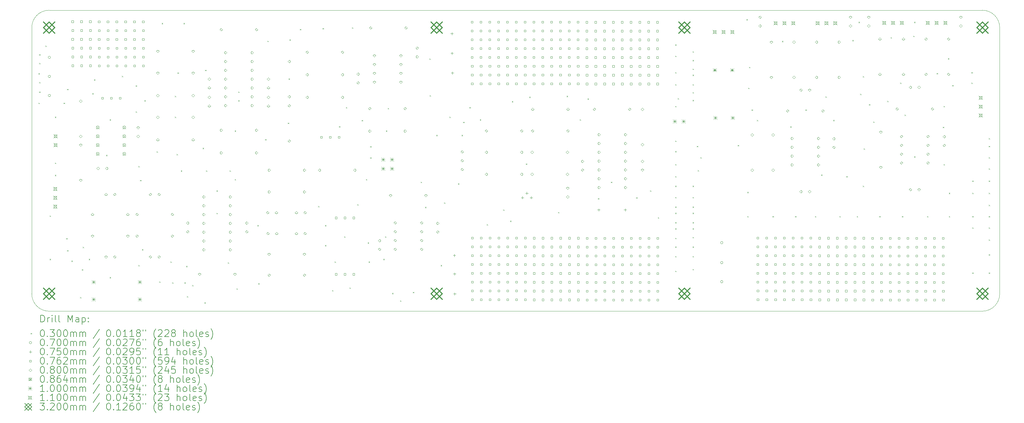
<source format=gbr>
%TF.GenerationSoftware,KiCad,Pcbnew,8.0.4*%
%TF.CreationDate,2024-09-14T23:49:14-04:00*%
%TF.ProjectId,Signal_Processing_Board,5369676e-616c-45f5-9072-6f6365737369,rev?*%
%TF.SameCoordinates,Original*%
%TF.FileFunction,Drillmap*%
%TF.FilePolarity,Positive*%
%FSLAX45Y45*%
G04 Gerber Fmt 4.5, Leading zero omitted, Abs format (unit mm)*
G04 Created by KiCad (PCBNEW 8.0.4) date 2024-09-14 23:49:14*
%MOMM*%
%LPD*%
G01*
G04 APERTURE LIST*
%ADD10C,0.050000*%
%ADD11C,0.200000*%
%ADD12C,0.100000*%
%ADD13C,0.110000*%
%ADD14C,0.320000*%
G04 APERTURE END LIST*
D10*
X34972000Y-9850000D02*
G75*
G02*
X35472000Y-10350000I0J-500000D01*
G01*
X7622000Y-10350000D02*
G75*
G02*
X8122000Y-9850000I500000J0D01*
G01*
X35472000Y-18025000D02*
G75*
G02*
X34972000Y-18525000I-500000J0D01*
G01*
X8122000Y-18525000D02*
G75*
G02*
X7622000Y-18025000I0J500000D01*
G01*
X8122000Y-9850000D02*
X34972000Y-9850000D01*
X35472000Y-10350000D02*
X35472000Y-18025000D01*
X7622000Y-18025000D02*
X7622000Y-10350000D01*
X34972000Y-18525000D02*
X8122000Y-18525000D01*
D11*
D12*
X7813000Y-11667854D02*
X7843000Y-11697854D01*
X7843000Y-11667854D02*
X7813000Y-11697854D01*
X7813000Y-12517854D02*
X7843000Y-12547854D01*
X7843000Y-12517854D02*
X7813000Y-12547854D01*
X7838000Y-11117854D02*
X7868000Y-11147854D01*
X7868000Y-11117854D02*
X7838000Y-11147854D01*
X7838000Y-11367854D02*
X7868000Y-11397854D01*
X7868000Y-11367854D02*
X7838000Y-11397854D01*
X7838000Y-11917854D02*
X7868000Y-11947854D01*
X7868000Y-11917854D02*
X7838000Y-11947854D01*
X7838000Y-12192854D02*
X7868000Y-12222854D01*
X7868000Y-12192854D02*
X7838000Y-12222854D01*
X8013000Y-10867854D02*
X8043000Y-10897854D01*
X8043000Y-10867854D02*
X8013000Y-10897854D01*
X8138000Y-15767854D02*
X8168000Y-15797854D01*
X8168000Y-15767854D02*
X8138000Y-15797854D01*
X8138000Y-17017854D02*
X8168000Y-17047854D01*
X8168000Y-17017854D02*
X8138000Y-17047854D01*
X8288000Y-12917854D02*
X8318000Y-12947854D01*
X8318000Y-12917854D02*
X8288000Y-12947854D01*
X8288000Y-14242854D02*
X8318000Y-14272854D01*
X8318000Y-14242854D02*
X8288000Y-14272854D01*
X8288000Y-14592854D02*
X8318000Y-14622854D01*
X8318000Y-14592854D02*
X8288000Y-14622854D01*
X8538000Y-12517854D02*
X8568000Y-12547854D01*
X8568000Y-12517854D02*
X8538000Y-12547854D01*
X8613000Y-16417854D02*
X8643000Y-16447854D01*
X8643000Y-16417854D02*
X8613000Y-16447854D01*
X8638000Y-12117854D02*
X8668000Y-12147854D01*
X8668000Y-12117854D02*
X8638000Y-12147854D01*
X8638000Y-16767854D02*
X8668000Y-16797854D01*
X8668000Y-16767854D02*
X8638000Y-16797854D01*
X8763000Y-17067854D02*
X8793000Y-17097854D01*
X8793000Y-17067854D02*
X8763000Y-17097854D01*
X9013000Y-18117854D02*
X9043000Y-18147854D01*
X9043000Y-18117854D02*
X9013000Y-18147854D01*
X9063000Y-17317854D02*
X9093000Y-17347854D01*
X9093000Y-17317854D02*
X9063000Y-17347854D01*
X9088000Y-16667854D02*
X9118000Y-16697854D01*
X9118000Y-16667854D02*
X9088000Y-16697854D01*
X9263000Y-17017854D02*
X9293000Y-17047854D01*
X9293000Y-17017854D02*
X9263000Y-17047854D01*
X9363000Y-12242854D02*
X9393000Y-12272854D01*
X9393000Y-12242854D02*
X9363000Y-12272854D01*
X9413000Y-11842854D02*
X9443000Y-11872854D01*
X9443000Y-11842854D02*
X9413000Y-11872854D01*
X9763000Y-14017854D02*
X9793000Y-14047854D01*
X9793000Y-14017854D02*
X9763000Y-14047854D01*
X9863000Y-12992854D02*
X9893000Y-13022854D01*
X9893000Y-12992854D02*
X9863000Y-13022854D01*
X9863000Y-17542854D02*
X9893000Y-17572854D01*
X9893000Y-17542854D02*
X9863000Y-17572854D01*
X10213000Y-11742854D02*
X10243000Y-11772854D01*
X10243000Y-11742854D02*
X10213000Y-11772854D01*
X10613000Y-12017854D02*
X10643000Y-12047854D01*
X10643000Y-12017854D02*
X10613000Y-12047854D01*
X10613000Y-12767854D02*
X10643000Y-12797854D01*
X10643000Y-12767854D02*
X10613000Y-12797854D01*
X10688000Y-14342854D02*
X10718000Y-14372854D01*
X10718000Y-14342854D02*
X10688000Y-14372854D01*
X10688000Y-17192854D02*
X10718000Y-17222854D01*
X10718000Y-17192854D02*
X10688000Y-17222854D01*
X10738000Y-14742854D02*
X10768000Y-14772854D01*
X10768000Y-14742854D02*
X10738000Y-14772854D01*
X10795500Y-16735354D02*
X10825500Y-16765354D01*
X10825500Y-16735354D02*
X10795500Y-16765354D01*
X10863000Y-12442854D02*
X10893000Y-12472854D01*
X10893000Y-12442854D02*
X10863000Y-12472854D01*
X11213000Y-13917854D02*
X11243000Y-13947854D01*
X11243000Y-13917854D02*
X11213000Y-13947854D01*
X11288000Y-17667854D02*
X11318000Y-17697854D01*
X11318000Y-17667854D02*
X11288000Y-17697854D01*
X11363000Y-10217854D02*
X11393000Y-10247854D01*
X11393000Y-10217854D02*
X11363000Y-10247854D01*
X11613000Y-17092854D02*
X11643000Y-17122854D01*
X11643000Y-17092854D02*
X11613000Y-17122854D01*
X11663000Y-17692854D02*
X11693000Y-17722854D01*
X11693000Y-17692854D02*
X11663000Y-17722854D01*
X11738000Y-12317854D02*
X11768000Y-12347854D01*
X11768000Y-12317854D02*
X11738000Y-12347854D01*
X11738000Y-12917854D02*
X11768000Y-12947854D01*
X11768000Y-12917854D02*
X11738000Y-12947854D01*
X11788000Y-13992854D02*
X11818000Y-14022854D01*
X11818000Y-13992854D02*
X11788000Y-14022854D01*
X11813000Y-11642854D02*
X11843000Y-11672854D01*
X11843000Y-11642854D02*
X11813000Y-11672854D01*
X11913000Y-14467854D02*
X11943000Y-14497854D01*
X11943000Y-14467854D02*
X11913000Y-14497854D01*
X11988000Y-10217854D02*
X12018000Y-10247854D01*
X12018000Y-10217854D02*
X11988000Y-10247854D01*
X12013000Y-17692854D02*
X12043000Y-17722854D01*
X12043000Y-17692854D02*
X12013000Y-17722854D01*
X12063000Y-17217854D02*
X12093000Y-17247854D01*
X12093000Y-17217854D02*
X12063000Y-17247854D01*
X12088000Y-18092854D02*
X12118000Y-18122854D01*
X12118000Y-18092854D02*
X12088000Y-18122854D01*
X12238000Y-17767854D02*
X12268000Y-17797854D01*
X12268000Y-17767854D02*
X12238000Y-17797854D01*
X12538000Y-13817854D02*
X12568000Y-13847854D01*
X12568000Y-13817854D02*
X12538000Y-13847854D01*
X12588000Y-18267854D02*
X12618000Y-18297854D01*
X12618000Y-18267854D02*
X12588000Y-18297854D01*
X12613000Y-11567854D02*
X12643000Y-11597854D01*
X12643000Y-11567854D02*
X12613000Y-11597854D01*
X12638000Y-14467854D02*
X12668000Y-14497854D01*
X12668000Y-14467854D02*
X12638000Y-14497854D01*
X12938000Y-15042854D02*
X12968000Y-15072854D01*
X12968000Y-15042854D02*
X12938000Y-15072854D01*
X12938000Y-15692854D02*
X12968000Y-15722854D01*
X12968000Y-15692854D02*
X12938000Y-15722854D01*
X13263000Y-17117854D02*
X13293000Y-17147854D01*
X13293000Y-17117854D02*
X13263000Y-17147854D01*
X13313000Y-14467854D02*
X13343000Y-14497854D01*
X13343000Y-14467854D02*
X13313000Y-14497854D01*
X13463000Y-13317854D02*
X13493000Y-13347854D01*
X13493000Y-13317854D02*
X13463000Y-13347854D01*
X13463000Y-14717854D02*
X13493000Y-14747854D01*
X13493000Y-14717854D02*
X13463000Y-14747854D01*
X13513000Y-17867854D02*
X13543000Y-17897854D01*
X13543000Y-17867854D02*
X13513000Y-17897854D01*
X13563000Y-12192854D02*
X13593000Y-12222854D01*
X13593000Y-12192854D02*
X13563000Y-12222854D01*
X13563000Y-12442854D02*
X13593000Y-12472854D01*
X13593000Y-12442854D02*
X13563000Y-12472854D01*
X14113000Y-16042854D02*
X14143000Y-16072854D01*
X14143000Y-16042854D02*
X14113000Y-16072854D01*
X14138000Y-17717854D02*
X14168000Y-17747854D01*
X14168000Y-17717854D02*
X14138000Y-17747854D01*
X14338000Y-13567854D02*
X14368000Y-13597854D01*
X14368000Y-13567854D02*
X14338000Y-13597854D01*
X14400500Y-10730354D02*
X14430500Y-10760354D01*
X14430500Y-10730354D02*
X14400500Y-10760354D01*
X14988000Y-13092854D02*
X15018000Y-13122854D01*
X15018000Y-13092854D02*
X14988000Y-13122854D01*
X15013000Y-11817854D02*
X15043000Y-11847854D01*
X15043000Y-11817854D02*
X15013000Y-11847854D01*
X15038000Y-10692854D02*
X15068000Y-10722854D01*
X15068000Y-10692854D02*
X15038000Y-10722854D01*
X15338000Y-10392854D02*
X15368000Y-10422854D01*
X15368000Y-10392854D02*
X15338000Y-10422854D01*
X15863000Y-15492854D02*
X15893000Y-15522854D01*
X15893000Y-15492854D02*
X15863000Y-15522854D01*
X15988000Y-10367854D02*
X16018000Y-10397854D01*
X16018000Y-10367854D02*
X15988000Y-10397854D01*
X16063000Y-16042854D02*
X16093000Y-16072854D01*
X16093000Y-16042854D02*
X16063000Y-16072854D01*
X16063000Y-16617854D02*
X16093000Y-16647854D01*
X16093000Y-16617854D02*
X16063000Y-16647854D01*
X16263000Y-17917854D02*
X16293000Y-17947854D01*
X16293000Y-17917854D02*
X16263000Y-17947854D01*
X16338000Y-17092854D02*
X16368000Y-17122854D01*
X16368000Y-17092854D02*
X16338000Y-17122854D01*
X16463000Y-13192854D02*
X16493000Y-13222854D01*
X16493000Y-13192854D02*
X16463000Y-13222854D01*
X16613000Y-16367854D02*
X16643000Y-16397854D01*
X16643000Y-16367854D02*
X16613000Y-16397854D01*
X16663000Y-12642854D02*
X16693000Y-12672854D01*
X16693000Y-12642854D02*
X16663000Y-12672854D01*
X16763000Y-17842854D02*
X16793000Y-17872854D01*
X16793000Y-17842854D02*
X16763000Y-17872854D01*
X16838000Y-10342854D02*
X16868000Y-10372854D01*
X16868000Y-10342854D02*
X16838000Y-10372854D01*
X16988000Y-15442854D02*
X17018000Y-15472854D01*
X17018000Y-15442854D02*
X16988000Y-15472854D01*
X17113000Y-13017854D02*
X17143000Y-13047854D01*
X17143000Y-13017854D02*
X17113000Y-13047854D01*
X17238000Y-14717854D02*
X17268000Y-14747854D01*
X17268000Y-14717854D02*
X17238000Y-14747854D01*
X17288000Y-16542854D02*
X17318000Y-16572854D01*
X17318000Y-16542854D02*
X17288000Y-16572854D01*
X17313000Y-17092854D02*
X17343000Y-17122854D01*
X17343000Y-17092854D02*
X17313000Y-17122854D01*
X17363000Y-13767854D02*
X17393000Y-13797854D01*
X17393000Y-13767854D02*
X17363000Y-13797854D01*
X17363000Y-14092854D02*
X17393000Y-14122854D01*
X17393000Y-14092854D02*
X17363000Y-14122854D01*
X17738000Y-17017854D02*
X17768000Y-17047854D01*
X17768000Y-17017854D02*
X17738000Y-17047854D01*
X17788000Y-16367854D02*
X17818000Y-16397854D01*
X17818000Y-16367854D02*
X17788000Y-16397854D01*
X17813000Y-13317854D02*
X17843000Y-13347854D01*
X17843000Y-13317854D02*
X17813000Y-13347854D01*
X17863000Y-12667854D02*
X17893000Y-12697854D01*
X17893000Y-12667854D02*
X17863000Y-12697854D01*
X17991000Y-17996854D02*
X18021000Y-18026854D01*
X18021000Y-17996854D02*
X17991000Y-18026854D01*
X18222000Y-18212854D02*
X18252000Y-18242854D01*
X18252000Y-18212854D02*
X18222000Y-18242854D01*
X18588000Y-17967854D02*
X18618000Y-17997854D01*
X18618000Y-17967854D02*
X18588000Y-17997854D01*
X18813000Y-14792854D02*
X18843000Y-14822854D01*
X18843000Y-14792854D02*
X18813000Y-14822854D01*
X18938000Y-15517854D02*
X18968000Y-15547854D01*
X18968000Y-15517854D02*
X18938000Y-15547854D01*
X19063000Y-11242854D02*
X19093000Y-11272854D01*
X19093000Y-11242854D02*
X19063000Y-11272854D01*
X19071363Y-12301216D02*
X19101363Y-12331216D01*
X19101363Y-12301216D02*
X19071363Y-12331216D01*
X19263000Y-13442854D02*
X19293000Y-13472854D01*
X19293000Y-13442854D02*
X19263000Y-13472854D01*
X19388000Y-17192854D02*
X19418000Y-17222854D01*
X19418000Y-17192854D02*
X19388000Y-17222854D01*
X19488000Y-15392854D02*
X19518000Y-15422854D01*
X19518000Y-15392854D02*
X19488000Y-15422854D01*
X19638000Y-12917854D02*
X19668000Y-12947854D01*
X19668000Y-12917854D02*
X19638000Y-12947854D01*
X19888000Y-14842854D02*
X19918000Y-14872854D01*
X19918000Y-14842854D02*
X19888000Y-14872854D01*
X19988000Y-13442854D02*
X20018000Y-13472854D01*
X20018000Y-13442854D02*
X19988000Y-13472854D01*
X20038000Y-13067854D02*
X20068000Y-13097854D01*
X20068000Y-13067854D02*
X20038000Y-13097854D01*
X20213000Y-12642854D02*
X20243000Y-12672854D01*
X20243000Y-12642854D02*
X20213000Y-12672854D01*
X20513000Y-12992854D02*
X20543000Y-13022854D01*
X20543000Y-12992854D02*
X20513000Y-13022854D01*
X20713000Y-16017854D02*
X20743000Y-16047854D01*
X20743000Y-16017854D02*
X20713000Y-16047854D01*
X21188000Y-15592854D02*
X21218000Y-15622854D01*
X21218000Y-15592854D02*
X21188000Y-15622854D01*
X21388000Y-15917854D02*
X21418000Y-15947854D01*
X21418000Y-15917854D02*
X21388000Y-15947854D01*
X21438000Y-12467854D02*
X21468000Y-12497854D01*
X21468000Y-12467854D02*
X21438000Y-12497854D01*
X21838000Y-14267854D02*
X21868000Y-14297854D01*
X21868000Y-14267854D02*
X21838000Y-14297854D01*
X21938000Y-12342854D02*
X21968000Y-12372854D01*
X21968000Y-12342854D02*
X21938000Y-12372854D01*
X22768000Y-15667854D02*
X22798000Y-15697854D01*
X22798000Y-15667854D02*
X22768000Y-15697854D01*
X23013000Y-12317854D02*
X23043000Y-12347854D01*
X23043000Y-12317854D02*
X23013000Y-12347854D01*
X23388000Y-12992854D02*
X23418000Y-13022854D01*
X23418000Y-12992854D02*
X23388000Y-13022854D01*
X23613000Y-12392854D02*
X23643000Y-12422854D01*
X23643000Y-12392854D02*
X23613000Y-12422854D01*
X23913000Y-15267854D02*
X23943000Y-15297854D01*
X23943000Y-15267854D02*
X23913000Y-15297854D01*
X24288000Y-14792854D02*
X24318000Y-14822854D01*
X24318000Y-14792854D02*
X24288000Y-14822854D01*
X25013000Y-15242854D02*
X25043000Y-15272854D01*
X25043000Y-15242854D02*
X25013000Y-15272854D01*
X25413000Y-15042854D02*
X25443000Y-15072854D01*
X25443000Y-15042854D02*
X25413000Y-15072854D01*
X25638000Y-15817854D02*
X25668000Y-15847854D01*
X25668000Y-15817854D02*
X25638000Y-15847854D01*
X26135000Y-10835000D02*
X26165000Y-10865000D01*
X26165000Y-10835000D02*
X26135000Y-10865000D01*
X26135000Y-11160000D02*
X26165000Y-11190000D01*
X26165000Y-11160000D02*
X26135000Y-11190000D01*
X26135000Y-11635000D02*
X26165000Y-11665000D01*
X26165000Y-11635000D02*
X26135000Y-11665000D01*
X26135000Y-11985000D02*
X26165000Y-12015000D01*
X26165000Y-11985000D02*
X26135000Y-12015000D01*
X26135000Y-12610000D02*
X26165000Y-12640000D01*
X26165000Y-12610000D02*
X26135000Y-12640000D01*
X26135000Y-13610000D02*
X26165000Y-13640000D01*
X26165000Y-13610000D02*
X26135000Y-13640000D01*
X26135000Y-13910000D02*
X26165000Y-13940000D01*
X26165000Y-13910000D02*
X26135000Y-13940000D01*
X26135000Y-14285000D02*
X26165000Y-14315000D01*
X26165000Y-14285000D02*
X26135000Y-14315000D01*
X26135000Y-14635000D02*
X26165000Y-14665000D01*
X26165000Y-14635000D02*
X26135000Y-14665000D01*
X26135000Y-14910000D02*
X26165000Y-14940000D01*
X26165000Y-14910000D02*
X26135000Y-14940000D01*
X26135000Y-15235000D02*
X26165000Y-15265000D01*
X26165000Y-15235000D02*
X26135000Y-15265000D01*
X26135000Y-15510000D02*
X26165000Y-15540000D01*
X26165000Y-15510000D02*
X26135000Y-15540000D01*
X26135000Y-15685000D02*
X26165000Y-15715000D01*
X26165000Y-15685000D02*
X26135000Y-15715000D01*
X26135000Y-15960000D02*
X26165000Y-15990000D01*
X26165000Y-15960000D02*
X26135000Y-15990000D01*
X26135000Y-16135000D02*
X26165000Y-16165000D01*
X26165000Y-16135000D02*
X26135000Y-16165000D01*
X26135000Y-16410000D02*
X26165000Y-16440000D01*
X26165000Y-16410000D02*
X26135000Y-16440000D01*
X26135000Y-16660000D02*
X26165000Y-16690000D01*
X26165000Y-16660000D02*
X26135000Y-16690000D01*
X26135000Y-16935000D02*
X26165000Y-16965000D01*
X26165000Y-16935000D02*
X26135000Y-16965000D01*
X26135000Y-17360000D02*
X26165000Y-17390000D01*
X26165000Y-17360000D02*
X26135000Y-17390000D01*
X26210000Y-12385000D02*
X26240000Y-12415000D01*
X26240000Y-12385000D02*
X26210000Y-12415000D01*
X26635000Y-11035000D02*
X26665000Y-11065000D01*
X26665000Y-11035000D02*
X26635000Y-11065000D01*
X26635000Y-11285000D02*
X26665000Y-11315000D01*
X26665000Y-11285000D02*
X26635000Y-11315000D01*
X26635000Y-11535000D02*
X26665000Y-11565000D01*
X26665000Y-11535000D02*
X26635000Y-11565000D01*
X26635000Y-11710000D02*
X26665000Y-11740000D01*
X26665000Y-11710000D02*
X26635000Y-11740000D01*
X26635000Y-11985000D02*
X26665000Y-12015000D01*
X26665000Y-11985000D02*
X26635000Y-12015000D01*
X26635000Y-12210000D02*
X26665000Y-12240000D01*
X26665000Y-12210000D02*
X26635000Y-12240000D01*
X26635000Y-12435000D02*
X26665000Y-12465000D01*
X26665000Y-12435000D02*
X26635000Y-12465000D01*
X26635000Y-14910000D02*
X26665000Y-14940000D01*
X26665000Y-14910000D02*
X26635000Y-14940000D01*
X26635000Y-15235000D02*
X26665000Y-15265000D01*
X26665000Y-15235000D02*
X26635000Y-15265000D01*
X26635000Y-15510000D02*
X26665000Y-15540000D01*
X26665000Y-15510000D02*
X26635000Y-15540000D01*
X26635000Y-15685000D02*
X26665000Y-15715000D01*
X26665000Y-15685000D02*
X26635000Y-15715000D01*
X26635000Y-15960000D02*
X26665000Y-15990000D01*
X26665000Y-15960000D02*
X26635000Y-15990000D01*
X26635000Y-16135000D02*
X26665000Y-16165000D01*
X26665000Y-16135000D02*
X26635000Y-16165000D01*
X26635000Y-16385000D02*
X26665000Y-16415000D01*
X26665000Y-16385000D02*
X26635000Y-16415000D01*
X26635000Y-16660000D02*
X26665000Y-16690000D01*
X26665000Y-16660000D02*
X26635000Y-16690000D01*
X26635000Y-16935000D02*
X26665000Y-16965000D01*
X26665000Y-16935000D02*
X26635000Y-16965000D01*
X26635000Y-17310000D02*
X26665000Y-17340000D01*
X26665000Y-17310000D02*
X26635000Y-17340000D01*
X26760000Y-13760000D02*
X26790000Y-13790000D01*
X26790000Y-13760000D02*
X26760000Y-13790000D01*
X26785000Y-14460000D02*
X26815000Y-14490000D01*
X26815000Y-14460000D02*
X26785000Y-14490000D01*
X26860000Y-14085000D02*
X26890000Y-14115000D01*
X26890000Y-14085000D02*
X26860000Y-14115000D01*
X27935000Y-13735000D02*
X27965000Y-13765000D01*
X27965000Y-13735000D02*
X27935000Y-13765000D01*
X28185000Y-10110000D02*
X28215000Y-10140000D01*
X28215000Y-10110000D02*
X28185000Y-10140000D01*
X28210000Y-15085000D02*
X28240000Y-15115000D01*
X28240000Y-15085000D02*
X28210000Y-15115000D01*
X28210000Y-15785000D02*
X28240000Y-15815000D01*
X28240000Y-15785000D02*
X28210000Y-15815000D01*
X28235000Y-12085000D02*
X28265000Y-12115000D01*
X28265000Y-12085000D02*
X28235000Y-12115000D01*
X28260000Y-11485000D02*
X28290000Y-11515000D01*
X28290000Y-11485000D02*
X28260000Y-11515000D01*
X28335000Y-12710000D02*
X28365000Y-12740000D01*
X28365000Y-12710000D02*
X28335000Y-12740000D01*
X28485000Y-13010000D02*
X28515000Y-13040000D01*
X28515000Y-13010000D02*
X28485000Y-13040000D01*
X28935000Y-15785000D02*
X28965000Y-15815000D01*
X28965000Y-15785000D02*
X28935000Y-15815000D01*
X29210000Y-10735000D02*
X29240000Y-10765000D01*
X29240000Y-10735000D02*
X29210000Y-10765000D01*
X29447500Y-13197500D02*
X29477500Y-13227500D01*
X29477500Y-13197500D02*
X29447500Y-13227500D01*
X29585000Y-15785000D02*
X29615000Y-15815000D01*
X29615000Y-15785000D02*
X29585000Y-15815000D01*
X29885000Y-12710000D02*
X29915000Y-12740000D01*
X29915000Y-12710000D02*
X29885000Y-12740000D01*
X30160000Y-15785000D02*
X30190000Y-15815000D01*
X30190000Y-15785000D02*
X30160000Y-15815000D01*
X30335000Y-14585000D02*
X30365000Y-14615000D01*
X30365000Y-14585000D02*
X30335000Y-14615000D01*
X30460000Y-12335000D02*
X30490000Y-12365000D01*
X30490000Y-12335000D02*
X30460000Y-12365000D01*
X30685000Y-13010000D02*
X30715000Y-13040000D01*
X30715000Y-13010000D02*
X30685000Y-13040000D01*
X30860000Y-15785000D02*
X30890000Y-15815000D01*
X30890000Y-15785000D02*
X30860000Y-15815000D01*
X31060000Y-14635000D02*
X31090000Y-14665000D01*
X31090000Y-14635000D02*
X31060000Y-14665000D01*
X31235000Y-10710000D02*
X31265000Y-10740000D01*
X31265000Y-10710000D02*
X31235000Y-10740000D01*
X31360000Y-15785000D02*
X31390000Y-15815000D01*
X31390000Y-15785000D02*
X31360000Y-15815000D01*
X31410000Y-10185000D02*
X31440000Y-10215000D01*
X31440000Y-10185000D02*
X31410000Y-10215000D01*
X31460000Y-12260000D02*
X31490000Y-12290000D01*
X31490000Y-12260000D02*
X31460000Y-12290000D01*
X31535000Y-11749645D02*
X31565000Y-11779645D01*
X31565000Y-11749645D02*
X31535000Y-11779645D01*
X31535000Y-14910000D02*
X31565000Y-14940000D01*
X31565000Y-14910000D02*
X31535000Y-14940000D01*
X31560000Y-13835000D02*
X31590000Y-13865000D01*
X31590000Y-13835000D02*
X31560000Y-13865000D01*
X31710000Y-12560000D02*
X31740000Y-12590000D01*
X31740000Y-12560000D02*
X31710000Y-12590000D01*
X31835000Y-13060000D02*
X31865000Y-13090000D01*
X31865000Y-13060000D02*
X31835000Y-13090000D01*
X32010000Y-15785000D02*
X32040000Y-15815000D01*
X32040000Y-15785000D02*
X32010000Y-15815000D01*
X32235000Y-12460000D02*
X32265000Y-12490000D01*
X32265000Y-12460000D02*
X32235000Y-12490000D01*
X32335000Y-10629000D02*
X32365000Y-10659000D01*
X32365000Y-10629000D02*
X32335000Y-10659000D01*
X32610000Y-11935000D02*
X32640000Y-11965000D01*
X32640000Y-11935000D02*
X32610000Y-11965000D01*
X32660000Y-15785000D02*
X32690000Y-15815000D01*
X32690000Y-15785000D02*
X32660000Y-15815000D01*
X32735000Y-12860000D02*
X32765000Y-12890000D01*
X32765000Y-12860000D02*
X32735000Y-12890000D01*
X32985000Y-10585000D02*
X33015000Y-10615000D01*
X33015000Y-10585000D02*
X32985000Y-10615000D01*
X33010000Y-10185000D02*
X33040000Y-10215000D01*
X33040000Y-10185000D02*
X33010000Y-10215000D01*
X33010000Y-14060000D02*
X33040000Y-14090000D01*
X33040000Y-14060000D02*
X33010000Y-14090000D01*
X33385000Y-15785000D02*
X33415000Y-15815000D01*
X33415000Y-15785000D02*
X33385000Y-15815000D01*
X33660000Y-11660000D02*
X33690000Y-11690000D01*
X33690000Y-11660000D02*
X33660000Y-11690000D01*
X33835000Y-13210000D02*
X33865000Y-13240000D01*
X33865000Y-13210000D02*
X33835000Y-13240000D01*
X33860000Y-12610000D02*
X33890000Y-12640000D01*
X33890000Y-12610000D02*
X33860000Y-12640000D01*
X33860000Y-14285000D02*
X33890000Y-14315000D01*
X33890000Y-14285000D02*
X33860000Y-14315000D01*
X33985000Y-11235000D02*
X34015000Y-11265000D01*
X34015000Y-11235000D02*
X33985000Y-11265000D01*
X34010000Y-15110000D02*
X34040000Y-15140000D01*
X34040000Y-15110000D02*
X34010000Y-15140000D01*
X34010000Y-15785000D02*
X34040000Y-15815000D01*
X34040000Y-15785000D02*
X34010000Y-15815000D01*
X34110000Y-12010000D02*
X34140000Y-12040000D01*
X34140000Y-12010000D02*
X34110000Y-12040000D01*
X34660000Y-11635000D02*
X34690000Y-11665000D01*
X34690000Y-11635000D02*
X34660000Y-11665000D01*
X34660000Y-11935000D02*
X34690000Y-11965000D01*
X34690000Y-11935000D02*
X34660000Y-11965000D01*
X34685000Y-14760000D02*
X34715000Y-14790000D01*
X34715000Y-14760000D02*
X34685000Y-14790000D01*
X34685000Y-15110000D02*
X34715000Y-15140000D01*
X34715000Y-15110000D02*
X34685000Y-15140000D01*
X34685000Y-15785000D02*
X34715000Y-15815000D01*
X34715000Y-15785000D02*
X34685000Y-15815000D01*
X34685000Y-16110000D02*
X34715000Y-16140000D01*
X34715000Y-16110000D02*
X34685000Y-16140000D01*
X34685000Y-17410000D02*
X34715000Y-17440000D01*
X34715000Y-17410000D02*
X34685000Y-17440000D01*
X35160000Y-13535000D02*
X35190000Y-13565000D01*
X35190000Y-13535000D02*
X35160000Y-13565000D01*
X35160000Y-13760000D02*
X35190000Y-13790000D01*
X35190000Y-13760000D02*
X35160000Y-13790000D01*
X35160000Y-14085000D02*
X35190000Y-14115000D01*
X35190000Y-14085000D02*
X35160000Y-14115000D01*
X35160000Y-14410000D02*
X35190000Y-14440000D01*
X35190000Y-14410000D02*
X35160000Y-14440000D01*
X35160000Y-14760000D02*
X35190000Y-14790000D01*
X35190000Y-14760000D02*
X35160000Y-14790000D01*
X35160000Y-15110000D02*
X35190000Y-15140000D01*
X35190000Y-15110000D02*
X35160000Y-15140000D01*
X35160000Y-15460000D02*
X35190000Y-15490000D01*
X35190000Y-15460000D02*
X35160000Y-15490000D01*
X35160000Y-15785000D02*
X35190000Y-15815000D01*
X35190000Y-15785000D02*
X35160000Y-15815000D01*
X35160000Y-16110000D02*
X35190000Y-16140000D01*
X35190000Y-16110000D02*
X35160000Y-16140000D01*
X35160000Y-16460000D02*
X35190000Y-16490000D01*
X35190000Y-16460000D02*
X35160000Y-16490000D01*
X35160000Y-16885000D02*
X35190000Y-16915000D01*
X35190000Y-16885000D02*
X35160000Y-16915000D01*
X35160000Y-17410000D02*
X35190000Y-17440000D01*
X35190000Y-17410000D02*
X35160000Y-17440000D01*
X8163000Y-11207854D02*
G75*
G02*
X8093000Y-11207854I-35000J0D01*
G01*
X8093000Y-11207854D02*
G75*
G02*
X8163000Y-11207854I35000J0D01*
G01*
X8163000Y-11757854D02*
G75*
G02*
X8093000Y-11757854I-35000J0D01*
G01*
X8093000Y-11757854D02*
G75*
G02*
X8163000Y-11757854I35000J0D01*
G01*
X8163000Y-12307854D02*
G75*
G02*
X8093000Y-12307854I-35000J0D01*
G01*
X8093000Y-12307854D02*
G75*
G02*
X8163000Y-12307854I35000J0D01*
G01*
X27510000Y-16550000D02*
G75*
G02*
X27440000Y-16550000I-35000J0D01*
G01*
X27440000Y-16550000D02*
G75*
G02*
X27510000Y-16550000I35000J0D01*
G01*
X27510000Y-17125000D02*
G75*
G02*
X27440000Y-17125000I-35000J0D01*
G01*
X27440000Y-17125000D02*
G75*
G02*
X27510000Y-17125000I35000J0D01*
G01*
X27510000Y-17675000D02*
G75*
G02*
X27440000Y-17675000I-35000J0D01*
G01*
X27440000Y-17675000D02*
G75*
G02*
X27510000Y-17675000I35000J0D01*
G01*
X19712000Y-10485354D02*
X19712000Y-10560354D01*
X19674500Y-10522854D02*
X19749500Y-10522854D01*
X19713000Y-11053354D02*
X19713000Y-11128354D01*
X19675500Y-11090854D02*
X19750500Y-11090854D01*
X19725000Y-11620354D02*
X19725000Y-11695354D01*
X19687500Y-11657854D02*
X19762500Y-11657854D01*
X19780000Y-16879354D02*
X19780000Y-16954354D01*
X19742500Y-16916854D02*
X19817500Y-16916854D01*
X19787000Y-17411354D02*
X19787000Y-17486354D01*
X19749500Y-17448854D02*
X19824500Y-17448854D01*
X19792000Y-17987354D02*
X19792000Y-18062354D01*
X19754500Y-18024854D02*
X19829500Y-18024854D01*
X21738500Y-15214854D02*
X21738500Y-15289854D01*
X21701000Y-15252354D02*
X21776000Y-15252354D01*
X21865500Y-15087854D02*
X21865500Y-15162854D01*
X21828000Y-15125354D02*
X21903000Y-15125354D01*
X21992500Y-15214854D02*
X21992500Y-15289854D01*
X21955000Y-15252354D02*
X22030000Y-15252354D01*
X23934000Y-15564854D02*
X23934000Y-15639854D01*
X23896500Y-15602354D02*
X23971500Y-15602354D01*
X24696000Y-15564854D02*
X24696000Y-15639854D01*
X24658500Y-15602354D02*
X24733500Y-15602354D01*
X8822941Y-10205795D02*
X8822941Y-10151913D01*
X8769059Y-10151913D01*
X8769059Y-10205795D01*
X8822941Y-10205795D01*
X8822941Y-10713795D02*
X8822941Y-10659913D01*
X8769059Y-10659913D01*
X8769059Y-10713795D01*
X8822941Y-10713795D01*
X8823941Y-10459795D02*
X8823941Y-10405913D01*
X8770059Y-10405913D01*
X8770059Y-10459795D01*
X8823941Y-10459795D01*
X8823941Y-10967795D02*
X8823941Y-10913913D01*
X8770059Y-10913913D01*
X8770059Y-10967795D01*
X8823941Y-10967795D01*
X8823941Y-11221795D02*
X8823941Y-11167913D01*
X8770059Y-11167913D01*
X8770059Y-11221795D01*
X8823941Y-11221795D01*
X8824941Y-11475795D02*
X8824941Y-11421913D01*
X8771059Y-11421913D01*
X8771059Y-11475795D01*
X8824941Y-11475795D01*
X9076941Y-10205795D02*
X9076941Y-10151913D01*
X9023059Y-10151913D01*
X9023059Y-10205795D01*
X9076941Y-10205795D01*
X9076941Y-10713795D02*
X9076941Y-10659913D01*
X9023059Y-10659913D01*
X9023059Y-10713795D01*
X9076941Y-10713795D01*
X9077941Y-10459795D02*
X9077941Y-10405913D01*
X9024059Y-10405913D01*
X9024059Y-10459795D01*
X9077941Y-10459795D01*
X9077941Y-10967795D02*
X9077941Y-10913913D01*
X9024059Y-10913913D01*
X9024059Y-10967795D01*
X9077941Y-10967795D01*
X9077941Y-11221795D02*
X9077941Y-11167913D01*
X9024059Y-11167913D01*
X9024059Y-11221795D01*
X9077941Y-11221795D01*
X9078941Y-11475795D02*
X9078941Y-11421913D01*
X9025059Y-11421913D01*
X9025059Y-11475795D01*
X9078941Y-11475795D01*
X9330941Y-10205795D02*
X9330941Y-10151913D01*
X9277059Y-10151913D01*
X9277059Y-10205795D01*
X9330941Y-10205795D01*
X9330941Y-10713795D02*
X9330941Y-10659913D01*
X9277059Y-10659913D01*
X9277059Y-10713795D01*
X9330941Y-10713795D01*
X9331941Y-10459795D02*
X9331941Y-10405913D01*
X9278059Y-10405913D01*
X9278059Y-10459795D01*
X9331941Y-10459795D01*
X9331941Y-10967795D02*
X9331941Y-10913913D01*
X9278059Y-10913913D01*
X9278059Y-10967795D01*
X9331941Y-10967795D01*
X9331941Y-11221795D02*
X9331941Y-11167913D01*
X9278059Y-11167913D01*
X9278059Y-11221795D01*
X9331941Y-11221795D01*
X9332941Y-11475795D02*
X9332941Y-11421913D01*
X9279059Y-11421913D01*
X9279059Y-11475795D01*
X9332941Y-11475795D01*
X9584941Y-10208795D02*
X9584941Y-10154913D01*
X9531059Y-10154913D01*
X9531059Y-10208795D01*
X9584941Y-10208795D01*
X9584941Y-10716795D02*
X9584941Y-10662913D01*
X9531059Y-10662913D01*
X9531059Y-10716795D01*
X9584941Y-10716795D01*
X9585941Y-10462795D02*
X9585941Y-10408913D01*
X9532059Y-10408913D01*
X9532059Y-10462795D01*
X9585941Y-10462795D01*
X9585941Y-10970795D02*
X9585941Y-10916913D01*
X9532059Y-10916913D01*
X9532059Y-10970795D01*
X9585941Y-10970795D01*
X9585941Y-11224795D02*
X9585941Y-11170913D01*
X9532059Y-11170913D01*
X9532059Y-11224795D01*
X9585941Y-11224795D01*
X9586941Y-11478795D02*
X9586941Y-11424913D01*
X9533059Y-11424913D01*
X9533059Y-11478795D01*
X9586941Y-11478795D01*
X9679941Y-12409795D02*
X9679941Y-12355913D01*
X9626059Y-12355913D01*
X9626059Y-12409795D01*
X9679941Y-12409795D01*
X9838941Y-10209795D02*
X9838941Y-10155913D01*
X9785059Y-10155913D01*
X9785059Y-10209795D01*
X9838941Y-10209795D01*
X9838941Y-10717795D02*
X9838941Y-10663913D01*
X9785059Y-10663913D01*
X9785059Y-10717795D01*
X9838941Y-10717795D01*
X9839941Y-10463795D02*
X9839941Y-10409913D01*
X9786059Y-10409913D01*
X9786059Y-10463795D01*
X9839941Y-10463795D01*
X9839941Y-10971795D02*
X9839941Y-10917913D01*
X9786059Y-10917913D01*
X9786059Y-10971795D01*
X9839941Y-10971795D01*
X9839941Y-11225795D02*
X9839941Y-11171913D01*
X9786059Y-11171913D01*
X9786059Y-11225795D01*
X9839941Y-11225795D01*
X9840941Y-11479795D02*
X9840941Y-11425913D01*
X9787059Y-11425913D01*
X9787059Y-11479795D01*
X9840941Y-11479795D01*
X9933941Y-12409795D02*
X9933941Y-12355913D01*
X9880059Y-12355913D01*
X9880059Y-12409795D01*
X9933941Y-12409795D01*
X10092941Y-10209795D02*
X10092941Y-10155913D01*
X10039059Y-10155913D01*
X10039059Y-10209795D01*
X10092941Y-10209795D01*
X10092941Y-10717795D02*
X10092941Y-10663913D01*
X10039059Y-10663913D01*
X10039059Y-10717795D01*
X10092941Y-10717795D01*
X10093941Y-10463795D02*
X10093941Y-10409913D01*
X10040059Y-10409913D01*
X10040059Y-10463795D01*
X10093941Y-10463795D01*
X10093941Y-10971795D02*
X10093941Y-10917913D01*
X10040059Y-10917913D01*
X10040059Y-10971795D01*
X10093941Y-10971795D01*
X10093941Y-11225795D02*
X10093941Y-11171913D01*
X10040059Y-11171913D01*
X10040059Y-11225795D01*
X10093941Y-11225795D01*
X10094941Y-11479795D02*
X10094941Y-11425913D01*
X10041059Y-11425913D01*
X10041059Y-11479795D01*
X10094941Y-11479795D01*
X10187941Y-12409795D02*
X10187941Y-12355913D01*
X10134059Y-12355913D01*
X10134059Y-12409795D01*
X10187941Y-12409795D01*
X10346941Y-10209795D02*
X10346941Y-10155913D01*
X10293059Y-10155913D01*
X10293059Y-10209795D01*
X10346941Y-10209795D01*
X10346941Y-10717795D02*
X10346941Y-10663913D01*
X10293059Y-10663913D01*
X10293059Y-10717795D01*
X10346941Y-10717795D01*
X10347941Y-10463795D02*
X10347941Y-10409913D01*
X10294059Y-10409913D01*
X10294059Y-10463795D01*
X10347941Y-10463795D01*
X10347941Y-10971795D02*
X10347941Y-10917913D01*
X10294059Y-10917913D01*
X10294059Y-10971795D01*
X10347941Y-10971795D01*
X10347941Y-11225795D02*
X10347941Y-11171913D01*
X10294059Y-11171913D01*
X10294059Y-11225795D01*
X10347941Y-11225795D01*
X10348941Y-11479795D02*
X10348941Y-11425913D01*
X10295059Y-11425913D01*
X10295059Y-11479795D01*
X10348941Y-11479795D01*
X10600941Y-10209795D02*
X10600941Y-10155913D01*
X10547059Y-10155913D01*
X10547059Y-10209795D01*
X10600941Y-10209795D01*
X10600941Y-10717795D02*
X10600941Y-10663913D01*
X10547059Y-10663913D01*
X10547059Y-10717795D01*
X10600941Y-10717795D01*
X10601941Y-10463795D02*
X10601941Y-10409913D01*
X10548059Y-10409913D01*
X10548059Y-10463795D01*
X10601941Y-10463795D01*
X10601941Y-10971795D02*
X10601941Y-10917913D01*
X10548059Y-10917913D01*
X10548059Y-10971795D01*
X10601941Y-10971795D01*
X10601941Y-11225795D02*
X10601941Y-11171913D01*
X10548059Y-11171913D01*
X10548059Y-11225795D01*
X10601941Y-11225795D01*
X10602941Y-11479795D02*
X10602941Y-11425913D01*
X10549059Y-11425913D01*
X10549059Y-11479795D01*
X10602941Y-11479795D01*
X10854941Y-10209795D02*
X10854941Y-10155913D01*
X10801059Y-10155913D01*
X10801059Y-10209795D01*
X10854941Y-10209795D01*
X10854941Y-10717795D02*
X10854941Y-10663913D01*
X10801059Y-10663913D01*
X10801059Y-10717795D01*
X10854941Y-10717795D01*
X10855941Y-10463795D02*
X10855941Y-10409913D01*
X10802059Y-10409913D01*
X10802059Y-10463795D01*
X10855941Y-10463795D01*
X10855941Y-10971795D02*
X10855941Y-10917913D01*
X10802059Y-10917913D01*
X10802059Y-10971795D01*
X10855941Y-10971795D01*
X10855941Y-11225795D02*
X10855941Y-11171913D01*
X10802059Y-11171913D01*
X10802059Y-11225795D01*
X10855941Y-11225795D01*
X10856941Y-11479795D02*
X10856941Y-11425913D01*
X10803059Y-11425913D01*
X10803059Y-11479795D01*
X10856941Y-11479795D01*
X15979941Y-13534795D02*
X15979941Y-13480913D01*
X15926059Y-13480913D01*
X15926059Y-13534795D01*
X15979941Y-13534795D01*
X16233941Y-13534795D02*
X16233941Y-13480913D01*
X16180059Y-13480913D01*
X16180059Y-13534795D01*
X16233941Y-13534795D01*
X16404941Y-15859795D02*
X16404941Y-15805913D01*
X16351059Y-15805913D01*
X16351059Y-15859795D01*
X16404941Y-15859795D01*
X16404941Y-17484795D02*
X16404941Y-17430913D01*
X16351059Y-17430913D01*
X16351059Y-17484795D01*
X16404941Y-17484795D01*
X16487941Y-13534795D02*
X16487941Y-13480913D01*
X16434059Y-13480913D01*
X16434059Y-13534795D01*
X16487941Y-13534795D01*
X16658941Y-15859795D02*
X16658941Y-15805913D01*
X16605059Y-15805913D01*
X16605059Y-15859795D01*
X16658941Y-15859795D01*
X16658941Y-17484795D02*
X16658941Y-17430913D01*
X16605059Y-17430913D01*
X16605059Y-17484795D01*
X16658941Y-17484795D01*
X16912941Y-15859795D02*
X16912941Y-15805913D01*
X16859059Y-15805913D01*
X16859059Y-15859795D01*
X16912941Y-15859795D01*
X16912941Y-17484795D02*
X16912941Y-17430913D01*
X16859059Y-17430913D01*
X16859059Y-17484795D01*
X16912941Y-17484795D01*
X20316941Y-10214795D02*
X20316941Y-10160913D01*
X20263059Y-10160913D01*
X20263059Y-10214795D01*
X20316941Y-10214795D01*
X20316941Y-10722795D02*
X20316941Y-10668913D01*
X20263059Y-10668913D01*
X20263059Y-10722795D01*
X20316941Y-10722795D01*
X20317941Y-10468795D02*
X20317941Y-10414913D01*
X20264059Y-10414913D01*
X20264059Y-10468795D01*
X20317941Y-10468795D01*
X20317941Y-10976795D02*
X20317941Y-10922913D01*
X20264059Y-10922913D01*
X20264059Y-10976795D01*
X20317941Y-10976795D01*
X20317941Y-11230795D02*
X20317941Y-11176913D01*
X20264059Y-11176913D01*
X20264059Y-11230795D01*
X20317941Y-11230795D01*
X20318941Y-11484795D02*
X20318941Y-11430913D01*
X20265059Y-11430913D01*
X20265059Y-11484795D01*
X20318941Y-11484795D01*
X20319941Y-11738795D02*
X20319941Y-11684913D01*
X20266059Y-11684913D01*
X20266059Y-11738795D01*
X20319941Y-11738795D01*
X20320941Y-11992795D02*
X20320941Y-11938913D01*
X20267059Y-11938913D01*
X20267059Y-11992795D01*
X20320941Y-11992795D01*
X20321941Y-16439795D02*
X20321941Y-16385913D01*
X20268059Y-16385913D01*
X20268059Y-16439795D01*
X20321941Y-16439795D01*
X20321941Y-16947795D02*
X20321941Y-16893913D01*
X20268059Y-16893913D01*
X20268059Y-16947795D01*
X20321941Y-16947795D01*
X20322941Y-16693795D02*
X20322941Y-16639913D01*
X20269059Y-16639913D01*
X20269059Y-16693795D01*
X20322941Y-16693795D01*
X20322941Y-17201795D02*
X20322941Y-17147913D01*
X20269059Y-17147913D01*
X20269059Y-17201795D01*
X20322941Y-17201795D01*
X20322941Y-17455795D02*
X20322941Y-17401913D01*
X20269059Y-17401913D01*
X20269059Y-17455795D01*
X20322941Y-17455795D01*
X20323941Y-17709795D02*
X20323941Y-17655913D01*
X20270059Y-17655913D01*
X20270059Y-17709795D01*
X20323941Y-17709795D01*
X20324941Y-17963795D02*
X20324941Y-17909913D01*
X20271059Y-17909913D01*
X20271059Y-17963795D01*
X20324941Y-17963795D01*
X20325941Y-18217795D02*
X20325941Y-18163913D01*
X20272059Y-18163913D01*
X20272059Y-18217795D01*
X20325941Y-18217795D01*
X20570941Y-10214795D02*
X20570941Y-10160913D01*
X20517059Y-10160913D01*
X20517059Y-10214795D01*
X20570941Y-10214795D01*
X20570941Y-10722795D02*
X20570941Y-10668913D01*
X20517059Y-10668913D01*
X20517059Y-10722795D01*
X20570941Y-10722795D01*
X20571941Y-10468795D02*
X20571941Y-10414913D01*
X20518059Y-10414913D01*
X20518059Y-10468795D01*
X20571941Y-10468795D01*
X20571941Y-10976795D02*
X20571941Y-10922913D01*
X20518059Y-10922913D01*
X20518059Y-10976795D01*
X20571941Y-10976795D01*
X20571941Y-11230795D02*
X20571941Y-11176913D01*
X20518059Y-11176913D01*
X20518059Y-11230795D01*
X20571941Y-11230795D01*
X20572941Y-11484795D02*
X20572941Y-11430913D01*
X20519059Y-11430913D01*
X20519059Y-11484795D01*
X20572941Y-11484795D01*
X20573941Y-11738795D02*
X20573941Y-11684913D01*
X20520059Y-11684913D01*
X20520059Y-11738795D01*
X20573941Y-11738795D01*
X20574941Y-11992795D02*
X20574941Y-11938913D01*
X20521059Y-11938913D01*
X20521059Y-11992795D01*
X20574941Y-11992795D01*
X20575941Y-16439795D02*
X20575941Y-16385913D01*
X20522059Y-16385913D01*
X20522059Y-16439795D01*
X20575941Y-16439795D01*
X20575941Y-16947795D02*
X20575941Y-16893913D01*
X20522059Y-16893913D01*
X20522059Y-16947795D01*
X20575941Y-16947795D01*
X20576941Y-16693795D02*
X20576941Y-16639913D01*
X20523059Y-16639913D01*
X20523059Y-16693795D01*
X20576941Y-16693795D01*
X20576941Y-17201795D02*
X20576941Y-17147913D01*
X20523059Y-17147913D01*
X20523059Y-17201795D01*
X20576941Y-17201795D01*
X20576941Y-17455795D02*
X20576941Y-17401913D01*
X20523059Y-17401913D01*
X20523059Y-17455795D01*
X20576941Y-17455795D01*
X20577941Y-17709795D02*
X20577941Y-17655913D01*
X20524059Y-17655913D01*
X20524059Y-17709795D01*
X20577941Y-17709795D01*
X20578941Y-17963795D02*
X20578941Y-17909913D01*
X20525059Y-17909913D01*
X20525059Y-17963795D01*
X20578941Y-17963795D01*
X20579941Y-18217795D02*
X20579941Y-18163913D01*
X20526059Y-18163913D01*
X20526059Y-18217795D01*
X20579941Y-18217795D01*
X20824941Y-10214795D02*
X20824941Y-10160913D01*
X20771059Y-10160913D01*
X20771059Y-10214795D01*
X20824941Y-10214795D01*
X20824941Y-10722795D02*
X20824941Y-10668913D01*
X20771059Y-10668913D01*
X20771059Y-10722795D01*
X20824941Y-10722795D01*
X20825941Y-10468795D02*
X20825941Y-10414913D01*
X20772059Y-10414913D01*
X20772059Y-10468795D01*
X20825941Y-10468795D01*
X20825941Y-10976795D02*
X20825941Y-10922913D01*
X20772059Y-10922913D01*
X20772059Y-10976795D01*
X20825941Y-10976795D01*
X20825941Y-11230795D02*
X20825941Y-11176913D01*
X20772059Y-11176913D01*
X20772059Y-11230795D01*
X20825941Y-11230795D01*
X20826941Y-11484795D02*
X20826941Y-11430913D01*
X20773059Y-11430913D01*
X20773059Y-11484795D01*
X20826941Y-11484795D01*
X20827941Y-11738795D02*
X20827941Y-11684913D01*
X20774059Y-11684913D01*
X20774059Y-11738795D01*
X20827941Y-11738795D01*
X20828941Y-11992795D02*
X20828941Y-11938913D01*
X20775059Y-11938913D01*
X20775059Y-11992795D01*
X20828941Y-11992795D01*
X20829941Y-16439795D02*
X20829941Y-16385913D01*
X20776059Y-16385913D01*
X20776059Y-16439795D01*
X20829941Y-16439795D01*
X20829941Y-16947795D02*
X20829941Y-16893913D01*
X20776059Y-16893913D01*
X20776059Y-16947795D01*
X20829941Y-16947795D01*
X20830941Y-16693795D02*
X20830941Y-16639913D01*
X20777059Y-16639913D01*
X20777059Y-16693795D01*
X20830941Y-16693795D01*
X20830941Y-17201795D02*
X20830941Y-17147913D01*
X20777059Y-17147913D01*
X20777059Y-17201795D01*
X20830941Y-17201795D01*
X20830941Y-17455795D02*
X20830941Y-17401913D01*
X20777059Y-17401913D01*
X20777059Y-17455795D01*
X20830941Y-17455795D01*
X20831941Y-17709795D02*
X20831941Y-17655913D01*
X20778059Y-17655913D01*
X20778059Y-17709795D01*
X20831941Y-17709795D01*
X20832941Y-17963795D02*
X20832941Y-17909913D01*
X20779059Y-17909913D01*
X20779059Y-17963795D01*
X20832941Y-17963795D01*
X20833941Y-18217795D02*
X20833941Y-18163913D01*
X20780059Y-18163913D01*
X20780059Y-18217795D01*
X20833941Y-18217795D01*
X21078941Y-10214795D02*
X21078941Y-10160913D01*
X21025059Y-10160913D01*
X21025059Y-10214795D01*
X21078941Y-10214795D01*
X21078941Y-10722795D02*
X21078941Y-10668913D01*
X21025059Y-10668913D01*
X21025059Y-10722795D01*
X21078941Y-10722795D01*
X21079941Y-10468795D02*
X21079941Y-10414913D01*
X21026059Y-10414913D01*
X21026059Y-10468795D01*
X21079941Y-10468795D01*
X21079941Y-10976795D02*
X21079941Y-10922913D01*
X21026059Y-10922913D01*
X21026059Y-10976795D01*
X21079941Y-10976795D01*
X21079941Y-11230795D02*
X21079941Y-11176913D01*
X21026059Y-11176913D01*
X21026059Y-11230795D01*
X21079941Y-11230795D01*
X21080941Y-11484795D02*
X21080941Y-11430913D01*
X21027059Y-11430913D01*
X21027059Y-11484795D01*
X21080941Y-11484795D01*
X21081941Y-11738795D02*
X21081941Y-11684913D01*
X21028059Y-11684913D01*
X21028059Y-11738795D01*
X21081941Y-11738795D01*
X21082941Y-11992795D02*
X21082941Y-11938913D01*
X21029059Y-11938913D01*
X21029059Y-11992795D01*
X21082941Y-11992795D01*
X21083941Y-16439795D02*
X21083941Y-16385913D01*
X21030059Y-16385913D01*
X21030059Y-16439795D01*
X21083941Y-16439795D01*
X21083941Y-16947795D02*
X21083941Y-16893913D01*
X21030059Y-16893913D01*
X21030059Y-16947795D01*
X21083941Y-16947795D01*
X21084941Y-16693795D02*
X21084941Y-16639913D01*
X21031059Y-16639913D01*
X21031059Y-16693795D01*
X21084941Y-16693795D01*
X21084941Y-17201795D02*
X21084941Y-17147913D01*
X21031059Y-17147913D01*
X21031059Y-17201795D01*
X21084941Y-17201795D01*
X21084941Y-17455795D02*
X21084941Y-17401913D01*
X21031059Y-17401913D01*
X21031059Y-17455795D01*
X21084941Y-17455795D01*
X21085941Y-17709795D02*
X21085941Y-17655913D01*
X21032059Y-17655913D01*
X21032059Y-17709795D01*
X21085941Y-17709795D01*
X21086941Y-17963795D02*
X21086941Y-17909913D01*
X21033059Y-17909913D01*
X21033059Y-17963795D01*
X21086941Y-17963795D01*
X21087941Y-18217795D02*
X21087941Y-18163913D01*
X21034059Y-18163913D01*
X21034059Y-18217795D01*
X21087941Y-18217795D01*
X21332941Y-10214795D02*
X21332941Y-10160913D01*
X21279059Y-10160913D01*
X21279059Y-10214795D01*
X21332941Y-10214795D01*
X21332941Y-10722795D02*
X21332941Y-10668913D01*
X21279059Y-10668913D01*
X21279059Y-10722795D01*
X21332941Y-10722795D01*
X21333941Y-10468795D02*
X21333941Y-10414913D01*
X21280059Y-10414913D01*
X21280059Y-10468795D01*
X21333941Y-10468795D01*
X21333941Y-10976795D02*
X21333941Y-10922913D01*
X21280059Y-10922913D01*
X21280059Y-10976795D01*
X21333941Y-10976795D01*
X21333941Y-11230795D02*
X21333941Y-11176913D01*
X21280059Y-11176913D01*
X21280059Y-11230795D01*
X21333941Y-11230795D01*
X21334941Y-11484795D02*
X21334941Y-11430913D01*
X21281059Y-11430913D01*
X21281059Y-11484795D01*
X21334941Y-11484795D01*
X21335941Y-11738795D02*
X21335941Y-11684913D01*
X21282059Y-11684913D01*
X21282059Y-11738795D01*
X21335941Y-11738795D01*
X21336941Y-11992795D02*
X21336941Y-11938913D01*
X21283059Y-11938913D01*
X21283059Y-11992795D01*
X21336941Y-11992795D01*
X21337941Y-16439795D02*
X21337941Y-16385913D01*
X21284059Y-16385913D01*
X21284059Y-16439795D01*
X21337941Y-16439795D01*
X21337941Y-16947795D02*
X21337941Y-16893913D01*
X21284059Y-16893913D01*
X21284059Y-16947795D01*
X21337941Y-16947795D01*
X21338941Y-16693795D02*
X21338941Y-16639913D01*
X21285059Y-16639913D01*
X21285059Y-16693795D01*
X21338941Y-16693795D01*
X21338941Y-17201795D02*
X21338941Y-17147913D01*
X21285059Y-17147913D01*
X21285059Y-17201795D01*
X21338941Y-17201795D01*
X21338941Y-17455795D02*
X21338941Y-17401913D01*
X21285059Y-17401913D01*
X21285059Y-17455795D01*
X21338941Y-17455795D01*
X21339941Y-17709795D02*
X21339941Y-17655913D01*
X21286059Y-17655913D01*
X21286059Y-17709795D01*
X21339941Y-17709795D01*
X21340941Y-17963795D02*
X21340941Y-17909913D01*
X21287059Y-17909913D01*
X21287059Y-17963795D01*
X21340941Y-17963795D01*
X21341941Y-18217795D02*
X21341941Y-18163913D01*
X21288059Y-18163913D01*
X21288059Y-18217795D01*
X21341941Y-18217795D01*
X21586941Y-10214795D02*
X21586941Y-10160913D01*
X21533059Y-10160913D01*
X21533059Y-10214795D01*
X21586941Y-10214795D01*
X21586941Y-10722795D02*
X21586941Y-10668913D01*
X21533059Y-10668913D01*
X21533059Y-10722795D01*
X21586941Y-10722795D01*
X21587941Y-10468795D02*
X21587941Y-10414913D01*
X21534059Y-10414913D01*
X21534059Y-10468795D01*
X21587941Y-10468795D01*
X21587941Y-10976795D02*
X21587941Y-10922913D01*
X21534059Y-10922913D01*
X21534059Y-10976795D01*
X21587941Y-10976795D01*
X21587941Y-11230795D02*
X21587941Y-11176913D01*
X21534059Y-11176913D01*
X21534059Y-11230795D01*
X21587941Y-11230795D01*
X21588941Y-11484795D02*
X21588941Y-11430913D01*
X21535059Y-11430913D01*
X21535059Y-11484795D01*
X21588941Y-11484795D01*
X21589941Y-11738795D02*
X21589941Y-11684913D01*
X21536059Y-11684913D01*
X21536059Y-11738795D01*
X21589941Y-11738795D01*
X21590941Y-11992795D02*
X21590941Y-11938913D01*
X21537059Y-11938913D01*
X21537059Y-11992795D01*
X21590941Y-11992795D01*
X21591941Y-16439795D02*
X21591941Y-16385913D01*
X21538059Y-16385913D01*
X21538059Y-16439795D01*
X21591941Y-16439795D01*
X21591941Y-16947795D02*
X21591941Y-16893913D01*
X21538059Y-16893913D01*
X21538059Y-16947795D01*
X21591941Y-16947795D01*
X21592941Y-16693795D02*
X21592941Y-16639913D01*
X21539059Y-16639913D01*
X21539059Y-16693795D01*
X21592941Y-16693795D01*
X21592941Y-17201795D02*
X21592941Y-17147913D01*
X21539059Y-17147913D01*
X21539059Y-17201795D01*
X21592941Y-17201795D01*
X21592941Y-17455795D02*
X21592941Y-17401913D01*
X21539059Y-17401913D01*
X21539059Y-17455795D01*
X21592941Y-17455795D01*
X21593941Y-17709795D02*
X21593941Y-17655913D01*
X21540059Y-17655913D01*
X21540059Y-17709795D01*
X21593941Y-17709795D01*
X21594941Y-17963795D02*
X21594941Y-17909913D01*
X21541059Y-17909913D01*
X21541059Y-17963795D01*
X21594941Y-17963795D01*
X21595941Y-18217795D02*
X21595941Y-18163913D01*
X21542059Y-18163913D01*
X21542059Y-18217795D01*
X21595941Y-18217795D01*
X21840941Y-10217795D02*
X21840941Y-10163913D01*
X21787059Y-10163913D01*
X21787059Y-10217795D01*
X21840941Y-10217795D01*
X21840941Y-10725795D02*
X21840941Y-10671913D01*
X21787059Y-10671913D01*
X21787059Y-10725795D01*
X21840941Y-10725795D01*
X21841941Y-10471795D02*
X21841941Y-10417913D01*
X21788059Y-10417913D01*
X21788059Y-10471795D01*
X21841941Y-10471795D01*
X21841941Y-10979795D02*
X21841941Y-10925913D01*
X21788059Y-10925913D01*
X21788059Y-10979795D01*
X21841941Y-10979795D01*
X21841941Y-11233795D02*
X21841941Y-11179913D01*
X21788059Y-11179913D01*
X21788059Y-11233795D01*
X21841941Y-11233795D01*
X21842941Y-11487795D02*
X21842941Y-11433913D01*
X21789059Y-11433913D01*
X21789059Y-11487795D01*
X21842941Y-11487795D01*
X21843941Y-11741795D02*
X21843941Y-11687913D01*
X21790059Y-11687913D01*
X21790059Y-11741795D01*
X21843941Y-11741795D01*
X21844941Y-11995795D02*
X21844941Y-11941913D01*
X21791059Y-11941913D01*
X21791059Y-11995795D01*
X21844941Y-11995795D01*
X21845941Y-16442795D02*
X21845941Y-16388913D01*
X21792059Y-16388913D01*
X21792059Y-16442795D01*
X21845941Y-16442795D01*
X21845941Y-16950795D02*
X21845941Y-16896913D01*
X21792059Y-16896913D01*
X21792059Y-16950795D01*
X21845941Y-16950795D01*
X21846941Y-16696795D02*
X21846941Y-16642913D01*
X21793059Y-16642913D01*
X21793059Y-16696795D01*
X21846941Y-16696795D01*
X21846941Y-17204795D02*
X21846941Y-17150913D01*
X21793059Y-17150913D01*
X21793059Y-17204795D01*
X21846941Y-17204795D01*
X21846941Y-17458795D02*
X21846941Y-17404913D01*
X21793059Y-17404913D01*
X21793059Y-17458795D01*
X21846941Y-17458795D01*
X21847941Y-17712795D02*
X21847941Y-17658913D01*
X21794059Y-17658913D01*
X21794059Y-17712795D01*
X21847941Y-17712795D01*
X21848941Y-17966795D02*
X21848941Y-17912913D01*
X21795059Y-17912913D01*
X21795059Y-17966795D01*
X21848941Y-17966795D01*
X21849941Y-18220795D02*
X21849941Y-18166913D01*
X21796059Y-18166913D01*
X21796059Y-18220795D01*
X21849941Y-18220795D01*
X22094941Y-10218795D02*
X22094941Y-10164913D01*
X22041059Y-10164913D01*
X22041059Y-10218795D01*
X22094941Y-10218795D01*
X22094941Y-10726795D02*
X22094941Y-10672913D01*
X22041059Y-10672913D01*
X22041059Y-10726795D01*
X22094941Y-10726795D01*
X22095941Y-10472795D02*
X22095941Y-10418913D01*
X22042059Y-10418913D01*
X22042059Y-10472795D01*
X22095941Y-10472795D01*
X22095941Y-10980795D02*
X22095941Y-10926913D01*
X22042059Y-10926913D01*
X22042059Y-10980795D01*
X22095941Y-10980795D01*
X22095941Y-11234795D02*
X22095941Y-11180913D01*
X22042059Y-11180913D01*
X22042059Y-11234795D01*
X22095941Y-11234795D01*
X22096941Y-11488795D02*
X22096941Y-11434913D01*
X22043059Y-11434913D01*
X22043059Y-11488795D01*
X22096941Y-11488795D01*
X22097941Y-11742795D02*
X22097941Y-11688913D01*
X22044059Y-11688913D01*
X22044059Y-11742795D01*
X22097941Y-11742795D01*
X22098941Y-11996795D02*
X22098941Y-11942913D01*
X22045059Y-11942913D01*
X22045059Y-11996795D01*
X22098941Y-11996795D01*
X22099941Y-16443795D02*
X22099941Y-16389913D01*
X22046059Y-16389913D01*
X22046059Y-16443795D01*
X22099941Y-16443795D01*
X22099941Y-16951795D02*
X22099941Y-16897913D01*
X22046059Y-16897913D01*
X22046059Y-16951795D01*
X22099941Y-16951795D01*
X22100941Y-16697795D02*
X22100941Y-16643913D01*
X22047059Y-16643913D01*
X22047059Y-16697795D01*
X22100941Y-16697795D01*
X22100941Y-17205795D02*
X22100941Y-17151913D01*
X22047059Y-17151913D01*
X22047059Y-17205795D01*
X22100941Y-17205795D01*
X22100941Y-17459795D02*
X22100941Y-17405913D01*
X22047059Y-17405913D01*
X22047059Y-17459795D01*
X22100941Y-17459795D01*
X22101941Y-17713795D02*
X22101941Y-17659913D01*
X22048059Y-17659913D01*
X22048059Y-17713795D01*
X22101941Y-17713795D01*
X22102941Y-17967795D02*
X22102941Y-17913913D01*
X22049059Y-17913913D01*
X22049059Y-17967795D01*
X22102941Y-17967795D01*
X22103941Y-18221795D02*
X22103941Y-18167913D01*
X22050059Y-18167913D01*
X22050059Y-18221795D01*
X22103941Y-18221795D01*
X22348941Y-10218795D02*
X22348941Y-10164913D01*
X22295059Y-10164913D01*
X22295059Y-10218795D01*
X22348941Y-10218795D01*
X22348941Y-10726795D02*
X22348941Y-10672913D01*
X22295059Y-10672913D01*
X22295059Y-10726795D01*
X22348941Y-10726795D01*
X22349941Y-10472795D02*
X22349941Y-10418913D01*
X22296059Y-10418913D01*
X22296059Y-10472795D01*
X22349941Y-10472795D01*
X22349941Y-10980795D02*
X22349941Y-10926913D01*
X22296059Y-10926913D01*
X22296059Y-10980795D01*
X22349941Y-10980795D01*
X22349941Y-11234795D02*
X22349941Y-11180913D01*
X22296059Y-11180913D01*
X22296059Y-11234795D01*
X22349941Y-11234795D01*
X22350941Y-11488795D02*
X22350941Y-11434913D01*
X22297059Y-11434913D01*
X22297059Y-11488795D01*
X22350941Y-11488795D01*
X22351941Y-11742795D02*
X22351941Y-11688913D01*
X22298059Y-11688913D01*
X22298059Y-11742795D01*
X22351941Y-11742795D01*
X22352941Y-11996795D02*
X22352941Y-11942913D01*
X22299059Y-11942913D01*
X22299059Y-11996795D01*
X22352941Y-11996795D01*
X22353941Y-16443795D02*
X22353941Y-16389913D01*
X22300059Y-16389913D01*
X22300059Y-16443795D01*
X22353941Y-16443795D01*
X22353941Y-16951795D02*
X22353941Y-16897913D01*
X22300059Y-16897913D01*
X22300059Y-16951795D01*
X22353941Y-16951795D01*
X22354941Y-16697795D02*
X22354941Y-16643913D01*
X22301059Y-16643913D01*
X22301059Y-16697795D01*
X22354941Y-16697795D01*
X22354941Y-17205795D02*
X22354941Y-17151913D01*
X22301059Y-17151913D01*
X22301059Y-17205795D01*
X22354941Y-17205795D01*
X22354941Y-17459795D02*
X22354941Y-17405913D01*
X22301059Y-17405913D01*
X22301059Y-17459795D01*
X22354941Y-17459795D01*
X22355941Y-17713795D02*
X22355941Y-17659913D01*
X22302059Y-17659913D01*
X22302059Y-17713795D01*
X22355941Y-17713795D01*
X22356941Y-17967795D02*
X22356941Y-17913913D01*
X22303059Y-17913913D01*
X22303059Y-17967795D01*
X22356941Y-17967795D01*
X22357941Y-18221795D02*
X22357941Y-18167913D01*
X22304059Y-18167913D01*
X22304059Y-18221795D01*
X22357941Y-18221795D01*
X22602941Y-10218795D02*
X22602941Y-10164913D01*
X22549059Y-10164913D01*
X22549059Y-10218795D01*
X22602941Y-10218795D01*
X22602941Y-10726795D02*
X22602941Y-10672913D01*
X22549059Y-10672913D01*
X22549059Y-10726795D01*
X22602941Y-10726795D01*
X22603941Y-10472795D02*
X22603941Y-10418913D01*
X22550059Y-10418913D01*
X22550059Y-10472795D01*
X22603941Y-10472795D01*
X22603941Y-10980795D02*
X22603941Y-10926913D01*
X22550059Y-10926913D01*
X22550059Y-10980795D01*
X22603941Y-10980795D01*
X22603941Y-11234795D02*
X22603941Y-11180913D01*
X22550059Y-11180913D01*
X22550059Y-11234795D01*
X22603941Y-11234795D01*
X22604941Y-11488795D02*
X22604941Y-11434913D01*
X22551059Y-11434913D01*
X22551059Y-11488795D01*
X22604941Y-11488795D01*
X22605941Y-11742795D02*
X22605941Y-11688913D01*
X22552059Y-11688913D01*
X22552059Y-11742795D01*
X22605941Y-11742795D01*
X22606941Y-11996795D02*
X22606941Y-11942913D01*
X22553059Y-11942913D01*
X22553059Y-11996795D01*
X22606941Y-11996795D01*
X22607941Y-16443795D02*
X22607941Y-16389913D01*
X22554059Y-16389913D01*
X22554059Y-16443795D01*
X22607941Y-16443795D01*
X22607941Y-16951795D02*
X22607941Y-16897913D01*
X22554059Y-16897913D01*
X22554059Y-16951795D01*
X22607941Y-16951795D01*
X22608941Y-16697795D02*
X22608941Y-16643913D01*
X22555059Y-16643913D01*
X22555059Y-16697795D01*
X22608941Y-16697795D01*
X22608941Y-17205795D02*
X22608941Y-17151913D01*
X22555059Y-17151913D01*
X22555059Y-17205795D01*
X22608941Y-17205795D01*
X22608941Y-17459795D02*
X22608941Y-17405913D01*
X22555059Y-17405913D01*
X22555059Y-17459795D01*
X22608941Y-17459795D01*
X22609941Y-17713795D02*
X22609941Y-17659913D01*
X22556059Y-17659913D01*
X22556059Y-17713795D01*
X22609941Y-17713795D01*
X22610941Y-17967795D02*
X22610941Y-17913913D01*
X22557059Y-17913913D01*
X22557059Y-17967795D01*
X22610941Y-17967795D01*
X22611941Y-18221795D02*
X22611941Y-18167913D01*
X22558059Y-18167913D01*
X22558059Y-18221795D01*
X22611941Y-18221795D01*
X22856941Y-10218795D02*
X22856941Y-10164913D01*
X22803059Y-10164913D01*
X22803059Y-10218795D01*
X22856941Y-10218795D01*
X22856941Y-10726795D02*
X22856941Y-10672913D01*
X22803059Y-10672913D01*
X22803059Y-10726795D01*
X22856941Y-10726795D01*
X22857941Y-10472795D02*
X22857941Y-10418913D01*
X22804059Y-10418913D01*
X22804059Y-10472795D01*
X22857941Y-10472795D01*
X22857941Y-10980795D02*
X22857941Y-10926913D01*
X22804059Y-10926913D01*
X22804059Y-10980795D01*
X22857941Y-10980795D01*
X22857941Y-11234795D02*
X22857941Y-11180913D01*
X22804059Y-11180913D01*
X22804059Y-11234795D01*
X22857941Y-11234795D01*
X22858941Y-11488795D02*
X22858941Y-11434913D01*
X22805059Y-11434913D01*
X22805059Y-11488795D01*
X22858941Y-11488795D01*
X22859941Y-11742795D02*
X22859941Y-11688913D01*
X22806059Y-11688913D01*
X22806059Y-11742795D01*
X22859941Y-11742795D01*
X22860941Y-11996795D02*
X22860941Y-11942913D01*
X22807059Y-11942913D01*
X22807059Y-11996795D01*
X22860941Y-11996795D01*
X22861941Y-16443795D02*
X22861941Y-16389913D01*
X22808059Y-16389913D01*
X22808059Y-16443795D01*
X22861941Y-16443795D01*
X22861941Y-16951795D02*
X22861941Y-16897913D01*
X22808059Y-16897913D01*
X22808059Y-16951795D01*
X22861941Y-16951795D01*
X22862941Y-16697795D02*
X22862941Y-16643913D01*
X22809059Y-16643913D01*
X22809059Y-16697795D01*
X22862941Y-16697795D01*
X22862941Y-17205795D02*
X22862941Y-17151913D01*
X22809059Y-17151913D01*
X22809059Y-17205795D01*
X22862941Y-17205795D01*
X22862941Y-17459795D02*
X22862941Y-17405913D01*
X22809059Y-17405913D01*
X22809059Y-17459795D01*
X22862941Y-17459795D01*
X22863941Y-17713795D02*
X22863941Y-17659913D01*
X22810059Y-17659913D01*
X22810059Y-17713795D01*
X22863941Y-17713795D01*
X22864941Y-17967795D02*
X22864941Y-17913913D01*
X22811059Y-17913913D01*
X22811059Y-17967795D01*
X22864941Y-17967795D01*
X22865941Y-18221795D02*
X22865941Y-18167913D01*
X22812059Y-18167913D01*
X22812059Y-18221795D01*
X22865941Y-18221795D01*
X23110941Y-10218795D02*
X23110941Y-10164913D01*
X23057059Y-10164913D01*
X23057059Y-10218795D01*
X23110941Y-10218795D01*
X23110941Y-10726795D02*
X23110941Y-10672913D01*
X23057059Y-10672913D01*
X23057059Y-10726795D01*
X23110941Y-10726795D01*
X23111941Y-10472795D02*
X23111941Y-10418913D01*
X23058059Y-10418913D01*
X23058059Y-10472795D01*
X23111941Y-10472795D01*
X23111941Y-10980795D02*
X23111941Y-10926913D01*
X23058059Y-10926913D01*
X23058059Y-10980795D01*
X23111941Y-10980795D01*
X23111941Y-11234795D02*
X23111941Y-11180913D01*
X23058059Y-11180913D01*
X23058059Y-11234795D01*
X23111941Y-11234795D01*
X23112941Y-11488795D02*
X23112941Y-11434913D01*
X23059059Y-11434913D01*
X23059059Y-11488795D01*
X23112941Y-11488795D01*
X23113941Y-11742795D02*
X23113941Y-11688913D01*
X23060059Y-11688913D01*
X23060059Y-11742795D01*
X23113941Y-11742795D01*
X23114941Y-11996795D02*
X23114941Y-11942913D01*
X23061059Y-11942913D01*
X23061059Y-11996795D01*
X23114941Y-11996795D01*
X23115941Y-16443795D02*
X23115941Y-16389913D01*
X23062059Y-16389913D01*
X23062059Y-16443795D01*
X23115941Y-16443795D01*
X23115941Y-16951795D02*
X23115941Y-16897913D01*
X23062059Y-16897913D01*
X23062059Y-16951795D01*
X23115941Y-16951795D01*
X23116941Y-16697795D02*
X23116941Y-16643913D01*
X23063059Y-16643913D01*
X23063059Y-16697795D01*
X23116941Y-16697795D01*
X23116941Y-17205795D02*
X23116941Y-17151913D01*
X23063059Y-17151913D01*
X23063059Y-17205795D01*
X23116941Y-17205795D01*
X23116941Y-17459795D02*
X23116941Y-17405913D01*
X23063059Y-17405913D01*
X23063059Y-17459795D01*
X23116941Y-17459795D01*
X23117941Y-17713795D02*
X23117941Y-17659913D01*
X23064059Y-17659913D01*
X23064059Y-17713795D01*
X23117941Y-17713795D01*
X23118941Y-17967795D02*
X23118941Y-17913913D01*
X23065059Y-17913913D01*
X23065059Y-17967795D01*
X23118941Y-17967795D01*
X23119941Y-18221795D02*
X23119941Y-18167913D01*
X23066059Y-18167913D01*
X23066059Y-18221795D01*
X23119941Y-18221795D01*
X23364941Y-10218795D02*
X23364941Y-10164913D01*
X23311059Y-10164913D01*
X23311059Y-10218795D01*
X23364941Y-10218795D01*
X23364941Y-10726795D02*
X23364941Y-10672913D01*
X23311059Y-10672913D01*
X23311059Y-10726795D01*
X23364941Y-10726795D01*
X23365941Y-10472795D02*
X23365941Y-10418913D01*
X23312059Y-10418913D01*
X23312059Y-10472795D01*
X23365941Y-10472795D01*
X23365941Y-10980795D02*
X23365941Y-10926913D01*
X23312059Y-10926913D01*
X23312059Y-10980795D01*
X23365941Y-10980795D01*
X23365941Y-11234795D02*
X23365941Y-11180913D01*
X23312059Y-11180913D01*
X23312059Y-11234795D01*
X23365941Y-11234795D01*
X23366941Y-11488795D02*
X23366941Y-11434913D01*
X23313059Y-11434913D01*
X23313059Y-11488795D01*
X23366941Y-11488795D01*
X23367941Y-11742795D02*
X23367941Y-11688913D01*
X23314059Y-11688913D01*
X23314059Y-11742795D01*
X23367941Y-11742795D01*
X23368941Y-11996795D02*
X23368941Y-11942913D01*
X23315059Y-11942913D01*
X23315059Y-11996795D01*
X23368941Y-11996795D01*
X23369941Y-16443795D02*
X23369941Y-16389913D01*
X23316059Y-16389913D01*
X23316059Y-16443795D01*
X23369941Y-16443795D01*
X23369941Y-16951795D02*
X23369941Y-16897913D01*
X23316059Y-16897913D01*
X23316059Y-16951795D01*
X23369941Y-16951795D01*
X23370941Y-16697795D02*
X23370941Y-16643913D01*
X23317059Y-16643913D01*
X23317059Y-16697795D01*
X23370941Y-16697795D01*
X23370941Y-17205795D02*
X23370941Y-17151913D01*
X23317059Y-17151913D01*
X23317059Y-17205795D01*
X23370941Y-17205795D01*
X23370941Y-17459795D02*
X23370941Y-17405913D01*
X23317059Y-17405913D01*
X23317059Y-17459795D01*
X23370941Y-17459795D01*
X23371941Y-17713795D02*
X23371941Y-17659913D01*
X23318059Y-17659913D01*
X23318059Y-17713795D01*
X23371941Y-17713795D01*
X23372941Y-17967795D02*
X23372941Y-17913913D01*
X23319059Y-17913913D01*
X23319059Y-17967795D01*
X23372941Y-17967795D01*
X23373941Y-18221795D02*
X23373941Y-18167913D01*
X23320059Y-18167913D01*
X23320059Y-18221795D01*
X23373941Y-18221795D01*
X23618941Y-10221795D02*
X23618941Y-10167913D01*
X23565059Y-10167913D01*
X23565059Y-10221795D01*
X23618941Y-10221795D01*
X23618941Y-10729795D02*
X23618941Y-10675913D01*
X23565059Y-10675913D01*
X23565059Y-10729795D01*
X23618941Y-10729795D01*
X23619941Y-10475795D02*
X23619941Y-10421913D01*
X23566059Y-10421913D01*
X23566059Y-10475795D01*
X23619941Y-10475795D01*
X23619941Y-10983795D02*
X23619941Y-10929913D01*
X23566059Y-10929913D01*
X23566059Y-10983795D01*
X23619941Y-10983795D01*
X23619941Y-11237795D02*
X23619941Y-11183913D01*
X23566059Y-11183913D01*
X23566059Y-11237795D01*
X23619941Y-11237795D01*
X23620941Y-11491795D02*
X23620941Y-11437913D01*
X23567059Y-11437913D01*
X23567059Y-11491795D01*
X23620941Y-11491795D01*
X23621941Y-11745795D02*
X23621941Y-11691913D01*
X23568059Y-11691913D01*
X23568059Y-11745795D01*
X23621941Y-11745795D01*
X23622941Y-11999795D02*
X23622941Y-11945913D01*
X23569059Y-11945913D01*
X23569059Y-11999795D01*
X23622941Y-11999795D01*
X23623941Y-16446795D02*
X23623941Y-16392913D01*
X23570059Y-16392913D01*
X23570059Y-16446795D01*
X23623941Y-16446795D01*
X23623941Y-16954795D02*
X23623941Y-16900913D01*
X23570059Y-16900913D01*
X23570059Y-16954795D01*
X23623941Y-16954795D01*
X23624941Y-16700795D02*
X23624941Y-16646913D01*
X23571059Y-16646913D01*
X23571059Y-16700795D01*
X23624941Y-16700795D01*
X23624941Y-17208795D02*
X23624941Y-17154913D01*
X23571059Y-17154913D01*
X23571059Y-17208795D01*
X23624941Y-17208795D01*
X23624941Y-17462795D02*
X23624941Y-17408913D01*
X23571059Y-17408913D01*
X23571059Y-17462795D01*
X23624941Y-17462795D01*
X23625941Y-17716795D02*
X23625941Y-17662913D01*
X23572059Y-17662913D01*
X23572059Y-17716795D01*
X23625941Y-17716795D01*
X23626941Y-17970795D02*
X23626941Y-17916913D01*
X23573059Y-17916913D01*
X23573059Y-17970795D01*
X23626941Y-17970795D01*
X23627941Y-18224795D02*
X23627941Y-18170913D01*
X23574059Y-18170913D01*
X23574059Y-18224795D01*
X23627941Y-18224795D01*
X23872941Y-10221795D02*
X23872941Y-10167913D01*
X23819059Y-10167913D01*
X23819059Y-10221795D01*
X23872941Y-10221795D01*
X23872941Y-10729795D02*
X23872941Y-10675913D01*
X23819059Y-10675913D01*
X23819059Y-10729795D01*
X23872941Y-10729795D01*
X23873941Y-10475795D02*
X23873941Y-10421913D01*
X23820059Y-10421913D01*
X23820059Y-10475795D01*
X23873941Y-10475795D01*
X23873941Y-10983795D02*
X23873941Y-10929913D01*
X23820059Y-10929913D01*
X23820059Y-10983795D01*
X23873941Y-10983795D01*
X23873941Y-11237795D02*
X23873941Y-11183913D01*
X23820059Y-11183913D01*
X23820059Y-11237795D01*
X23873941Y-11237795D01*
X23874941Y-11491795D02*
X23874941Y-11437913D01*
X23821059Y-11437913D01*
X23821059Y-11491795D01*
X23874941Y-11491795D01*
X23875941Y-11745795D02*
X23875941Y-11691913D01*
X23822059Y-11691913D01*
X23822059Y-11745795D01*
X23875941Y-11745795D01*
X23876941Y-11999795D02*
X23876941Y-11945913D01*
X23823059Y-11945913D01*
X23823059Y-11999795D01*
X23876941Y-11999795D01*
X23877941Y-16446795D02*
X23877941Y-16392913D01*
X23824059Y-16392913D01*
X23824059Y-16446795D01*
X23877941Y-16446795D01*
X23877941Y-16954795D02*
X23877941Y-16900913D01*
X23824059Y-16900913D01*
X23824059Y-16954795D01*
X23877941Y-16954795D01*
X23878941Y-16700795D02*
X23878941Y-16646913D01*
X23825059Y-16646913D01*
X23825059Y-16700795D01*
X23878941Y-16700795D01*
X23878941Y-17208795D02*
X23878941Y-17154913D01*
X23825059Y-17154913D01*
X23825059Y-17208795D01*
X23878941Y-17208795D01*
X23878941Y-17462795D02*
X23878941Y-17408913D01*
X23825059Y-17408913D01*
X23825059Y-17462795D01*
X23878941Y-17462795D01*
X23879941Y-17716795D02*
X23879941Y-17662913D01*
X23826059Y-17662913D01*
X23826059Y-17716795D01*
X23879941Y-17716795D01*
X23880941Y-17970795D02*
X23880941Y-17916913D01*
X23827059Y-17916913D01*
X23827059Y-17970795D01*
X23880941Y-17970795D01*
X23881941Y-18224795D02*
X23881941Y-18170913D01*
X23828059Y-18170913D01*
X23828059Y-18224795D01*
X23881941Y-18224795D01*
X24126941Y-10221795D02*
X24126941Y-10167913D01*
X24073059Y-10167913D01*
X24073059Y-10221795D01*
X24126941Y-10221795D01*
X24126941Y-10729795D02*
X24126941Y-10675913D01*
X24073059Y-10675913D01*
X24073059Y-10729795D01*
X24126941Y-10729795D01*
X24127941Y-10475795D02*
X24127941Y-10421913D01*
X24074059Y-10421913D01*
X24074059Y-10475795D01*
X24127941Y-10475795D01*
X24127941Y-10983795D02*
X24127941Y-10929913D01*
X24074059Y-10929913D01*
X24074059Y-10983795D01*
X24127941Y-10983795D01*
X24127941Y-11237795D02*
X24127941Y-11183913D01*
X24074059Y-11183913D01*
X24074059Y-11237795D01*
X24127941Y-11237795D01*
X24128941Y-11491795D02*
X24128941Y-11437913D01*
X24075059Y-11437913D01*
X24075059Y-11491795D01*
X24128941Y-11491795D01*
X24129941Y-11745795D02*
X24129941Y-11691913D01*
X24076059Y-11691913D01*
X24076059Y-11745795D01*
X24129941Y-11745795D01*
X24130941Y-11999795D02*
X24130941Y-11945913D01*
X24077059Y-11945913D01*
X24077059Y-11999795D01*
X24130941Y-11999795D01*
X24131941Y-16446795D02*
X24131941Y-16392913D01*
X24078059Y-16392913D01*
X24078059Y-16446795D01*
X24131941Y-16446795D01*
X24131941Y-16954795D02*
X24131941Y-16900913D01*
X24078059Y-16900913D01*
X24078059Y-16954795D01*
X24131941Y-16954795D01*
X24132941Y-16700795D02*
X24132941Y-16646913D01*
X24079059Y-16646913D01*
X24079059Y-16700795D01*
X24132941Y-16700795D01*
X24132941Y-17208795D02*
X24132941Y-17154913D01*
X24079059Y-17154913D01*
X24079059Y-17208795D01*
X24132941Y-17208795D01*
X24132941Y-17462795D02*
X24132941Y-17408913D01*
X24079059Y-17408913D01*
X24079059Y-17462795D01*
X24132941Y-17462795D01*
X24133941Y-17716795D02*
X24133941Y-17662913D01*
X24080059Y-17662913D01*
X24080059Y-17716795D01*
X24133941Y-17716795D01*
X24134941Y-17970795D02*
X24134941Y-17916913D01*
X24081059Y-17916913D01*
X24081059Y-17970795D01*
X24134941Y-17970795D01*
X24135941Y-18224795D02*
X24135941Y-18170913D01*
X24082059Y-18170913D01*
X24082059Y-18224795D01*
X24135941Y-18224795D01*
X24380941Y-10221795D02*
X24380941Y-10167913D01*
X24327059Y-10167913D01*
X24327059Y-10221795D01*
X24380941Y-10221795D01*
X24380941Y-10729795D02*
X24380941Y-10675913D01*
X24327059Y-10675913D01*
X24327059Y-10729795D01*
X24380941Y-10729795D01*
X24381941Y-10475795D02*
X24381941Y-10421913D01*
X24328059Y-10421913D01*
X24328059Y-10475795D01*
X24381941Y-10475795D01*
X24381941Y-10983795D02*
X24381941Y-10929913D01*
X24328059Y-10929913D01*
X24328059Y-10983795D01*
X24381941Y-10983795D01*
X24381941Y-11237795D02*
X24381941Y-11183913D01*
X24328059Y-11183913D01*
X24328059Y-11237795D01*
X24381941Y-11237795D01*
X24382941Y-11491795D02*
X24382941Y-11437913D01*
X24329059Y-11437913D01*
X24329059Y-11491795D01*
X24382941Y-11491795D01*
X24383941Y-11745795D02*
X24383941Y-11691913D01*
X24330059Y-11691913D01*
X24330059Y-11745795D01*
X24383941Y-11745795D01*
X24384941Y-11999795D02*
X24384941Y-11945913D01*
X24331059Y-11945913D01*
X24331059Y-11999795D01*
X24384941Y-11999795D01*
X24385941Y-16446795D02*
X24385941Y-16392913D01*
X24332059Y-16392913D01*
X24332059Y-16446795D01*
X24385941Y-16446795D01*
X24385941Y-16954795D02*
X24385941Y-16900913D01*
X24332059Y-16900913D01*
X24332059Y-16954795D01*
X24385941Y-16954795D01*
X24386941Y-16700795D02*
X24386941Y-16646913D01*
X24333059Y-16646913D01*
X24333059Y-16700795D01*
X24386941Y-16700795D01*
X24386941Y-17208795D02*
X24386941Y-17154913D01*
X24333059Y-17154913D01*
X24333059Y-17208795D01*
X24386941Y-17208795D01*
X24386941Y-17462795D02*
X24386941Y-17408913D01*
X24333059Y-17408913D01*
X24333059Y-17462795D01*
X24386941Y-17462795D01*
X24387941Y-17716795D02*
X24387941Y-17662913D01*
X24334059Y-17662913D01*
X24334059Y-17716795D01*
X24387941Y-17716795D01*
X24388941Y-17970795D02*
X24388941Y-17916913D01*
X24335059Y-17916913D01*
X24335059Y-17970795D01*
X24388941Y-17970795D01*
X24389941Y-18224795D02*
X24389941Y-18170913D01*
X24336059Y-18170913D01*
X24336059Y-18224795D01*
X24389941Y-18224795D01*
X24634941Y-10221795D02*
X24634941Y-10167913D01*
X24581059Y-10167913D01*
X24581059Y-10221795D01*
X24634941Y-10221795D01*
X24634941Y-10729795D02*
X24634941Y-10675913D01*
X24581059Y-10675913D01*
X24581059Y-10729795D01*
X24634941Y-10729795D01*
X24635941Y-10475795D02*
X24635941Y-10421913D01*
X24582059Y-10421913D01*
X24582059Y-10475795D01*
X24635941Y-10475795D01*
X24635941Y-10983795D02*
X24635941Y-10929913D01*
X24582059Y-10929913D01*
X24582059Y-10983795D01*
X24635941Y-10983795D01*
X24635941Y-11237795D02*
X24635941Y-11183913D01*
X24582059Y-11183913D01*
X24582059Y-11237795D01*
X24635941Y-11237795D01*
X24636941Y-11491795D02*
X24636941Y-11437913D01*
X24583059Y-11437913D01*
X24583059Y-11491795D01*
X24636941Y-11491795D01*
X24637941Y-11745795D02*
X24637941Y-11691913D01*
X24584059Y-11691913D01*
X24584059Y-11745795D01*
X24637941Y-11745795D01*
X24638941Y-11999795D02*
X24638941Y-11945913D01*
X24585059Y-11945913D01*
X24585059Y-11999795D01*
X24638941Y-11999795D01*
X24639941Y-16446795D02*
X24639941Y-16392913D01*
X24586059Y-16392913D01*
X24586059Y-16446795D01*
X24639941Y-16446795D01*
X24639941Y-16954795D02*
X24639941Y-16900913D01*
X24586059Y-16900913D01*
X24586059Y-16954795D01*
X24639941Y-16954795D01*
X24640941Y-16700795D02*
X24640941Y-16646913D01*
X24587059Y-16646913D01*
X24587059Y-16700795D01*
X24640941Y-16700795D01*
X24640941Y-17208795D02*
X24640941Y-17154913D01*
X24587059Y-17154913D01*
X24587059Y-17208795D01*
X24640941Y-17208795D01*
X24640941Y-17462795D02*
X24640941Y-17408913D01*
X24587059Y-17408913D01*
X24587059Y-17462795D01*
X24640941Y-17462795D01*
X24641941Y-17716795D02*
X24641941Y-17662913D01*
X24588059Y-17662913D01*
X24588059Y-17716795D01*
X24641941Y-17716795D01*
X24642941Y-17970795D02*
X24642941Y-17916913D01*
X24589059Y-17916913D01*
X24589059Y-17970795D01*
X24642941Y-17970795D01*
X24643941Y-18224795D02*
X24643941Y-18170913D01*
X24590059Y-18170913D01*
X24590059Y-18224795D01*
X24643941Y-18224795D01*
X24888941Y-10221795D02*
X24888941Y-10167913D01*
X24835059Y-10167913D01*
X24835059Y-10221795D01*
X24888941Y-10221795D01*
X24888941Y-10729795D02*
X24888941Y-10675913D01*
X24835059Y-10675913D01*
X24835059Y-10729795D01*
X24888941Y-10729795D01*
X24889941Y-10475795D02*
X24889941Y-10421913D01*
X24836059Y-10421913D01*
X24836059Y-10475795D01*
X24889941Y-10475795D01*
X24889941Y-10983795D02*
X24889941Y-10929913D01*
X24836059Y-10929913D01*
X24836059Y-10983795D01*
X24889941Y-10983795D01*
X24889941Y-11237795D02*
X24889941Y-11183913D01*
X24836059Y-11183913D01*
X24836059Y-11237795D01*
X24889941Y-11237795D01*
X24890941Y-11491795D02*
X24890941Y-11437913D01*
X24837059Y-11437913D01*
X24837059Y-11491795D01*
X24890941Y-11491795D01*
X24891941Y-11745795D02*
X24891941Y-11691913D01*
X24838059Y-11691913D01*
X24838059Y-11745795D01*
X24891941Y-11745795D01*
X24892941Y-11999795D02*
X24892941Y-11945913D01*
X24839059Y-11945913D01*
X24839059Y-11999795D01*
X24892941Y-11999795D01*
X24893941Y-16446795D02*
X24893941Y-16392913D01*
X24840059Y-16392913D01*
X24840059Y-16446795D01*
X24893941Y-16446795D01*
X24893941Y-16954795D02*
X24893941Y-16900913D01*
X24840059Y-16900913D01*
X24840059Y-16954795D01*
X24893941Y-16954795D01*
X24894941Y-16700795D02*
X24894941Y-16646913D01*
X24841059Y-16646913D01*
X24841059Y-16700795D01*
X24894941Y-16700795D01*
X24894941Y-17208795D02*
X24894941Y-17154913D01*
X24841059Y-17154913D01*
X24841059Y-17208795D01*
X24894941Y-17208795D01*
X24894941Y-17462795D02*
X24894941Y-17408913D01*
X24841059Y-17408913D01*
X24841059Y-17462795D01*
X24894941Y-17462795D01*
X24895941Y-17716795D02*
X24895941Y-17662913D01*
X24842059Y-17662913D01*
X24842059Y-17716795D01*
X24895941Y-17716795D01*
X24896941Y-17970795D02*
X24896941Y-17916913D01*
X24843059Y-17916913D01*
X24843059Y-17970795D01*
X24896941Y-17970795D01*
X24897941Y-18224795D02*
X24897941Y-18170913D01*
X24844059Y-18170913D01*
X24844059Y-18224795D01*
X24897941Y-18224795D01*
X25142941Y-10221795D02*
X25142941Y-10167913D01*
X25089059Y-10167913D01*
X25089059Y-10221795D01*
X25142941Y-10221795D01*
X25142941Y-10729795D02*
X25142941Y-10675913D01*
X25089059Y-10675913D01*
X25089059Y-10729795D01*
X25142941Y-10729795D01*
X25143941Y-10475795D02*
X25143941Y-10421913D01*
X25090059Y-10421913D01*
X25090059Y-10475795D01*
X25143941Y-10475795D01*
X25143941Y-10983795D02*
X25143941Y-10929913D01*
X25090059Y-10929913D01*
X25090059Y-10983795D01*
X25143941Y-10983795D01*
X25143941Y-11237795D02*
X25143941Y-11183913D01*
X25090059Y-11183913D01*
X25090059Y-11237795D01*
X25143941Y-11237795D01*
X25144941Y-11491795D02*
X25144941Y-11437913D01*
X25091059Y-11437913D01*
X25091059Y-11491795D01*
X25144941Y-11491795D01*
X25145941Y-11745795D02*
X25145941Y-11691913D01*
X25092059Y-11691913D01*
X25092059Y-11745795D01*
X25145941Y-11745795D01*
X25146941Y-11999795D02*
X25146941Y-11945913D01*
X25093059Y-11945913D01*
X25093059Y-11999795D01*
X25146941Y-11999795D01*
X25147941Y-16446795D02*
X25147941Y-16392913D01*
X25094059Y-16392913D01*
X25094059Y-16446795D01*
X25147941Y-16446795D01*
X25147941Y-16954795D02*
X25147941Y-16900913D01*
X25094059Y-16900913D01*
X25094059Y-16954795D01*
X25147941Y-16954795D01*
X25148941Y-16700795D02*
X25148941Y-16646913D01*
X25095059Y-16646913D01*
X25095059Y-16700795D01*
X25148941Y-16700795D01*
X25148941Y-17208795D02*
X25148941Y-17154913D01*
X25095059Y-17154913D01*
X25095059Y-17208795D01*
X25148941Y-17208795D01*
X25148941Y-17462795D02*
X25148941Y-17408913D01*
X25095059Y-17408913D01*
X25095059Y-17462795D01*
X25148941Y-17462795D01*
X25149941Y-17716795D02*
X25149941Y-17662913D01*
X25096059Y-17662913D01*
X25096059Y-17716795D01*
X25149941Y-17716795D01*
X25150941Y-17970795D02*
X25150941Y-17916913D01*
X25097059Y-17916913D01*
X25097059Y-17970795D01*
X25150941Y-17970795D01*
X25151941Y-18224795D02*
X25151941Y-18170913D01*
X25098059Y-18170913D01*
X25098059Y-18224795D01*
X25151941Y-18224795D01*
X25396941Y-10221795D02*
X25396941Y-10167913D01*
X25343059Y-10167913D01*
X25343059Y-10221795D01*
X25396941Y-10221795D01*
X25396941Y-10729795D02*
X25396941Y-10675913D01*
X25343059Y-10675913D01*
X25343059Y-10729795D01*
X25396941Y-10729795D01*
X25397941Y-10475795D02*
X25397941Y-10421913D01*
X25344059Y-10421913D01*
X25344059Y-10475795D01*
X25397941Y-10475795D01*
X25397941Y-10983795D02*
X25397941Y-10929913D01*
X25344059Y-10929913D01*
X25344059Y-10983795D01*
X25397941Y-10983795D01*
X25397941Y-11237795D02*
X25397941Y-11183913D01*
X25344059Y-11183913D01*
X25344059Y-11237795D01*
X25397941Y-11237795D01*
X25398941Y-11491795D02*
X25398941Y-11437913D01*
X25345059Y-11437913D01*
X25345059Y-11491795D01*
X25398941Y-11491795D01*
X25399941Y-11745795D02*
X25399941Y-11691913D01*
X25346059Y-11691913D01*
X25346059Y-11745795D01*
X25399941Y-11745795D01*
X25400941Y-11999795D02*
X25400941Y-11945913D01*
X25347059Y-11945913D01*
X25347059Y-11999795D01*
X25400941Y-11999795D01*
X25401941Y-16446795D02*
X25401941Y-16392913D01*
X25348059Y-16392913D01*
X25348059Y-16446795D01*
X25401941Y-16446795D01*
X25401941Y-16954795D02*
X25401941Y-16900913D01*
X25348059Y-16900913D01*
X25348059Y-16954795D01*
X25401941Y-16954795D01*
X25402941Y-16700795D02*
X25402941Y-16646913D01*
X25349059Y-16646913D01*
X25349059Y-16700795D01*
X25402941Y-16700795D01*
X25402941Y-17208795D02*
X25402941Y-17154913D01*
X25349059Y-17154913D01*
X25349059Y-17208795D01*
X25402941Y-17208795D01*
X25402941Y-17462795D02*
X25402941Y-17408913D01*
X25349059Y-17408913D01*
X25349059Y-17462795D01*
X25402941Y-17462795D01*
X25403941Y-17716795D02*
X25403941Y-17662913D01*
X25350059Y-17662913D01*
X25350059Y-17716795D01*
X25403941Y-17716795D01*
X25404941Y-17970795D02*
X25404941Y-17916913D01*
X25351059Y-17916913D01*
X25351059Y-17970795D01*
X25404941Y-17970795D01*
X25405941Y-18224795D02*
X25405941Y-18170913D01*
X25352059Y-18170913D01*
X25352059Y-18224795D01*
X25405941Y-18224795D01*
X25650941Y-10221795D02*
X25650941Y-10167913D01*
X25597059Y-10167913D01*
X25597059Y-10221795D01*
X25650941Y-10221795D01*
X25650941Y-10729795D02*
X25650941Y-10675913D01*
X25597059Y-10675913D01*
X25597059Y-10729795D01*
X25650941Y-10729795D01*
X25651941Y-10475795D02*
X25651941Y-10421913D01*
X25598059Y-10421913D01*
X25598059Y-10475795D01*
X25651941Y-10475795D01*
X25651941Y-10983795D02*
X25651941Y-10929913D01*
X25598059Y-10929913D01*
X25598059Y-10983795D01*
X25651941Y-10983795D01*
X25651941Y-11237795D02*
X25651941Y-11183913D01*
X25598059Y-11183913D01*
X25598059Y-11237795D01*
X25651941Y-11237795D01*
X25652941Y-11491795D02*
X25652941Y-11437913D01*
X25599059Y-11437913D01*
X25599059Y-11491795D01*
X25652941Y-11491795D01*
X25653941Y-11745795D02*
X25653941Y-11691913D01*
X25600059Y-11691913D01*
X25600059Y-11745795D01*
X25653941Y-11745795D01*
X25654941Y-11999795D02*
X25654941Y-11945913D01*
X25601059Y-11945913D01*
X25601059Y-11999795D01*
X25654941Y-11999795D01*
X25655941Y-16446795D02*
X25655941Y-16392913D01*
X25602059Y-16392913D01*
X25602059Y-16446795D01*
X25655941Y-16446795D01*
X25655941Y-16954795D02*
X25655941Y-16900913D01*
X25602059Y-16900913D01*
X25602059Y-16954795D01*
X25655941Y-16954795D01*
X25656941Y-16700795D02*
X25656941Y-16646913D01*
X25603059Y-16646913D01*
X25603059Y-16700795D01*
X25656941Y-16700795D01*
X25656941Y-17208795D02*
X25656941Y-17154913D01*
X25603059Y-17154913D01*
X25603059Y-17208795D01*
X25656941Y-17208795D01*
X25656941Y-17462795D02*
X25656941Y-17408913D01*
X25603059Y-17408913D01*
X25603059Y-17462795D01*
X25656941Y-17462795D01*
X25657941Y-17716795D02*
X25657941Y-17662913D01*
X25604059Y-17662913D01*
X25604059Y-17716795D01*
X25657941Y-17716795D01*
X25658941Y-17970795D02*
X25658941Y-17916913D01*
X25605059Y-17916913D01*
X25605059Y-17970795D01*
X25658941Y-17970795D01*
X25659941Y-18224795D02*
X25659941Y-18170913D01*
X25606059Y-18170913D01*
X25606059Y-18224795D01*
X25659941Y-18224795D01*
X28536941Y-16439941D02*
X28536941Y-16386059D01*
X28483059Y-16386059D01*
X28483059Y-16439941D01*
X28536941Y-16439941D01*
X28536941Y-16947941D02*
X28536941Y-16894059D01*
X28483059Y-16894059D01*
X28483059Y-16947941D01*
X28536941Y-16947941D01*
X28537941Y-16693941D02*
X28537941Y-16640059D01*
X28484059Y-16640059D01*
X28484059Y-16693941D01*
X28537941Y-16693941D01*
X28537941Y-17201941D02*
X28537941Y-17148059D01*
X28484059Y-17148059D01*
X28484059Y-17201941D01*
X28537941Y-17201941D01*
X28537941Y-17455941D02*
X28537941Y-17402059D01*
X28484059Y-17402059D01*
X28484059Y-17455941D01*
X28537941Y-17455941D01*
X28538941Y-17709941D02*
X28538941Y-17656059D01*
X28485059Y-17656059D01*
X28485059Y-17709941D01*
X28538941Y-17709941D01*
X28539941Y-17963941D02*
X28539941Y-17910059D01*
X28486059Y-17910059D01*
X28486059Y-17963941D01*
X28539941Y-17963941D01*
X28540941Y-18217941D02*
X28540941Y-18164059D01*
X28487059Y-18164059D01*
X28487059Y-18217941D01*
X28540941Y-18217941D01*
X28790941Y-16439941D02*
X28790941Y-16386059D01*
X28737059Y-16386059D01*
X28737059Y-16439941D01*
X28790941Y-16439941D01*
X28790941Y-16947941D02*
X28790941Y-16894059D01*
X28737059Y-16894059D01*
X28737059Y-16947941D01*
X28790941Y-16947941D01*
X28791941Y-16693941D02*
X28791941Y-16640059D01*
X28738059Y-16640059D01*
X28738059Y-16693941D01*
X28791941Y-16693941D01*
X28791941Y-17201941D02*
X28791941Y-17148059D01*
X28738059Y-17148059D01*
X28738059Y-17201941D01*
X28791941Y-17201941D01*
X28791941Y-17455941D02*
X28791941Y-17402059D01*
X28738059Y-17402059D01*
X28738059Y-17455941D01*
X28791941Y-17455941D01*
X28792941Y-17709941D02*
X28792941Y-17656059D01*
X28739059Y-17656059D01*
X28739059Y-17709941D01*
X28792941Y-17709941D01*
X28793941Y-17963941D02*
X28793941Y-17910059D01*
X28740059Y-17910059D01*
X28740059Y-17963941D01*
X28793941Y-17963941D01*
X28794941Y-18217941D02*
X28794941Y-18164059D01*
X28741059Y-18164059D01*
X28741059Y-18217941D01*
X28794941Y-18217941D01*
X29044941Y-16439941D02*
X29044941Y-16386059D01*
X28991059Y-16386059D01*
X28991059Y-16439941D01*
X29044941Y-16439941D01*
X29044941Y-16947941D02*
X29044941Y-16894059D01*
X28991059Y-16894059D01*
X28991059Y-16947941D01*
X29044941Y-16947941D01*
X29045941Y-16693941D02*
X29045941Y-16640059D01*
X28992059Y-16640059D01*
X28992059Y-16693941D01*
X29045941Y-16693941D01*
X29045941Y-17201941D02*
X29045941Y-17148059D01*
X28992059Y-17148059D01*
X28992059Y-17201941D01*
X29045941Y-17201941D01*
X29045941Y-17455941D02*
X29045941Y-17402059D01*
X28992059Y-17402059D01*
X28992059Y-17455941D01*
X29045941Y-17455941D01*
X29046941Y-17709941D02*
X29046941Y-17656059D01*
X28993059Y-17656059D01*
X28993059Y-17709941D01*
X29046941Y-17709941D01*
X29047941Y-17963941D02*
X29047941Y-17910059D01*
X28994059Y-17910059D01*
X28994059Y-17963941D01*
X29047941Y-17963941D01*
X29048941Y-18217941D02*
X29048941Y-18164059D01*
X28995059Y-18164059D01*
X28995059Y-18217941D01*
X29048941Y-18217941D01*
X29298941Y-16439941D02*
X29298941Y-16386059D01*
X29245059Y-16386059D01*
X29245059Y-16439941D01*
X29298941Y-16439941D01*
X29298941Y-16947941D02*
X29298941Y-16894059D01*
X29245059Y-16894059D01*
X29245059Y-16947941D01*
X29298941Y-16947941D01*
X29299941Y-16693941D02*
X29299941Y-16640059D01*
X29246059Y-16640059D01*
X29246059Y-16693941D01*
X29299941Y-16693941D01*
X29299941Y-17201941D02*
X29299941Y-17148059D01*
X29246059Y-17148059D01*
X29246059Y-17201941D01*
X29299941Y-17201941D01*
X29299941Y-17455941D02*
X29299941Y-17402059D01*
X29246059Y-17402059D01*
X29246059Y-17455941D01*
X29299941Y-17455941D01*
X29300941Y-17709941D02*
X29300941Y-17656059D01*
X29247059Y-17656059D01*
X29247059Y-17709941D01*
X29300941Y-17709941D01*
X29301941Y-17963941D02*
X29301941Y-17910059D01*
X29248059Y-17910059D01*
X29248059Y-17963941D01*
X29301941Y-17963941D01*
X29302941Y-18217941D02*
X29302941Y-18164059D01*
X29249059Y-18164059D01*
X29249059Y-18217941D01*
X29302941Y-18217941D01*
X29552941Y-16439941D02*
X29552941Y-16386059D01*
X29499059Y-16386059D01*
X29499059Y-16439941D01*
X29552941Y-16439941D01*
X29552941Y-16947941D02*
X29552941Y-16894059D01*
X29499059Y-16894059D01*
X29499059Y-16947941D01*
X29552941Y-16947941D01*
X29553941Y-16693941D02*
X29553941Y-16640059D01*
X29500059Y-16640059D01*
X29500059Y-16693941D01*
X29553941Y-16693941D01*
X29553941Y-17201941D02*
X29553941Y-17148059D01*
X29500059Y-17148059D01*
X29500059Y-17201941D01*
X29553941Y-17201941D01*
X29553941Y-17455941D02*
X29553941Y-17402059D01*
X29500059Y-17402059D01*
X29500059Y-17455941D01*
X29553941Y-17455941D01*
X29554941Y-17709941D02*
X29554941Y-17656059D01*
X29501059Y-17656059D01*
X29501059Y-17709941D01*
X29554941Y-17709941D01*
X29555941Y-17963941D02*
X29555941Y-17910059D01*
X29502059Y-17910059D01*
X29502059Y-17963941D01*
X29555941Y-17963941D01*
X29556941Y-18217941D02*
X29556941Y-18164059D01*
X29503059Y-18164059D01*
X29503059Y-18217941D01*
X29556941Y-18217941D01*
X29806941Y-16439941D02*
X29806941Y-16386059D01*
X29753059Y-16386059D01*
X29753059Y-16439941D01*
X29806941Y-16439941D01*
X29806941Y-16947941D02*
X29806941Y-16894059D01*
X29753059Y-16894059D01*
X29753059Y-16947941D01*
X29806941Y-16947941D01*
X29807941Y-16693941D02*
X29807941Y-16640059D01*
X29754059Y-16640059D01*
X29754059Y-16693941D01*
X29807941Y-16693941D01*
X29807941Y-17201941D02*
X29807941Y-17148059D01*
X29754059Y-17148059D01*
X29754059Y-17201941D01*
X29807941Y-17201941D01*
X29807941Y-17455941D02*
X29807941Y-17402059D01*
X29754059Y-17402059D01*
X29754059Y-17455941D01*
X29807941Y-17455941D01*
X29808941Y-17709941D02*
X29808941Y-17656059D01*
X29755059Y-17656059D01*
X29755059Y-17709941D01*
X29808941Y-17709941D01*
X29809941Y-17963941D02*
X29809941Y-17910059D01*
X29756059Y-17910059D01*
X29756059Y-17963941D01*
X29809941Y-17963941D01*
X29810941Y-18217941D02*
X29810941Y-18164059D01*
X29757059Y-18164059D01*
X29757059Y-18217941D01*
X29810941Y-18217941D01*
X30060941Y-16442941D02*
X30060941Y-16389059D01*
X30007059Y-16389059D01*
X30007059Y-16442941D01*
X30060941Y-16442941D01*
X30060941Y-16950941D02*
X30060941Y-16897059D01*
X30007059Y-16897059D01*
X30007059Y-16950941D01*
X30060941Y-16950941D01*
X30061941Y-16696941D02*
X30061941Y-16643059D01*
X30008059Y-16643059D01*
X30008059Y-16696941D01*
X30061941Y-16696941D01*
X30061941Y-17204941D02*
X30061941Y-17151059D01*
X30008059Y-17151059D01*
X30008059Y-17204941D01*
X30061941Y-17204941D01*
X30061941Y-17458941D02*
X30061941Y-17405059D01*
X30008059Y-17405059D01*
X30008059Y-17458941D01*
X30061941Y-17458941D01*
X30062941Y-17712941D02*
X30062941Y-17659059D01*
X30009059Y-17659059D01*
X30009059Y-17712941D01*
X30062941Y-17712941D01*
X30063941Y-17966941D02*
X30063941Y-17913059D01*
X30010059Y-17913059D01*
X30010059Y-17966941D01*
X30063941Y-17966941D01*
X30064941Y-18220941D02*
X30064941Y-18167059D01*
X30011059Y-18167059D01*
X30011059Y-18220941D01*
X30064941Y-18220941D01*
X30314941Y-16443941D02*
X30314941Y-16390059D01*
X30261059Y-16390059D01*
X30261059Y-16443941D01*
X30314941Y-16443941D01*
X30314941Y-16951941D02*
X30314941Y-16898059D01*
X30261059Y-16898059D01*
X30261059Y-16951941D01*
X30314941Y-16951941D01*
X30315941Y-16697941D02*
X30315941Y-16644059D01*
X30262059Y-16644059D01*
X30262059Y-16697941D01*
X30315941Y-16697941D01*
X30315941Y-17205941D02*
X30315941Y-17152059D01*
X30262059Y-17152059D01*
X30262059Y-17205941D01*
X30315941Y-17205941D01*
X30315941Y-17459941D02*
X30315941Y-17406059D01*
X30262059Y-17406059D01*
X30262059Y-17459941D01*
X30315941Y-17459941D01*
X30316941Y-17713941D02*
X30316941Y-17660059D01*
X30263059Y-17660059D01*
X30263059Y-17713941D01*
X30316941Y-17713941D01*
X30317941Y-17967941D02*
X30317941Y-17914059D01*
X30264059Y-17914059D01*
X30264059Y-17967941D01*
X30317941Y-17967941D01*
X30318941Y-18221941D02*
X30318941Y-18168059D01*
X30265059Y-18168059D01*
X30265059Y-18221941D01*
X30318941Y-18221941D01*
X30568941Y-16443941D02*
X30568941Y-16390059D01*
X30515059Y-16390059D01*
X30515059Y-16443941D01*
X30568941Y-16443941D01*
X30568941Y-16951941D02*
X30568941Y-16898059D01*
X30515059Y-16898059D01*
X30515059Y-16951941D01*
X30568941Y-16951941D01*
X30569941Y-16697941D02*
X30569941Y-16644059D01*
X30516059Y-16644059D01*
X30516059Y-16697941D01*
X30569941Y-16697941D01*
X30569941Y-17205941D02*
X30569941Y-17152059D01*
X30516059Y-17152059D01*
X30516059Y-17205941D01*
X30569941Y-17205941D01*
X30569941Y-17459941D02*
X30569941Y-17406059D01*
X30516059Y-17406059D01*
X30516059Y-17459941D01*
X30569941Y-17459941D01*
X30570941Y-17713941D02*
X30570941Y-17660059D01*
X30517059Y-17660059D01*
X30517059Y-17713941D01*
X30570941Y-17713941D01*
X30571941Y-17967941D02*
X30571941Y-17914059D01*
X30518059Y-17914059D01*
X30518059Y-17967941D01*
X30571941Y-17967941D01*
X30572941Y-18221941D02*
X30572941Y-18168059D01*
X30519059Y-18168059D01*
X30519059Y-18221941D01*
X30572941Y-18221941D01*
X30822941Y-16443941D02*
X30822941Y-16390059D01*
X30769059Y-16390059D01*
X30769059Y-16443941D01*
X30822941Y-16443941D01*
X30822941Y-16951941D02*
X30822941Y-16898059D01*
X30769059Y-16898059D01*
X30769059Y-16951941D01*
X30822941Y-16951941D01*
X30823941Y-16697941D02*
X30823941Y-16644059D01*
X30770059Y-16644059D01*
X30770059Y-16697941D01*
X30823941Y-16697941D01*
X30823941Y-17205941D02*
X30823941Y-17152059D01*
X30770059Y-17152059D01*
X30770059Y-17205941D01*
X30823941Y-17205941D01*
X30823941Y-17459941D02*
X30823941Y-17406059D01*
X30770059Y-17406059D01*
X30770059Y-17459941D01*
X30823941Y-17459941D01*
X30824941Y-17713941D02*
X30824941Y-17660059D01*
X30771059Y-17660059D01*
X30771059Y-17713941D01*
X30824941Y-17713941D01*
X30825941Y-17967941D02*
X30825941Y-17914059D01*
X30772059Y-17914059D01*
X30772059Y-17967941D01*
X30825941Y-17967941D01*
X30826941Y-18221941D02*
X30826941Y-18168059D01*
X30773059Y-18168059D01*
X30773059Y-18221941D01*
X30826941Y-18221941D01*
X31076941Y-16443941D02*
X31076941Y-16390059D01*
X31023059Y-16390059D01*
X31023059Y-16443941D01*
X31076941Y-16443941D01*
X31076941Y-16951941D02*
X31076941Y-16898059D01*
X31023059Y-16898059D01*
X31023059Y-16951941D01*
X31076941Y-16951941D01*
X31077941Y-16697941D02*
X31077941Y-16644059D01*
X31024059Y-16644059D01*
X31024059Y-16697941D01*
X31077941Y-16697941D01*
X31077941Y-17205941D02*
X31077941Y-17152059D01*
X31024059Y-17152059D01*
X31024059Y-17205941D01*
X31077941Y-17205941D01*
X31077941Y-17459941D02*
X31077941Y-17406059D01*
X31024059Y-17406059D01*
X31024059Y-17459941D01*
X31077941Y-17459941D01*
X31078941Y-17713941D02*
X31078941Y-17660059D01*
X31025059Y-17660059D01*
X31025059Y-17713941D01*
X31078941Y-17713941D01*
X31079941Y-17967941D02*
X31079941Y-17914059D01*
X31026059Y-17914059D01*
X31026059Y-17967941D01*
X31079941Y-17967941D01*
X31080941Y-18221941D02*
X31080941Y-18168059D01*
X31027059Y-18168059D01*
X31027059Y-18221941D01*
X31080941Y-18221941D01*
X31330941Y-16443941D02*
X31330941Y-16390059D01*
X31277059Y-16390059D01*
X31277059Y-16443941D01*
X31330941Y-16443941D01*
X31330941Y-16951941D02*
X31330941Y-16898059D01*
X31277059Y-16898059D01*
X31277059Y-16951941D01*
X31330941Y-16951941D01*
X31331941Y-16697941D02*
X31331941Y-16644059D01*
X31278059Y-16644059D01*
X31278059Y-16697941D01*
X31331941Y-16697941D01*
X31331941Y-17205941D02*
X31331941Y-17152059D01*
X31278059Y-17152059D01*
X31278059Y-17205941D01*
X31331941Y-17205941D01*
X31331941Y-17459941D02*
X31331941Y-17406059D01*
X31278059Y-17406059D01*
X31278059Y-17459941D01*
X31331941Y-17459941D01*
X31332941Y-17713941D02*
X31332941Y-17660059D01*
X31279059Y-17660059D01*
X31279059Y-17713941D01*
X31332941Y-17713941D01*
X31333941Y-17967941D02*
X31333941Y-17914059D01*
X31280059Y-17914059D01*
X31280059Y-17967941D01*
X31333941Y-17967941D01*
X31334941Y-18221941D02*
X31334941Y-18168059D01*
X31281059Y-18168059D01*
X31281059Y-18221941D01*
X31334941Y-18221941D01*
X31584941Y-16443941D02*
X31584941Y-16390059D01*
X31531059Y-16390059D01*
X31531059Y-16443941D01*
X31584941Y-16443941D01*
X31584941Y-16951941D02*
X31584941Y-16898059D01*
X31531059Y-16898059D01*
X31531059Y-16951941D01*
X31584941Y-16951941D01*
X31585941Y-16697941D02*
X31585941Y-16644059D01*
X31532059Y-16644059D01*
X31532059Y-16697941D01*
X31585941Y-16697941D01*
X31585941Y-17205941D02*
X31585941Y-17152059D01*
X31532059Y-17152059D01*
X31532059Y-17205941D01*
X31585941Y-17205941D01*
X31585941Y-17459941D02*
X31585941Y-17406059D01*
X31532059Y-17406059D01*
X31532059Y-17459941D01*
X31585941Y-17459941D01*
X31586941Y-17713941D02*
X31586941Y-17660059D01*
X31533059Y-17660059D01*
X31533059Y-17713941D01*
X31586941Y-17713941D01*
X31587941Y-17967941D02*
X31587941Y-17914059D01*
X31534059Y-17914059D01*
X31534059Y-17967941D01*
X31587941Y-17967941D01*
X31588941Y-18221941D02*
X31588941Y-18168059D01*
X31535059Y-18168059D01*
X31535059Y-18221941D01*
X31588941Y-18221941D01*
X31838941Y-16446941D02*
X31838941Y-16393059D01*
X31785059Y-16393059D01*
X31785059Y-16446941D01*
X31838941Y-16446941D01*
X31838941Y-16954941D02*
X31838941Y-16901059D01*
X31785059Y-16901059D01*
X31785059Y-16954941D01*
X31838941Y-16954941D01*
X31839941Y-16700941D02*
X31839941Y-16647059D01*
X31786059Y-16647059D01*
X31786059Y-16700941D01*
X31839941Y-16700941D01*
X31839941Y-17208941D02*
X31839941Y-17155059D01*
X31786059Y-17155059D01*
X31786059Y-17208941D01*
X31839941Y-17208941D01*
X31839941Y-17462941D02*
X31839941Y-17409059D01*
X31786059Y-17409059D01*
X31786059Y-17462941D01*
X31839941Y-17462941D01*
X31840941Y-17716941D02*
X31840941Y-17663059D01*
X31787059Y-17663059D01*
X31787059Y-17716941D01*
X31840941Y-17716941D01*
X31841941Y-17970941D02*
X31841941Y-17917059D01*
X31788059Y-17917059D01*
X31788059Y-17970941D01*
X31841941Y-17970941D01*
X31842941Y-18224941D02*
X31842941Y-18171059D01*
X31789059Y-18171059D01*
X31789059Y-18224941D01*
X31842941Y-18224941D01*
X32092941Y-16446941D02*
X32092941Y-16393059D01*
X32039059Y-16393059D01*
X32039059Y-16446941D01*
X32092941Y-16446941D01*
X32092941Y-16954941D02*
X32092941Y-16901059D01*
X32039059Y-16901059D01*
X32039059Y-16954941D01*
X32092941Y-16954941D01*
X32093941Y-16700941D02*
X32093941Y-16647059D01*
X32040059Y-16647059D01*
X32040059Y-16700941D01*
X32093941Y-16700941D01*
X32093941Y-17208941D02*
X32093941Y-17155059D01*
X32040059Y-17155059D01*
X32040059Y-17208941D01*
X32093941Y-17208941D01*
X32093941Y-17462941D02*
X32093941Y-17409059D01*
X32040059Y-17409059D01*
X32040059Y-17462941D01*
X32093941Y-17462941D01*
X32094941Y-17716941D02*
X32094941Y-17663059D01*
X32041059Y-17663059D01*
X32041059Y-17716941D01*
X32094941Y-17716941D01*
X32095941Y-17970941D02*
X32095941Y-17917059D01*
X32042059Y-17917059D01*
X32042059Y-17970941D01*
X32095941Y-17970941D01*
X32096941Y-18224941D02*
X32096941Y-18171059D01*
X32043059Y-18171059D01*
X32043059Y-18224941D01*
X32096941Y-18224941D01*
X32346941Y-16446941D02*
X32346941Y-16393059D01*
X32293059Y-16393059D01*
X32293059Y-16446941D01*
X32346941Y-16446941D01*
X32346941Y-16954941D02*
X32346941Y-16901059D01*
X32293059Y-16901059D01*
X32293059Y-16954941D01*
X32346941Y-16954941D01*
X32347941Y-16700941D02*
X32347941Y-16647059D01*
X32294059Y-16647059D01*
X32294059Y-16700941D01*
X32347941Y-16700941D01*
X32347941Y-17208941D02*
X32347941Y-17155059D01*
X32294059Y-17155059D01*
X32294059Y-17208941D01*
X32347941Y-17208941D01*
X32347941Y-17462941D02*
X32347941Y-17409059D01*
X32294059Y-17409059D01*
X32294059Y-17462941D01*
X32347941Y-17462941D01*
X32348941Y-17716941D02*
X32348941Y-17663059D01*
X32295059Y-17663059D01*
X32295059Y-17716941D01*
X32348941Y-17716941D01*
X32349941Y-17970941D02*
X32349941Y-17917059D01*
X32296059Y-17917059D01*
X32296059Y-17970941D01*
X32349941Y-17970941D01*
X32350941Y-18224941D02*
X32350941Y-18171059D01*
X32297059Y-18171059D01*
X32297059Y-18224941D01*
X32350941Y-18224941D01*
X32600941Y-16446941D02*
X32600941Y-16393059D01*
X32547059Y-16393059D01*
X32547059Y-16446941D01*
X32600941Y-16446941D01*
X32600941Y-16954941D02*
X32600941Y-16901059D01*
X32547059Y-16901059D01*
X32547059Y-16954941D01*
X32600941Y-16954941D01*
X32601941Y-16700941D02*
X32601941Y-16647059D01*
X32548059Y-16647059D01*
X32548059Y-16700941D01*
X32601941Y-16700941D01*
X32601941Y-17208941D02*
X32601941Y-17155059D01*
X32548059Y-17155059D01*
X32548059Y-17208941D01*
X32601941Y-17208941D01*
X32601941Y-17462941D02*
X32601941Y-17409059D01*
X32548059Y-17409059D01*
X32548059Y-17462941D01*
X32601941Y-17462941D01*
X32602941Y-17716941D02*
X32602941Y-17663059D01*
X32549059Y-17663059D01*
X32549059Y-17716941D01*
X32602941Y-17716941D01*
X32603941Y-17970941D02*
X32603941Y-17917059D01*
X32550059Y-17917059D01*
X32550059Y-17970941D01*
X32603941Y-17970941D01*
X32604941Y-18224941D02*
X32604941Y-18171059D01*
X32551059Y-18171059D01*
X32551059Y-18224941D01*
X32604941Y-18224941D01*
X32854941Y-16446941D02*
X32854941Y-16393059D01*
X32801059Y-16393059D01*
X32801059Y-16446941D01*
X32854941Y-16446941D01*
X32854941Y-16954941D02*
X32854941Y-16901059D01*
X32801059Y-16901059D01*
X32801059Y-16954941D01*
X32854941Y-16954941D01*
X32855941Y-16700941D02*
X32855941Y-16647059D01*
X32802059Y-16647059D01*
X32802059Y-16700941D01*
X32855941Y-16700941D01*
X32855941Y-17208941D02*
X32855941Y-17155059D01*
X32802059Y-17155059D01*
X32802059Y-17208941D01*
X32855941Y-17208941D01*
X32855941Y-17462941D02*
X32855941Y-17409059D01*
X32802059Y-17409059D01*
X32802059Y-17462941D01*
X32855941Y-17462941D01*
X32856941Y-17716941D02*
X32856941Y-17663059D01*
X32803059Y-17663059D01*
X32803059Y-17716941D01*
X32856941Y-17716941D01*
X32857941Y-17970941D02*
X32857941Y-17917059D01*
X32804059Y-17917059D01*
X32804059Y-17970941D01*
X32857941Y-17970941D01*
X32858941Y-18224941D02*
X32858941Y-18171059D01*
X32805059Y-18171059D01*
X32805059Y-18224941D01*
X32858941Y-18224941D01*
X33108941Y-16446941D02*
X33108941Y-16393059D01*
X33055059Y-16393059D01*
X33055059Y-16446941D01*
X33108941Y-16446941D01*
X33108941Y-16954941D02*
X33108941Y-16901059D01*
X33055059Y-16901059D01*
X33055059Y-16954941D01*
X33108941Y-16954941D01*
X33109941Y-16700941D02*
X33109941Y-16647059D01*
X33056059Y-16647059D01*
X33056059Y-16700941D01*
X33109941Y-16700941D01*
X33109941Y-17208941D02*
X33109941Y-17155059D01*
X33056059Y-17155059D01*
X33056059Y-17208941D01*
X33109941Y-17208941D01*
X33109941Y-17462941D02*
X33109941Y-17409059D01*
X33056059Y-17409059D01*
X33056059Y-17462941D01*
X33109941Y-17462941D01*
X33110941Y-17716941D02*
X33110941Y-17663059D01*
X33057059Y-17663059D01*
X33057059Y-17716941D01*
X33110941Y-17716941D01*
X33111941Y-17970941D02*
X33111941Y-17917059D01*
X33058059Y-17917059D01*
X33058059Y-17970941D01*
X33111941Y-17970941D01*
X33112941Y-18224941D02*
X33112941Y-18171059D01*
X33059059Y-18171059D01*
X33059059Y-18224941D01*
X33112941Y-18224941D01*
X33362941Y-16446941D02*
X33362941Y-16393059D01*
X33309059Y-16393059D01*
X33309059Y-16446941D01*
X33362941Y-16446941D01*
X33362941Y-16954941D02*
X33362941Y-16901059D01*
X33309059Y-16901059D01*
X33309059Y-16954941D01*
X33362941Y-16954941D01*
X33363941Y-16700941D02*
X33363941Y-16647059D01*
X33310059Y-16647059D01*
X33310059Y-16700941D01*
X33363941Y-16700941D01*
X33363941Y-17208941D02*
X33363941Y-17155059D01*
X33310059Y-17155059D01*
X33310059Y-17208941D01*
X33363941Y-17208941D01*
X33363941Y-17462941D02*
X33363941Y-17409059D01*
X33310059Y-17409059D01*
X33310059Y-17462941D01*
X33363941Y-17462941D01*
X33364941Y-17716941D02*
X33364941Y-17663059D01*
X33311059Y-17663059D01*
X33311059Y-17716941D01*
X33364941Y-17716941D01*
X33365941Y-17970941D02*
X33365941Y-17917059D01*
X33312059Y-17917059D01*
X33312059Y-17970941D01*
X33365941Y-17970941D01*
X33366941Y-18224941D02*
X33366941Y-18171059D01*
X33313059Y-18171059D01*
X33313059Y-18224941D01*
X33366941Y-18224941D01*
X33616941Y-16446941D02*
X33616941Y-16393059D01*
X33563059Y-16393059D01*
X33563059Y-16446941D01*
X33616941Y-16446941D01*
X33616941Y-16954941D02*
X33616941Y-16901059D01*
X33563059Y-16901059D01*
X33563059Y-16954941D01*
X33616941Y-16954941D01*
X33617941Y-16700941D02*
X33617941Y-16647059D01*
X33564059Y-16647059D01*
X33564059Y-16700941D01*
X33617941Y-16700941D01*
X33617941Y-17208941D02*
X33617941Y-17155059D01*
X33564059Y-17155059D01*
X33564059Y-17208941D01*
X33617941Y-17208941D01*
X33617941Y-17462941D02*
X33617941Y-17409059D01*
X33564059Y-17409059D01*
X33564059Y-17462941D01*
X33617941Y-17462941D01*
X33618941Y-17716941D02*
X33618941Y-17663059D01*
X33565059Y-17663059D01*
X33565059Y-17716941D01*
X33618941Y-17716941D01*
X33619941Y-17970941D02*
X33619941Y-17917059D01*
X33566059Y-17917059D01*
X33566059Y-17970941D01*
X33619941Y-17970941D01*
X33620941Y-18224941D02*
X33620941Y-18171059D01*
X33567059Y-18171059D01*
X33567059Y-18224941D01*
X33620941Y-18224941D01*
X33870941Y-16446941D02*
X33870941Y-16393059D01*
X33817059Y-16393059D01*
X33817059Y-16446941D01*
X33870941Y-16446941D01*
X33870941Y-16954941D02*
X33870941Y-16901059D01*
X33817059Y-16901059D01*
X33817059Y-16954941D01*
X33870941Y-16954941D01*
X33871941Y-16700941D02*
X33871941Y-16647059D01*
X33818059Y-16647059D01*
X33818059Y-16700941D01*
X33871941Y-16700941D01*
X33871941Y-17208941D02*
X33871941Y-17155059D01*
X33818059Y-17155059D01*
X33818059Y-17208941D01*
X33871941Y-17208941D01*
X33871941Y-17462941D02*
X33871941Y-17409059D01*
X33818059Y-17409059D01*
X33818059Y-17462941D01*
X33871941Y-17462941D01*
X33872941Y-17716941D02*
X33872941Y-17663059D01*
X33819059Y-17663059D01*
X33819059Y-17716941D01*
X33872941Y-17716941D01*
X33873941Y-17970941D02*
X33873941Y-17917059D01*
X33820059Y-17917059D01*
X33820059Y-17970941D01*
X33873941Y-17970941D01*
X33874941Y-18224941D02*
X33874941Y-18171059D01*
X33821059Y-18171059D01*
X33821059Y-18224941D01*
X33874941Y-18224941D01*
X9028000Y-12506854D02*
X9068000Y-12466854D01*
X9028000Y-12426854D01*
X8988000Y-12466854D01*
X9028000Y-12506854D01*
X9028000Y-13522854D02*
X9068000Y-13482854D01*
X9028000Y-13442854D01*
X8988000Y-13482854D01*
X9028000Y-13522854D01*
X9028000Y-13772854D02*
X9068000Y-13732854D01*
X9028000Y-13692854D01*
X8988000Y-13732854D01*
X9028000Y-13772854D01*
X9028000Y-14788854D02*
X9068000Y-14748854D01*
X9028000Y-14708854D01*
X8988000Y-14748854D01*
X9028000Y-14788854D01*
X9366000Y-15772854D02*
X9406000Y-15732854D01*
X9366000Y-15692854D01*
X9326000Y-15732854D01*
X9366000Y-15772854D01*
X9366000Y-16397854D02*
X9406000Y-16357854D01*
X9366000Y-16317854D01*
X9326000Y-16357854D01*
X9366000Y-16397854D01*
X9528000Y-14447854D02*
X9568000Y-14407854D01*
X9528000Y-14367854D01*
X9488000Y-14407854D01*
X9528000Y-14447854D01*
X9757000Y-15197854D02*
X9797000Y-15157854D01*
X9757000Y-15117854D01*
X9717000Y-15157854D01*
X9757000Y-15197854D01*
X9757000Y-16997854D02*
X9797000Y-16957854D01*
X9757000Y-16917854D01*
X9717000Y-16957854D01*
X9757000Y-16997854D01*
X9778000Y-14447854D02*
X9818000Y-14407854D01*
X9778000Y-14367854D01*
X9738000Y-14407854D01*
X9778000Y-14447854D01*
X10007000Y-15197854D02*
X10047000Y-15157854D01*
X10007000Y-15117854D01*
X9967000Y-15157854D01*
X10007000Y-15197854D01*
X10007000Y-16997854D02*
X10047000Y-16957854D01*
X10007000Y-16917854D01*
X9967000Y-16957854D01*
X10007000Y-16997854D01*
X10382000Y-15772854D02*
X10422000Y-15732854D01*
X10382000Y-15692854D01*
X10342000Y-15732854D01*
X10382000Y-15772854D01*
X10382000Y-16397854D02*
X10422000Y-16357854D01*
X10382000Y-16317854D01*
X10342000Y-16357854D01*
X10382000Y-16397854D01*
X10649000Y-15772854D02*
X10689000Y-15732854D01*
X10649000Y-15692854D01*
X10609000Y-15732854D01*
X10649000Y-15772854D01*
X10649000Y-16397854D02*
X10689000Y-16357854D01*
X10649000Y-16317854D01*
X10609000Y-16357854D01*
X10649000Y-16397854D01*
X10678000Y-13272854D02*
X10718000Y-13232854D01*
X10678000Y-13192854D01*
X10638000Y-13232854D01*
X10678000Y-13272854D01*
X10678000Y-13522854D02*
X10718000Y-13482854D01*
X10678000Y-13442854D01*
X10638000Y-13482854D01*
X10678000Y-13522854D01*
X11032000Y-15197854D02*
X11072000Y-15157854D01*
X11032000Y-15117854D01*
X10992000Y-15157854D01*
X11032000Y-15197854D01*
X11032000Y-16997854D02*
X11072000Y-16957854D01*
X11032000Y-16917854D01*
X10992000Y-16957854D01*
X11032000Y-16997854D01*
X11245000Y-11072854D02*
X11285000Y-11032854D01*
X11245000Y-10992854D01*
X11205000Y-11032854D01*
X11245000Y-11072854D01*
X11245000Y-11697854D02*
X11285000Y-11657854D01*
X11245000Y-11617854D01*
X11205000Y-11657854D01*
X11245000Y-11697854D01*
X11245000Y-12347854D02*
X11285000Y-12307854D01*
X11245000Y-12267854D01*
X11205000Y-12307854D01*
X11245000Y-12347854D01*
X11245000Y-12972854D02*
X11285000Y-12932854D01*
X11245000Y-12892854D01*
X11205000Y-12932854D01*
X11245000Y-12972854D01*
X11245000Y-13622854D02*
X11285000Y-13582854D01*
X11245000Y-13542854D01*
X11205000Y-13582854D01*
X11245000Y-13622854D01*
X11282000Y-15197854D02*
X11322000Y-15157854D01*
X11282000Y-15117854D01*
X11242000Y-15157854D01*
X11282000Y-15197854D01*
X11282000Y-16997854D02*
X11322000Y-16957854D01*
X11282000Y-16917854D01*
X11242000Y-16957854D01*
X11282000Y-16997854D01*
X11665000Y-15772854D02*
X11705000Y-15732854D01*
X11665000Y-15692854D01*
X11625000Y-15732854D01*
X11665000Y-15772854D01*
X11665000Y-16397854D02*
X11705000Y-16357854D01*
X11665000Y-16317854D01*
X11625000Y-16357854D01*
X11665000Y-16397854D01*
X12107000Y-16022854D02*
X12147000Y-15982854D01*
X12107000Y-15942854D01*
X12067000Y-15982854D01*
X12107000Y-16022854D01*
X12107000Y-16272854D02*
X12147000Y-16232854D01*
X12107000Y-16192854D01*
X12067000Y-16232854D01*
X12107000Y-16272854D01*
X12261000Y-11072854D02*
X12301000Y-11032854D01*
X12261000Y-10992854D01*
X12221000Y-11032854D01*
X12261000Y-11072854D01*
X12261000Y-11697854D02*
X12301000Y-11657854D01*
X12261000Y-11617854D01*
X12221000Y-11657854D01*
X12261000Y-11697854D01*
X12261000Y-12347854D02*
X12301000Y-12307854D01*
X12261000Y-12267854D01*
X12221000Y-12307854D01*
X12261000Y-12347854D01*
X12261000Y-12972854D02*
X12301000Y-12932854D01*
X12261000Y-12892854D01*
X12221000Y-12932854D01*
X12261000Y-12972854D01*
X12261000Y-13622854D02*
X12301000Y-13582854D01*
X12261000Y-13542854D01*
X12221000Y-13582854D01*
X12261000Y-13622854D01*
X12449000Y-17497854D02*
X12489000Y-17457854D01*
X12449000Y-17417854D01*
X12409000Y-17457854D01*
X12449000Y-17497854D01*
X12570000Y-15268854D02*
X12610000Y-15228854D01*
X12570000Y-15188854D01*
X12530000Y-15228854D01*
X12570000Y-15268854D01*
X12570000Y-15522854D02*
X12610000Y-15482854D01*
X12570000Y-15442854D01*
X12530000Y-15482854D01*
X12570000Y-15522854D01*
X12570000Y-15776854D02*
X12610000Y-15736854D01*
X12570000Y-15696854D01*
X12530000Y-15736854D01*
X12570000Y-15776854D01*
X12570000Y-16030854D02*
X12610000Y-15990854D01*
X12570000Y-15950854D01*
X12530000Y-15990854D01*
X12570000Y-16030854D01*
X12570000Y-16284854D02*
X12610000Y-16244854D01*
X12570000Y-16204854D01*
X12530000Y-16244854D01*
X12570000Y-16284854D01*
X12570000Y-16538854D02*
X12610000Y-16498854D01*
X12570000Y-16458854D01*
X12530000Y-16498854D01*
X12570000Y-16538854D01*
X12570000Y-16792854D02*
X12610000Y-16752854D01*
X12570000Y-16712854D01*
X12530000Y-16752854D01*
X12570000Y-16792854D01*
X12728000Y-11872854D02*
X12768000Y-11832854D01*
X12728000Y-11792854D01*
X12688000Y-11832854D01*
X12728000Y-11872854D01*
X12728000Y-12122854D02*
X12768000Y-12082854D01*
X12728000Y-12042854D01*
X12688000Y-12082854D01*
X12728000Y-12122854D01*
X12728000Y-12397854D02*
X12768000Y-12357854D01*
X12728000Y-12317854D01*
X12688000Y-12357854D01*
X12728000Y-12397854D01*
X12728000Y-12647854D02*
X12768000Y-12607854D01*
X12728000Y-12567854D01*
X12688000Y-12607854D01*
X12728000Y-12647854D01*
X13070000Y-10447854D02*
X13110000Y-10407854D01*
X13070000Y-10367854D01*
X13030000Y-10407854D01*
X13070000Y-10447854D01*
X13070000Y-13347854D02*
X13110000Y-13307854D01*
X13070000Y-13267854D01*
X13030000Y-13307854D01*
X13070000Y-13347854D01*
X13070000Y-13997854D02*
X13110000Y-13957854D01*
X13070000Y-13917854D01*
X13030000Y-13957854D01*
X13070000Y-13997854D01*
X13197000Y-11110854D02*
X13237000Y-11070854D01*
X13197000Y-11030854D01*
X13157000Y-11070854D01*
X13197000Y-11110854D01*
X13197000Y-11364854D02*
X13237000Y-11324854D01*
X13197000Y-11284854D01*
X13157000Y-11324854D01*
X13197000Y-11364854D01*
X13197000Y-11618854D02*
X13237000Y-11578854D01*
X13197000Y-11538854D01*
X13157000Y-11578854D01*
X13197000Y-11618854D01*
X13197000Y-11872854D02*
X13237000Y-11832854D01*
X13197000Y-11792854D01*
X13157000Y-11832854D01*
X13197000Y-11872854D01*
X13197000Y-12126854D02*
X13237000Y-12086854D01*
X13197000Y-12046854D01*
X13157000Y-12086854D01*
X13197000Y-12126854D01*
X13197000Y-12380854D02*
X13237000Y-12340854D01*
X13197000Y-12300854D01*
X13157000Y-12340854D01*
X13197000Y-12380854D01*
X13197000Y-12634854D02*
X13237000Y-12594854D01*
X13197000Y-12554854D01*
X13157000Y-12594854D01*
X13197000Y-12634854D01*
X13332000Y-15268854D02*
X13372000Y-15228854D01*
X13332000Y-15188854D01*
X13292000Y-15228854D01*
X13332000Y-15268854D01*
X13332000Y-15522854D02*
X13372000Y-15482854D01*
X13332000Y-15442854D01*
X13292000Y-15482854D01*
X13332000Y-15522854D01*
X13332000Y-15776854D02*
X13372000Y-15736854D01*
X13332000Y-15696854D01*
X13292000Y-15736854D01*
X13332000Y-15776854D01*
X13332000Y-16030854D02*
X13372000Y-15990854D01*
X13332000Y-15950854D01*
X13292000Y-15990854D01*
X13332000Y-16030854D01*
X13332000Y-16284854D02*
X13372000Y-16244854D01*
X13332000Y-16204854D01*
X13292000Y-16244854D01*
X13332000Y-16284854D01*
X13332000Y-16538854D02*
X13372000Y-16498854D01*
X13332000Y-16458854D01*
X13292000Y-16498854D01*
X13332000Y-16538854D01*
X13332000Y-16792854D02*
X13372000Y-16752854D01*
X13332000Y-16712854D01*
X13292000Y-16752854D01*
X13332000Y-16792854D01*
X13465000Y-17497854D02*
X13505000Y-17457854D01*
X13465000Y-17417854D01*
X13425000Y-17457854D01*
X13465000Y-17497854D01*
X13807000Y-16022854D02*
X13847000Y-15982854D01*
X13807000Y-15942854D01*
X13767000Y-15982854D01*
X13807000Y-16022854D01*
X13807000Y-16272854D02*
X13847000Y-16232854D01*
X13807000Y-16192854D01*
X13767000Y-16232854D01*
X13807000Y-16272854D01*
X13959000Y-11110854D02*
X13999000Y-11070854D01*
X13959000Y-11030854D01*
X13919000Y-11070854D01*
X13959000Y-11110854D01*
X13959000Y-11364854D02*
X13999000Y-11324854D01*
X13959000Y-11284854D01*
X13919000Y-11324854D01*
X13959000Y-11364854D01*
X13959000Y-11618854D02*
X13999000Y-11578854D01*
X13959000Y-11538854D01*
X13919000Y-11578854D01*
X13959000Y-11618854D01*
X13959000Y-11872854D02*
X13999000Y-11832854D01*
X13959000Y-11792854D01*
X13919000Y-11832854D01*
X13959000Y-11872854D01*
X13959000Y-12126854D02*
X13999000Y-12086854D01*
X13959000Y-12046854D01*
X13919000Y-12086854D01*
X13959000Y-12126854D01*
X13959000Y-12380854D02*
X13999000Y-12340854D01*
X13959000Y-12300854D01*
X13919000Y-12340854D01*
X13959000Y-12380854D01*
X13959000Y-12634854D02*
X13999000Y-12594854D01*
X13959000Y-12554854D01*
X13919000Y-12594854D01*
X13959000Y-12634854D01*
X14086000Y-10447854D02*
X14126000Y-10407854D01*
X14086000Y-10367854D01*
X14046000Y-10407854D01*
X14086000Y-10447854D01*
X14086000Y-13347854D02*
X14126000Y-13307854D01*
X14086000Y-13267854D01*
X14046000Y-13307854D01*
X14086000Y-13347854D01*
X14086000Y-13997854D02*
X14126000Y-13957854D01*
X14086000Y-13917854D01*
X14046000Y-13957854D01*
X14086000Y-13997854D01*
X14407000Y-15722854D02*
X14447000Y-15682854D01*
X14407000Y-15642854D01*
X14367000Y-15682854D01*
X14407000Y-15722854D01*
X14415000Y-16322854D02*
X14455000Y-16282854D01*
X14415000Y-16242854D01*
X14375000Y-16282854D01*
X14415000Y-16322854D01*
X14428000Y-11872854D02*
X14468000Y-11832854D01*
X14428000Y-11792854D01*
X14388000Y-11832854D01*
X14428000Y-11872854D01*
X14428000Y-12122854D02*
X14468000Y-12082854D01*
X14428000Y-12042854D01*
X14388000Y-12082854D01*
X14428000Y-12122854D01*
X14428000Y-12397854D02*
X14468000Y-12357854D01*
X14428000Y-12317854D01*
X14388000Y-12357854D01*
X14428000Y-12397854D01*
X14428000Y-12647854D02*
X14468000Y-12607854D01*
X14428000Y-12567854D01*
X14388000Y-12607854D01*
X14428000Y-12647854D01*
X14445000Y-16922854D02*
X14485000Y-16882854D01*
X14445000Y-16842854D01*
X14405000Y-16882854D01*
X14445000Y-16922854D01*
X14449000Y-14497854D02*
X14489000Y-14457854D01*
X14449000Y-14417854D01*
X14409000Y-14457854D01*
X14449000Y-14497854D01*
X14449000Y-15122854D02*
X14489000Y-15082854D01*
X14449000Y-15042854D01*
X14409000Y-15082854D01*
X14449000Y-15122854D01*
X14449000Y-17522854D02*
X14489000Y-17482854D01*
X14449000Y-17442854D01*
X14409000Y-17482854D01*
X14449000Y-17522854D01*
X14657000Y-15722854D02*
X14697000Y-15682854D01*
X14657000Y-15642854D01*
X14617000Y-15682854D01*
X14657000Y-15722854D01*
X14665000Y-16322854D02*
X14705000Y-16282854D01*
X14665000Y-16242854D01*
X14625000Y-16282854D01*
X14665000Y-16322854D01*
X15028000Y-11364854D02*
X15068000Y-11324854D01*
X15028000Y-11284854D01*
X14988000Y-11324854D01*
X15028000Y-11364854D01*
X15028000Y-12380854D02*
X15068000Y-12340854D01*
X15028000Y-12300854D01*
X14988000Y-12340854D01*
X15028000Y-12380854D01*
X15028000Y-12639854D02*
X15068000Y-12599854D01*
X15028000Y-12559854D01*
X14988000Y-12599854D01*
X15028000Y-12639854D01*
X15028000Y-13655854D02*
X15068000Y-13615854D01*
X15028000Y-13575854D01*
X14988000Y-13615854D01*
X15028000Y-13655854D01*
X15232000Y-15722854D02*
X15272000Y-15682854D01*
X15232000Y-15642854D01*
X15192000Y-15682854D01*
X15232000Y-15722854D01*
X15232000Y-16322854D02*
X15272000Y-16282854D01*
X15232000Y-16242854D01*
X15192000Y-16282854D01*
X15232000Y-16322854D01*
X15461000Y-16922854D02*
X15501000Y-16882854D01*
X15461000Y-16842854D01*
X15421000Y-16882854D01*
X15461000Y-16922854D01*
X15465000Y-14497854D02*
X15505000Y-14457854D01*
X15465000Y-14417854D01*
X15425000Y-14457854D01*
X15465000Y-14497854D01*
X15465000Y-15122854D02*
X15505000Y-15082854D01*
X15465000Y-15042854D01*
X15425000Y-15082854D01*
X15465000Y-15122854D01*
X15465000Y-17522854D02*
X15505000Y-17482854D01*
X15465000Y-17442854D01*
X15425000Y-17482854D01*
X15465000Y-17522854D01*
X15482000Y-15722854D02*
X15522000Y-15682854D01*
X15482000Y-15642854D01*
X15442000Y-15682854D01*
X15482000Y-15722854D01*
X15482000Y-16322854D02*
X15522000Y-16282854D01*
X15482000Y-16242854D01*
X15442000Y-16282854D01*
X15482000Y-16322854D01*
X15545000Y-11097854D02*
X15585000Y-11057854D01*
X15545000Y-11017854D01*
X15505000Y-11057854D01*
X15545000Y-11097854D01*
X15545000Y-11747854D02*
X15585000Y-11707854D01*
X15545000Y-11667854D01*
X15505000Y-11707854D01*
X15545000Y-11747854D01*
X15545000Y-12397854D02*
X15585000Y-12357854D01*
X15545000Y-12317854D01*
X15505000Y-12357854D01*
X15545000Y-12397854D01*
X15899000Y-14497854D02*
X15939000Y-14457854D01*
X15899000Y-14417854D01*
X15859000Y-14457854D01*
X15899000Y-14497854D01*
X16561000Y-11097854D02*
X16601000Y-11057854D01*
X16561000Y-11017854D01*
X16521000Y-11057854D01*
X16561000Y-11097854D01*
X16561000Y-11747854D02*
X16601000Y-11707854D01*
X16561000Y-11667854D01*
X16521000Y-11707854D01*
X16561000Y-11747854D01*
X16561000Y-12397854D02*
X16601000Y-12357854D01*
X16561000Y-12317854D01*
X16521000Y-12357854D01*
X16561000Y-12397854D01*
X16915000Y-14497854D02*
X16955000Y-14457854D01*
X16915000Y-14417854D01*
X16875000Y-14457854D01*
X16915000Y-14497854D01*
X17009000Y-11728854D02*
X17049000Y-11688854D01*
X17009000Y-11648854D01*
X16969000Y-11688854D01*
X17009000Y-11728854D01*
X17009000Y-11978854D02*
X17049000Y-11938854D01*
X17009000Y-11898854D01*
X16969000Y-11938854D01*
X17009000Y-11978854D01*
X17345000Y-12722854D02*
X17385000Y-12682854D01*
X17345000Y-12642854D01*
X17305000Y-12682854D01*
X17345000Y-12722854D01*
X17345000Y-13372854D02*
X17385000Y-13332854D01*
X17345000Y-13292854D01*
X17305000Y-13332854D01*
X17345000Y-13372854D01*
X17370000Y-10397854D02*
X17410000Y-10357854D01*
X17370000Y-10317854D01*
X17330000Y-10357854D01*
X17370000Y-10397854D01*
X17478000Y-11197854D02*
X17518000Y-11157854D01*
X17478000Y-11117854D01*
X17438000Y-11157854D01*
X17478000Y-11197854D01*
X17478000Y-11451854D02*
X17518000Y-11411854D01*
X17478000Y-11371854D01*
X17438000Y-11411854D01*
X17478000Y-11451854D01*
X17478000Y-11705854D02*
X17518000Y-11665854D01*
X17478000Y-11625854D01*
X17438000Y-11665854D01*
X17478000Y-11705854D01*
X17478000Y-11959854D02*
X17518000Y-11919854D01*
X17478000Y-11879854D01*
X17438000Y-11919854D01*
X17478000Y-11959854D01*
X17626000Y-16528854D02*
X17666000Y-16488854D01*
X17626000Y-16448854D01*
X17586000Y-16488854D01*
X17626000Y-16528854D01*
X17626000Y-16778854D02*
X17666000Y-16738854D01*
X17626000Y-16698854D01*
X17586000Y-16738854D01*
X17626000Y-16778854D01*
X17943000Y-15228854D02*
X17983000Y-15188854D01*
X17943000Y-15148854D01*
X17903000Y-15188854D01*
X17943000Y-15228854D01*
X18076000Y-16016854D02*
X18116000Y-15976854D01*
X18076000Y-15936854D01*
X18036000Y-15976854D01*
X18076000Y-16016854D01*
X18076000Y-16270854D02*
X18116000Y-16230854D01*
X18076000Y-16190854D01*
X18036000Y-16230854D01*
X18076000Y-16270854D01*
X18076000Y-16524854D02*
X18116000Y-16484854D01*
X18076000Y-16444854D01*
X18036000Y-16484854D01*
X18076000Y-16524854D01*
X18076000Y-16778854D02*
X18116000Y-16738854D01*
X18076000Y-16698854D01*
X18036000Y-16738854D01*
X18076000Y-16778854D01*
X18240000Y-11197854D02*
X18280000Y-11157854D01*
X18240000Y-11117854D01*
X18200000Y-11157854D01*
X18240000Y-11197854D01*
X18240000Y-11451854D02*
X18280000Y-11411854D01*
X18240000Y-11371854D01*
X18200000Y-11411854D01*
X18240000Y-11451854D01*
X18240000Y-11705854D02*
X18280000Y-11665854D01*
X18240000Y-11625854D01*
X18200000Y-11665854D01*
X18240000Y-11705854D01*
X18240000Y-11959854D02*
X18280000Y-11919854D01*
X18240000Y-11879854D01*
X18200000Y-11919854D01*
X18240000Y-11959854D01*
X18361000Y-12722854D02*
X18401000Y-12682854D01*
X18361000Y-12642854D01*
X18321000Y-12682854D01*
X18361000Y-12722854D01*
X18361000Y-13372854D02*
X18401000Y-13332854D01*
X18361000Y-13292854D01*
X18321000Y-13332854D01*
X18361000Y-13372854D01*
X18386000Y-10397854D02*
X18426000Y-10357854D01*
X18386000Y-10317854D01*
X18346000Y-10357854D01*
X18386000Y-10397854D01*
X18709000Y-10978854D02*
X18749000Y-10938854D01*
X18709000Y-10898854D01*
X18669000Y-10938854D01*
X18709000Y-10978854D01*
X18709000Y-11228854D02*
X18749000Y-11188854D01*
X18709000Y-11148854D01*
X18669000Y-11188854D01*
X18709000Y-11228854D01*
X18838000Y-16016854D02*
X18878000Y-15976854D01*
X18838000Y-15936854D01*
X18798000Y-15976854D01*
X18838000Y-16016854D01*
X18838000Y-16270854D02*
X18878000Y-16230854D01*
X18838000Y-16190854D01*
X18798000Y-16230854D01*
X18838000Y-16270854D01*
X18838000Y-16524854D02*
X18878000Y-16484854D01*
X18838000Y-16444854D01*
X18798000Y-16484854D01*
X18838000Y-16524854D01*
X18838000Y-16778854D02*
X18878000Y-16738854D01*
X18838000Y-16698854D01*
X18798000Y-16738854D01*
X18838000Y-16778854D01*
X18959000Y-15228854D02*
X18999000Y-15188854D01*
X18959000Y-15148854D01*
X18919000Y-15188854D01*
X18959000Y-15228854D01*
X19301000Y-16028854D02*
X19341000Y-15988854D01*
X19301000Y-15948854D01*
X19261000Y-15988854D01*
X19301000Y-16028854D01*
X19301000Y-16278854D02*
X19341000Y-16238854D01*
X19301000Y-16198854D01*
X19261000Y-16238854D01*
X19301000Y-16278854D01*
X20003000Y-13968854D02*
X20043000Y-13928854D01*
X20003000Y-13888854D01*
X19963000Y-13928854D01*
X20003000Y-13968854D01*
X20003000Y-14222854D02*
X20043000Y-14182854D01*
X20003000Y-14142854D01*
X19963000Y-14182854D01*
X20003000Y-14222854D01*
X20003000Y-14476854D02*
X20043000Y-14436854D01*
X20003000Y-14396854D01*
X19963000Y-14436854D01*
X20003000Y-14476854D01*
X20699500Y-13367354D02*
X20739500Y-13327354D01*
X20699500Y-13287354D01*
X20659500Y-13327354D01*
X20699500Y-13367354D01*
X20699500Y-13982354D02*
X20739500Y-13942354D01*
X20699500Y-13902354D01*
X20659500Y-13942354D01*
X20699500Y-13982354D01*
X20699500Y-14617354D02*
X20739500Y-14577354D01*
X20699500Y-14537354D01*
X20659500Y-14577354D01*
X20699500Y-14617354D01*
X21715500Y-13367354D02*
X21755500Y-13327354D01*
X21715500Y-13287354D01*
X21675500Y-13327354D01*
X21715500Y-13367354D01*
X21715500Y-13982354D02*
X21755500Y-13942354D01*
X21715500Y-13902354D01*
X21675500Y-13942354D01*
X21715500Y-13982354D01*
X21715500Y-14617354D02*
X21755500Y-14577354D01*
X21715500Y-14537354D01*
X21675500Y-14577354D01*
X21715500Y-14617354D01*
X22015500Y-13982354D02*
X22055500Y-13942354D01*
X22015500Y-13902354D01*
X21975500Y-13942354D01*
X22015500Y-13982354D01*
X22015500Y-14617354D02*
X22055500Y-14577354D01*
X22015500Y-14537354D01*
X21975500Y-14577354D01*
X22015500Y-14617354D01*
X22030500Y-13367354D02*
X22070500Y-13327354D01*
X22030500Y-13287354D01*
X21990500Y-13327354D01*
X22030500Y-13367354D01*
X22032500Y-12742354D02*
X22072500Y-12702354D01*
X22032500Y-12662354D01*
X21992500Y-12702354D01*
X22032500Y-12742354D01*
X23031500Y-13982354D02*
X23071500Y-13942354D01*
X23031500Y-13902354D01*
X22991500Y-13942354D01*
X23031500Y-13982354D01*
X23031500Y-14617354D02*
X23071500Y-14577354D01*
X23031500Y-14537354D01*
X22991500Y-14577354D01*
X23031500Y-14617354D01*
X23040500Y-15017354D02*
X23080500Y-14977354D01*
X23040500Y-14937354D01*
X23000500Y-14977354D01*
X23040500Y-15017354D01*
X23040500Y-15267354D02*
X23080500Y-15227354D01*
X23040500Y-15187354D01*
X23000500Y-15227354D01*
X23040500Y-15267354D01*
X23046500Y-13367354D02*
X23086500Y-13327354D01*
X23046500Y-13287354D01*
X23006500Y-13327354D01*
X23046500Y-13367354D01*
X23048500Y-12742354D02*
X23088500Y-12702354D01*
X23048500Y-12662354D01*
X23008500Y-12702354D01*
X23048500Y-12742354D01*
X23465500Y-14242354D02*
X23505500Y-14202354D01*
X23465500Y-14162354D01*
X23425500Y-14202354D01*
X23465500Y-14242354D01*
X23465500Y-14492354D02*
X23505500Y-14452354D01*
X23465500Y-14412354D01*
X23425500Y-14452354D01*
X23465500Y-14492354D01*
X23807500Y-12742354D02*
X23847500Y-12702354D01*
X23807500Y-12662354D01*
X23767500Y-12702354D01*
X23807500Y-12742354D01*
X23940500Y-13472354D02*
X23980500Y-13432354D01*
X23940500Y-13392354D01*
X23900500Y-13432354D01*
X23940500Y-13472354D01*
X23940500Y-13726354D02*
X23980500Y-13686354D01*
X23940500Y-13646354D01*
X23900500Y-13686354D01*
X23940500Y-13726354D01*
X23940500Y-13980354D02*
X23980500Y-13940354D01*
X23940500Y-13900354D01*
X23900500Y-13940354D01*
X23940500Y-13980354D01*
X23940500Y-14234354D02*
X23980500Y-14194354D01*
X23940500Y-14154354D01*
X23900500Y-14194354D01*
X23940500Y-14234354D01*
X23940500Y-14488354D02*
X23980500Y-14448354D01*
X23940500Y-14408354D01*
X23900500Y-14448354D01*
X23940500Y-14488354D01*
X23940500Y-14742354D02*
X23980500Y-14702354D01*
X23940500Y-14662354D01*
X23900500Y-14702354D01*
X23940500Y-14742354D01*
X23940500Y-14996354D02*
X23980500Y-14956354D01*
X23940500Y-14916354D01*
X23900500Y-14956354D01*
X23940500Y-14996354D01*
X24702500Y-13472354D02*
X24742500Y-13432354D01*
X24702500Y-13392354D01*
X24662500Y-13432354D01*
X24702500Y-13472354D01*
X24702500Y-13726354D02*
X24742500Y-13686354D01*
X24702500Y-13646354D01*
X24662500Y-13686354D01*
X24702500Y-13726354D01*
X24702500Y-13980354D02*
X24742500Y-13940354D01*
X24702500Y-13900354D01*
X24662500Y-13940354D01*
X24702500Y-13980354D01*
X24702500Y-14234354D02*
X24742500Y-14194354D01*
X24702500Y-14154354D01*
X24662500Y-14194354D01*
X24702500Y-14234354D01*
X24702500Y-14488354D02*
X24742500Y-14448354D01*
X24702500Y-14408354D01*
X24662500Y-14448354D01*
X24702500Y-14488354D01*
X24702500Y-14742354D02*
X24742500Y-14702354D01*
X24702500Y-14662354D01*
X24662500Y-14702354D01*
X24702500Y-14742354D01*
X24702500Y-14996354D02*
X24742500Y-14956354D01*
X24702500Y-14916354D01*
X24662500Y-14956354D01*
X24702500Y-14996354D01*
X24823500Y-12742354D02*
X24863500Y-12702354D01*
X24823500Y-12662354D01*
X24783500Y-12702354D01*
X24823500Y-12742354D01*
X25190500Y-12744354D02*
X25230500Y-12704354D01*
X25190500Y-12664354D01*
X25150500Y-12704354D01*
X25190500Y-12744354D01*
X25190500Y-13760354D02*
X25230500Y-13720354D01*
X25190500Y-13680354D01*
X25150500Y-13720354D01*
X25190500Y-13760354D01*
X25190500Y-14242354D02*
X25230500Y-14202354D01*
X25190500Y-14162354D01*
X25150500Y-14202354D01*
X25190500Y-14242354D01*
X25190500Y-14492354D02*
X25230500Y-14452354D01*
X25190500Y-14412354D01*
X25150500Y-14452354D01*
X25190500Y-14492354D01*
X28350000Y-13482000D02*
X28390000Y-13442000D01*
X28350000Y-13402000D01*
X28310000Y-13442000D01*
X28350000Y-13482000D01*
X28350000Y-14498000D02*
X28390000Y-14458000D01*
X28350000Y-14418000D01*
X28310000Y-14458000D01*
X28350000Y-14498000D01*
X28575000Y-10090000D02*
X28615000Y-10050000D01*
X28575000Y-10010000D01*
X28535000Y-10050000D01*
X28575000Y-10090000D01*
X28575000Y-10340000D02*
X28615000Y-10300000D01*
X28575000Y-10260000D01*
X28535000Y-10300000D01*
X28575000Y-10340000D01*
X28900000Y-10809000D02*
X28940000Y-10769000D01*
X28900000Y-10729000D01*
X28860000Y-10769000D01*
X28900000Y-10809000D01*
X28900000Y-11825000D02*
X28940000Y-11785000D01*
X28900000Y-11745000D01*
X28860000Y-11785000D01*
X28900000Y-11825000D01*
X28950000Y-13482000D02*
X28990000Y-13442000D01*
X28950000Y-13402000D01*
X28910000Y-13442000D01*
X28950000Y-13482000D01*
X28950000Y-14498000D02*
X28990000Y-14458000D01*
X28950000Y-14418000D01*
X28910000Y-14458000D01*
X28950000Y-14498000D01*
X29367000Y-12790000D02*
X29407000Y-12750000D01*
X29367000Y-12710000D01*
X29327000Y-12750000D01*
X29367000Y-12790000D01*
X29494000Y-13584000D02*
X29534000Y-13544000D01*
X29494000Y-13504000D01*
X29454000Y-13544000D01*
X29494000Y-13584000D01*
X29494000Y-13838000D02*
X29534000Y-13798000D01*
X29494000Y-13758000D01*
X29454000Y-13798000D01*
X29494000Y-13838000D01*
X29494000Y-14092000D02*
X29534000Y-14052000D01*
X29494000Y-14012000D01*
X29454000Y-14052000D01*
X29494000Y-14092000D01*
X29494000Y-14346000D02*
X29534000Y-14306000D01*
X29494000Y-14266000D01*
X29454000Y-14306000D01*
X29494000Y-14346000D01*
X29550000Y-10807000D02*
X29590000Y-10767000D01*
X29550000Y-10727000D01*
X29510000Y-10767000D01*
X29550000Y-10807000D01*
X29550000Y-11823000D02*
X29590000Y-11783000D01*
X29550000Y-11743000D01*
X29510000Y-11783000D01*
X29550000Y-11823000D01*
X29750000Y-12190000D02*
X29790000Y-12150000D01*
X29750000Y-12110000D01*
X29710000Y-12150000D01*
X29750000Y-12190000D01*
X29750000Y-15115000D02*
X29790000Y-15075000D01*
X29750000Y-15035000D01*
X29710000Y-15075000D01*
X29750000Y-15115000D01*
X30000000Y-12190000D02*
X30040000Y-12150000D01*
X30000000Y-12110000D01*
X29960000Y-12150000D01*
X30000000Y-12190000D01*
X30000000Y-15115000D02*
X30040000Y-15075000D01*
X30000000Y-15035000D01*
X29960000Y-15075000D01*
X30000000Y-15115000D01*
X30200000Y-10807000D02*
X30240000Y-10767000D01*
X30200000Y-10727000D01*
X30160000Y-10767000D01*
X30200000Y-10807000D01*
X30200000Y-11823000D02*
X30240000Y-11783000D01*
X30200000Y-11743000D01*
X30160000Y-11783000D01*
X30200000Y-11823000D01*
X30256000Y-13584000D02*
X30296000Y-13544000D01*
X30256000Y-13504000D01*
X30216000Y-13544000D01*
X30256000Y-13584000D01*
X30256000Y-13838000D02*
X30296000Y-13798000D01*
X30256000Y-13758000D01*
X30216000Y-13798000D01*
X30256000Y-13838000D01*
X30256000Y-14092000D02*
X30296000Y-14052000D01*
X30256000Y-14012000D01*
X30216000Y-14052000D01*
X30256000Y-14092000D01*
X30256000Y-14346000D02*
X30296000Y-14306000D01*
X30256000Y-14266000D01*
X30216000Y-14306000D01*
X30256000Y-14346000D01*
X30383000Y-12790000D02*
X30423000Y-12750000D01*
X30383000Y-12710000D01*
X30343000Y-12750000D01*
X30383000Y-12790000D01*
X30700000Y-13590000D02*
X30740000Y-13550000D01*
X30700000Y-13510000D01*
X30660000Y-13550000D01*
X30700000Y-13590000D01*
X30700000Y-13840000D02*
X30740000Y-13800000D01*
X30700000Y-13760000D01*
X30660000Y-13800000D01*
X30700000Y-13840000D01*
X30850000Y-10807000D02*
X30890000Y-10767000D01*
X30850000Y-10727000D01*
X30810000Y-10767000D01*
X30850000Y-10807000D01*
X30850000Y-11823000D02*
X30890000Y-11783000D01*
X30850000Y-11743000D01*
X30810000Y-11783000D01*
X30850000Y-11823000D01*
X31175000Y-10090000D02*
X31215000Y-10050000D01*
X31175000Y-10010000D01*
X31135000Y-10050000D01*
X31175000Y-10090000D01*
X31175000Y-10340000D02*
X31215000Y-10300000D01*
X31175000Y-10260000D01*
X31135000Y-10300000D01*
X31175000Y-10340000D01*
X31700000Y-10090000D02*
X31740000Y-10050000D01*
X31700000Y-10010000D01*
X31660000Y-10050000D01*
X31700000Y-10090000D01*
X31700000Y-10340000D02*
X31740000Y-10300000D01*
X31700000Y-10260000D01*
X31660000Y-10300000D01*
X31700000Y-10340000D01*
X32025000Y-10718000D02*
X32065000Y-10678000D01*
X32025000Y-10638000D01*
X31985000Y-10678000D01*
X32025000Y-10718000D01*
X32025000Y-11734000D02*
X32065000Y-11694000D01*
X32025000Y-11654000D01*
X31985000Y-11694000D01*
X32025000Y-11734000D01*
X32050000Y-13401000D02*
X32090000Y-13361000D01*
X32050000Y-13321000D01*
X32010000Y-13361000D01*
X32050000Y-13401000D01*
X32050000Y-14417000D02*
X32090000Y-14377000D01*
X32050000Y-14337000D01*
X32010000Y-14377000D01*
X32050000Y-14417000D01*
X32517000Y-12734000D02*
X32557000Y-12694000D01*
X32517000Y-12654000D01*
X32477000Y-12694000D01*
X32517000Y-12734000D01*
X32644000Y-13528000D02*
X32684000Y-13488000D01*
X32644000Y-13448000D01*
X32604000Y-13488000D01*
X32644000Y-13528000D01*
X32644000Y-13782000D02*
X32684000Y-13742000D01*
X32644000Y-13702000D01*
X32604000Y-13742000D01*
X32644000Y-13782000D01*
X32644000Y-14036000D02*
X32684000Y-13996000D01*
X32644000Y-13956000D01*
X32604000Y-13996000D01*
X32644000Y-14036000D01*
X32644000Y-14290000D02*
X32684000Y-14250000D01*
X32644000Y-14210000D01*
X32604000Y-14250000D01*
X32644000Y-14290000D01*
X32700000Y-10718000D02*
X32740000Y-10678000D01*
X32700000Y-10638000D01*
X32660000Y-10678000D01*
X32700000Y-10718000D01*
X32700000Y-11734000D02*
X32740000Y-11694000D01*
X32700000Y-11654000D01*
X32660000Y-11694000D01*
X32700000Y-11734000D01*
X32900000Y-12109000D02*
X32940000Y-12069000D01*
X32900000Y-12029000D01*
X32860000Y-12069000D01*
X32900000Y-12109000D01*
X32900000Y-15059000D02*
X32940000Y-15019000D01*
X32900000Y-14979000D01*
X32860000Y-15019000D01*
X32900000Y-15059000D01*
X33150000Y-12109000D02*
X33190000Y-12069000D01*
X33150000Y-12029000D01*
X33110000Y-12069000D01*
X33150000Y-12109000D01*
X33150000Y-15059000D02*
X33190000Y-15019000D01*
X33150000Y-14979000D01*
X33110000Y-15019000D01*
X33150000Y-15059000D01*
X33350000Y-10718000D02*
X33390000Y-10678000D01*
X33350000Y-10638000D01*
X33310000Y-10678000D01*
X33350000Y-10718000D01*
X33350000Y-11734000D02*
X33390000Y-11694000D01*
X33350000Y-11654000D01*
X33310000Y-11694000D01*
X33350000Y-11734000D01*
X33406000Y-13528000D02*
X33446000Y-13488000D01*
X33406000Y-13448000D01*
X33366000Y-13488000D01*
X33406000Y-13528000D01*
X33406000Y-13782000D02*
X33446000Y-13742000D01*
X33406000Y-13702000D01*
X33366000Y-13742000D01*
X33406000Y-13782000D01*
X33406000Y-14036000D02*
X33446000Y-13996000D01*
X33406000Y-13956000D01*
X33366000Y-13996000D01*
X33406000Y-14036000D01*
X33406000Y-14290000D02*
X33446000Y-14250000D01*
X33406000Y-14210000D01*
X33366000Y-14250000D01*
X33406000Y-14290000D01*
X33533000Y-12734000D02*
X33573000Y-12694000D01*
X33533000Y-12654000D01*
X33493000Y-12694000D01*
X33533000Y-12734000D01*
X33875000Y-13534000D02*
X33915000Y-13494000D01*
X33875000Y-13454000D01*
X33835000Y-13494000D01*
X33875000Y-13534000D01*
X33875000Y-13784000D02*
X33915000Y-13744000D01*
X33875000Y-13704000D01*
X33835000Y-13744000D01*
X33875000Y-13784000D01*
X34000000Y-10718000D02*
X34040000Y-10678000D01*
X34000000Y-10638000D01*
X33960000Y-10678000D01*
X34000000Y-10718000D01*
X34000000Y-11734000D02*
X34040000Y-11694000D01*
X34000000Y-11654000D01*
X33960000Y-11694000D01*
X34000000Y-11734000D01*
X34350000Y-10090000D02*
X34390000Y-10050000D01*
X34350000Y-10010000D01*
X34310000Y-10050000D01*
X34350000Y-10090000D01*
X34350000Y-10340000D02*
X34390000Y-10300000D01*
X34350000Y-10260000D01*
X34310000Y-10300000D01*
X34350000Y-10340000D01*
X9478820Y-13183674D02*
X9565180Y-13270034D01*
X9565180Y-13183674D02*
X9478820Y-13270034D01*
X9565180Y-13226854D02*
G75*
G02*
X9478820Y-13226854I-43180J0D01*
G01*
X9478820Y-13226854D02*
G75*
G02*
X9565180Y-13226854I43180J0D01*
G01*
X9478820Y-13437674D02*
X9565180Y-13524034D01*
X9565180Y-13437674D02*
X9478820Y-13524034D01*
X9565180Y-13480854D02*
G75*
G02*
X9478820Y-13480854I-43180J0D01*
G01*
X9478820Y-13480854D02*
G75*
G02*
X9565180Y-13480854I43180J0D01*
G01*
X9478820Y-13691674D02*
X9565180Y-13778034D01*
X9565180Y-13691674D02*
X9478820Y-13778034D01*
X9565180Y-13734854D02*
G75*
G02*
X9478820Y-13734854I-43180J0D01*
G01*
X9478820Y-13734854D02*
G75*
G02*
X9565180Y-13734854I43180J0D01*
G01*
X9478820Y-13945674D02*
X9565180Y-14032034D01*
X9565180Y-13945674D02*
X9478820Y-14032034D01*
X9565180Y-13988854D02*
G75*
G02*
X9478820Y-13988854I-43180J0D01*
G01*
X9478820Y-13988854D02*
G75*
G02*
X9565180Y-13988854I43180J0D01*
G01*
X10240820Y-13183674D02*
X10327180Y-13270034D01*
X10327180Y-13183674D02*
X10240820Y-13270034D01*
X10327180Y-13226854D02*
G75*
G02*
X10240820Y-13226854I-43180J0D01*
G01*
X10240820Y-13226854D02*
G75*
G02*
X10327180Y-13226854I43180J0D01*
G01*
X10240820Y-13437674D02*
X10327180Y-13524034D01*
X10327180Y-13437674D02*
X10240820Y-13524034D01*
X10327180Y-13480854D02*
G75*
G02*
X10240820Y-13480854I-43180J0D01*
G01*
X10240820Y-13480854D02*
G75*
G02*
X10327180Y-13480854I43180J0D01*
G01*
X10240820Y-13691674D02*
X10327180Y-13778034D01*
X10327180Y-13691674D02*
X10240820Y-13778034D01*
X10327180Y-13734854D02*
G75*
G02*
X10240820Y-13734854I-43180J0D01*
G01*
X10240820Y-13734854D02*
G75*
G02*
X10327180Y-13734854I43180J0D01*
G01*
X10240820Y-13945674D02*
X10327180Y-14032034D01*
X10327180Y-13945674D02*
X10240820Y-14032034D01*
X10327180Y-13988854D02*
G75*
G02*
X10240820Y-13988854I-43180J0D01*
G01*
X10240820Y-13988854D02*
G75*
G02*
X10327180Y-13988854I43180J0D01*
G01*
X9353000Y-17632854D02*
X9453000Y-17732854D01*
X9453000Y-17632854D02*
X9353000Y-17732854D01*
X9403000Y-17632854D02*
X9403000Y-17732854D01*
X9353000Y-17682854D02*
X9453000Y-17682854D01*
X9353000Y-18132854D02*
X9453000Y-18232854D01*
X9453000Y-18132854D02*
X9353000Y-18232854D01*
X9403000Y-18132854D02*
X9403000Y-18232854D01*
X9353000Y-18182854D02*
X9453000Y-18182854D01*
X10678000Y-17632854D02*
X10778000Y-17732854D01*
X10778000Y-17632854D02*
X10678000Y-17732854D01*
X10728000Y-17632854D02*
X10728000Y-17732854D01*
X10678000Y-17682854D02*
X10778000Y-17682854D01*
X10678000Y-18132854D02*
X10778000Y-18232854D01*
X10778000Y-18132854D02*
X10678000Y-18232854D01*
X10728000Y-18132854D02*
X10728000Y-18232854D01*
X10678000Y-18182854D02*
X10778000Y-18182854D01*
X17681500Y-14105354D02*
X17781500Y-14205354D01*
X17781500Y-14105354D02*
X17681500Y-14205354D01*
X17731500Y-14105354D02*
X17731500Y-14205354D01*
X17681500Y-14155354D02*
X17781500Y-14155354D01*
X17681500Y-14365354D02*
X17781500Y-14465354D01*
X17781500Y-14365354D02*
X17681500Y-14465354D01*
X17731500Y-14365354D02*
X17731500Y-14465354D01*
X17681500Y-14415354D02*
X17781500Y-14415354D01*
X17935500Y-14105354D02*
X18035500Y-14205354D01*
X18035500Y-14105354D02*
X17935500Y-14205354D01*
X17985500Y-14105354D02*
X17985500Y-14205354D01*
X17935500Y-14155354D02*
X18035500Y-14155354D01*
X17935500Y-14365354D02*
X18035500Y-14465354D01*
X18035500Y-14365354D02*
X17935500Y-14465354D01*
X17985500Y-14365354D02*
X17985500Y-14465354D01*
X17935500Y-14415354D02*
X18035500Y-14415354D01*
X26070500Y-13000000D02*
X26170500Y-13100000D01*
X26170500Y-13000000D02*
X26070500Y-13100000D01*
X26120500Y-13000000D02*
X26120500Y-13100000D01*
X26070500Y-13050000D02*
X26170500Y-13050000D01*
X26324500Y-13000000D02*
X26424500Y-13100000D01*
X26424500Y-13000000D02*
X26324500Y-13100000D01*
X26374500Y-13000000D02*
X26374500Y-13100000D01*
X26324500Y-13050000D02*
X26424500Y-13050000D01*
X27225000Y-11525000D02*
X27325000Y-11625000D01*
X27325000Y-11525000D02*
X27225000Y-11625000D01*
X27275000Y-11525000D02*
X27275000Y-11625000D01*
X27225000Y-11575000D02*
X27325000Y-11575000D01*
X27238232Y-12900000D02*
X27338232Y-13000000D01*
X27338232Y-12900000D02*
X27238232Y-13000000D01*
X27288232Y-12900000D02*
X27288232Y-13000000D01*
X27238232Y-12950000D02*
X27338232Y-12950000D01*
X27725000Y-11525000D02*
X27825000Y-11625000D01*
X27825000Y-11525000D02*
X27725000Y-11625000D01*
X27775000Y-11525000D02*
X27775000Y-11625000D01*
X27725000Y-11575000D02*
X27825000Y-11575000D01*
X27738232Y-12900000D02*
X27838232Y-13000000D01*
X27838232Y-12900000D02*
X27738232Y-13000000D01*
X27788232Y-12900000D02*
X27788232Y-13000000D01*
X27738232Y-12950000D02*
X27838232Y-12950000D01*
D13*
X8237000Y-14943854D02*
X8347000Y-15053854D01*
X8347000Y-14943854D02*
X8237000Y-15053854D01*
X8330891Y-15037745D02*
X8330891Y-14959962D01*
X8253109Y-14959962D01*
X8253109Y-15037745D01*
X8330891Y-15037745D01*
X8237000Y-15197854D02*
X8347000Y-15307854D01*
X8347000Y-15197854D02*
X8237000Y-15307854D01*
X8330891Y-15291745D02*
X8330891Y-15213962D01*
X8253109Y-15213962D01*
X8253109Y-15291745D01*
X8330891Y-15291745D01*
X8237000Y-15451854D02*
X8347000Y-15561854D01*
X8347000Y-15451854D02*
X8237000Y-15561854D01*
X8330891Y-15545745D02*
X8330891Y-15467962D01*
X8253109Y-15467962D01*
X8253109Y-15545745D01*
X8330891Y-15545745D01*
X8248000Y-13423854D02*
X8358000Y-13533854D01*
X8358000Y-13423854D02*
X8248000Y-13533854D01*
X8341891Y-13517745D02*
X8341891Y-13439962D01*
X8264109Y-13439962D01*
X8264109Y-13517745D01*
X8341891Y-13517745D01*
X8248000Y-13677854D02*
X8358000Y-13787854D01*
X8358000Y-13677854D02*
X8248000Y-13787854D01*
X8341891Y-13771745D02*
X8341891Y-13693962D01*
X8264109Y-13693962D01*
X8264109Y-13771745D01*
X8341891Y-13771745D01*
X27212000Y-10420000D02*
X27322000Y-10530000D01*
X27322000Y-10420000D02*
X27212000Y-10530000D01*
X27305891Y-10513891D02*
X27305891Y-10436109D01*
X27228109Y-10436109D01*
X27228109Y-10513891D01*
X27305891Y-10513891D01*
X27466000Y-10420000D02*
X27576000Y-10530000D01*
X27576000Y-10420000D02*
X27466000Y-10530000D01*
X27559891Y-10513891D02*
X27559891Y-10436109D01*
X27482109Y-10436109D01*
X27482109Y-10513891D01*
X27559891Y-10513891D01*
X27720000Y-10420000D02*
X27830000Y-10530000D01*
X27830000Y-10420000D02*
X27720000Y-10530000D01*
X27813891Y-10513891D02*
X27813891Y-10436109D01*
X27736109Y-10436109D01*
X27736109Y-10513891D01*
X27813891Y-10513891D01*
X28970000Y-10164500D02*
X29080000Y-10274500D01*
X29080000Y-10164500D02*
X28970000Y-10274500D01*
X29063891Y-10258391D02*
X29063891Y-10180609D01*
X28986109Y-10180609D01*
X28986109Y-10258391D01*
X29063891Y-10258391D01*
X29224000Y-10164500D02*
X29334000Y-10274500D01*
X29334000Y-10164500D02*
X29224000Y-10274500D01*
X29317891Y-10258391D02*
X29317891Y-10180609D01*
X29240109Y-10180609D01*
X29240109Y-10258391D01*
X29317891Y-10258391D01*
X29478000Y-10164500D02*
X29588000Y-10274500D01*
X29588000Y-10164500D02*
X29478000Y-10274500D01*
X29571891Y-10258391D02*
X29571891Y-10180609D01*
X29494109Y-10180609D01*
X29494109Y-10258391D01*
X29571891Y-10258391D01*
X30174000Y-10164500D02*
X30284000Y-10274500D01*
X30284000Y-10164500D02*
X30174000Y-10274500D01*
X30267891Y-10258391D02*
X30267891Y-10180609D01*
X30190109Y-10180609D01*
X30190109Y-10258391D01*
X30267891Y-10258391D01*
X30428000Y-10164500D02*
X30538000Y-10274500D01*
X30538000Y-10164500D02*
X30428000Y-10274500D01*
X30521891Y-10258391D02*
X30521891Y-10180609D01*
X30444109Y-10180609D01*
X30444109Y-10258391D01*
X30521891Y-10258391D01*
X30682000Y-10164500D02*
X30792000Y-10274500D01*
X30792000Y-10164500D02*
X30682000Y-10274500D01*
X30775891Y-10258391D02*
X30775891Y-10180609D01*
X30698109Y-10180609D01*
X30698109Y-10258391D01*
X30775891Y-10258391D01*
X32091000Y-10158500D02*
X32201000Y-10268500D01*
X32201000Y-10158500D02*
X32091000Y-10268500D01*
X32184891Y-10252391D02*
X32184891Y-10174609D01*
X32107109Y-10174609D01*
X32107109Y-10252391D01*
X32184891Y-10252391D01*
X32345000Y-10158500D02*
X32455000Y-10268500D01*
X32455000Y-10158500D02*
X32345000Y-10268500D01*
X32438891Y-10252391D02*
X32438891Y-10174609D01*
X32361109Y-10174609D01*
X32361109Y-10252391D01*
X32438891Y-10252391D01*
X32599000Y-10158500D02*
X32709000Y-10268500D01*
X32709000Y-10158500D02*
X32599000Y-10268500D01*
X32692891Y-10252391D02*
X32692891Y-10174609D01*
X32615109Y-10174609D01*
X32615109Y-10252391D01*
X32692891Y-10252391D01*
X33345000Y-10159000D02*
X33455000Y-10269000D01*
X33455000Y-10159000D02*
X33345000Y-10269000D01*
X33438891Y-10252891D02*
X33438891Y-10175109D01*
X33361109Y-10175109D01*
X33361109Y-10252891D01*
X33438891Y-10252891D01*
X33599000Y-10159000D02*
X33709000Y-10269000D01*
X33709000Y-10159000D02*
X33599000Y-10269000D01*
X33692891Y-10252891D02*
X33692891Y-10175109D01*
X33615109Y-10175109D01*
X33615109Y-10252891D01*
X33692891Y-10252891D01*
X33853000Y-10159000D02*
X33963000Y-10269000D01*
X33963000Y-10159000D02*
X33853000Y-10269000D01*
X33946891Y-10252891D02*
X33946891Y-10175109D01*
X33869109Y-10175109D01*
X33869109Y-10252891D01*
X33946891Y-10252891D01*
X34870000Y-12316000D02*
X34980000Y-12426000D01*
X34980000Y-12316000D02*
X34870000Y-12426000D01*
X34963891Y-12409891D02*
X34963891Y-12332109D01*
X34886109Y-12332109D01*
X34886109Y-12409891D01*
X34963891Y-12409891D01*
X34870000Y-12570000D02*
X34980000Y-12680000D01*
X34980000Y-12570000D02*
X34870000Y-12680000D01*
X34963891Y-12663891D02*
X34963891Y-12586109D01*
X34886109Y-12586109D01*
X34886109Y-12663891D01*
X34963891Y-12663891D01*
X34870000Y-12824000D02*
X34980000Y-12934000D01*
X34980000Y-12824000D02*
X34870000Y-12934000D01*
X34963891Y-12917891D02*
X34963891Y-12840109D01*
X34886109Y-12840109D01*
X34886109Y-12917891D01*
X34963891Y-12917891D01*
D14*
X7965000Y-10190000D02*
X8285000Y-10510000D01*
X8285000Y-10190000D02*
X7965000Y-10510000D01*
X8125000Y-10510000D02*
X8285000Y-10350000D01*
X8125000Y-10190000D01*
X7965000Y-10350000D01*
X8125000Y-10510000D01*
X7965000Y-17865000D02*
X8285000Y-18185000D01*
X8285000Y-17865000D02*
X7965000Y-18185000D01*
X8125000Y-18185000D02*
X8285000Y-18025000D01*
X8125000Y-17865000D01*
X7965000Y-18025000D01*
X8125000Y-18185000D01*
X19115000Y-10190000D02*
X19435000Y-10510000D01*
X19435000Y-10190000D02*
X19115000Y-10510000D01*
X19275000Y-10510000D02*
X19435000Y-10350000D01*
X19275000Y-10190000D01*
X19115000Y-10350000D01*
X19275000Y-10510000D01*
X19115000Y-17865000D02*
X19435000Y-18185000D01*
X19435000Y-17865000D02*
X19115000Y-18185000D01*
X19275000Y-18185000D02*
X19435000Y-18025000D01*
X19275000Y-17865000D01*
X19115000Y-18025000D01*
X19275000Y-18185000D01*
X26240000Y-10190000D02*
X26560000Y-10510000D01*
X26560000Y-10190000D02*
X26240000Y-10510000D01*
X26400000Y-10510000D02*
X26560000Y-10350000D01*
X26400000Y-10190000D01*
X26240000Y-10350000D01*
X26400000Y-10510000D01*
X26240000Y-17865000D02*
X26560000Y-18185000D01*
X26560000Y-17865000D02*
X26240000Y-18185000D01*
X26400000Y-18185000D02*
X26560000Y-18025000D01*
X26400000Y-17865000D01*
X26240000Y-18025000D01*
X26400000Y-18185000D01*
X34815000Y-10190000D02*
X35135000Y-10510000D01*
X35135000Y-10190000D02*
X34815000Y-10510000D01*
X34975000Y-10510000D02*
X35135000Y-10350000D01*
X34975000Y-10190000D01*
X34815000Y-10350000D01*
X34975000Y-10510000D01*
X34815000Y-17865000D02*
X35135000Y-18185000D01*
X35135000Y-17865000D02*
X34815000Y-18185000D01*
X34975000Y-18185000D02*
X35135000Y-18025000D01*
X34975000Y-17865000D01*
X34815000Y-18025000D01*
X34975000Y-18185000D01*
D11*
X7880277Y-18838984D02*
X7880277Y-18638984D01*
X7880277Y-18638984D02*
X7927896Y-18638984D01*
X7927896Y-18638984D02*
X7956467Y-18648508D01*
X7956467Y-18648508D02*
X7975515Y-18667555D01*
X7975515Y-18667555D02*
X7985039Y-18686603D01*
X7985039Y-18686603D02*
X7994562Y-18724698D01*
X7994562Y-18724698D02*
X7994562Y-18753270D01*
X7994562Y-18753270D02*
X7985039Y-18791365D01*
X7985039Y-18791365D02*
X7975515Y-18810412D01*
X7975515Y-18810412D02*
X7956467Y-18829460D01*
X7956467Y-18829460D02*
X7927896Y-18838984D01*
X7927896Y-18838984D02*
X7880277Y-18838984D01*
X8080277Y-18838984D02*
X8080277Y-18705650D01*
X8080277Y-18743746D02*
X8089801Y-18724698D01*
X8089801Y-18724698D02*
X8099324Y-18715174D01*
X8099324Y-18715174D02*
X8118372Y-18705650D01*
X8118372Y-18705650D02*
X8137420Y-18705650D01*
X8204086Y-18838984D02*
X8204086Y-18705650D01*
X8204086Y-18638984D02*
X8194562Y-18648508D01*
X8194562Y-18648508D02*
X8204086Y-18658031D01*
X8204086Y-18658031D02*
X8213610Y-18648508D01*
X8213610Y-18648508D02*
X8204086Y-18638984D01*
X8204086Y-18638984D02*
X8204086Y-18658031D01*
X8327896Y-18838984D02*
X8308848Y-18829460D01*
X8308848Y-18829460D02*
X8299324Y-18810412D01*
X8299324Y-18810412D02*
X8299324Y-18638984D01*
X8432658Y-18838984D02*
X8413610Y-18829460D01*
X8413610Y-18829460D02*
X8404086Y-18810412D01*
X8404086Y-18810412D02*
X8404086Y-18638984D01*
X8661229Y-18838984D02*
X8661229Y-18638984D01*
X8661229Y-18638984D02*
X8727896Y-18781841D01*
X8727896Y-18781841D02*
X8794563Y-18638984D01*
X8794563Y-18638984D02*
X8794563Y-18838984D01*
X8975515Y-18838984D02*
X8975515Y-18734222D01*
X8975515Y-18734222D02*
X8965991Y-18715174D01*
X8965991Y-18715174D02*
X8946944Y-18705650D01*
X8946944Y-18705650D02*
X8908848Y-18705650D01*
X8908848Y-18705650D02*
X8889801Y-18715174D01*
X8975515Y-18829460D02*
X8956467Y-18838984D01*
X8956467Y-18838984D02*
X8908848Y-18838984D01*
X8908848Y-18838984D02*
X8889801Y-18829460D01*
X8889801Y-18829460D02*
X8880277Y-18810412D01*
X8880277Y-18810412D02*
X8880277Y-18791365D01*
X8880277Y-18791365D02*
X8889801Y-18772317D01*
X8889801Y-18772317D02*
X8908848Y-18762793D01*
X8908848Y-18762793D02*
X8956467Y-18762793D01*
X8956467Y-18762793D02*
X8975515Y-18753270D01*
X9070753Y-18705650D02*
X9070753Y-18905650D01*
X9070753Y-18715174D02*
X9089801Y-18705650D01*
X9089801Y-18705650D02*
X9127896Y-18705650D01*
X9127896Y-18705650D02*
X9146944Y-18715174D01*
X9146944Y-18715174D02*
X9156467Y-18724698D01*
X9156467Y-18724698D02*
X9165991Y-18743746D01*
X9165991Y-18743746D02*
X9165991Y-18800889D01*
X9165991Y-18800889D02*
X9156467Y-18819936D01*
X9156467Y-18819936D02*
X9146944Y-18829460D01*
X9146944Y-18829460D02*
X9127896Y-18838984D01*
X9127896Y-18838984D02*
X9089801Y-18838984D01*
X9089801Y-18838984D02*
X9070753Y-18829460D01*
X9251705Y-18819936D02*
X9261229Y-18829460D01*
X9261229Y-18829460D02*
X9251705Y-18838984D01*
X9251705Y-18838984D02*
X9242182Y-18829460D01*
X9242182Y-18829460D02*
X9251705Y-18819936D01*
X9251705Y-18819936D02*
X9251705Y-18838984D01*
X9251705Y-18715174D02*
X9261229Y-18724698D01*
X9261229Y-18724698D02*
X9251705Y-18734222D01*
X9251705Y-18734222D02*
X9242182Y-18724698D01*
X9242182Y-18724698D02*
X9251705Y-18715174D01*
X9251705Y-18715174D02*
X9251705Y-18734222D01*
D12*
X7589500Y-19152500D02*
X7619500Y-19182500D01*
X7619500Y-19152500D02*
X7589500Y-19182500D01*
D11*
X7918372Y-19058984D02*
X7937420Y-19058984D01*
X7937420Y-19058984D02*
X7956467Y-19068508D01*
X7956467Y-19068508D02*
X7965991Y-19078031D01*
X7965991Y-19078031D02*
X7975515Y-19097079D01*
X7975515Y-19097079D02*
X7985039Y-19135174D01*
X7985039Y-19135174D02*
X7985039Y-19182793D01*
X7985039Y-19182793D02*
X7975515Y-19220889D01*
X7975515Y-19220889D02*
X7965991Y-19239936D01*
X7965991Y-19239936D02*
X7956467Y-19249460D01*
X7956467Y-19249460D02*
X7937420Y-19258984D01*
X7937420Y-19258984D02*
X7918372Y-19258984D01*
X7918372Y-19258984D02*
X7899324Y-19249460D01*
X7899324Y-19249460D02*
X7889801Y-19239936D01*
X7889801Y-19239936D02*
X7880277Y-19220889D01*
X7880277Y-19220889D02*
X7870753Y-19182793D01*
X7870753Y-19182793D02*
X7870753Y-19135174D01*
X7870753Y-19135174D02*
X7880277Y-19097079D01*
X7880277Y-19097079D02*
X7889801Y-19078031D01*
X7889801Y-19078031D02*
X7899324Y-19068508D01*
X7899324Y-19068508D02*
X7918372Y-19058984D01*
X8070753Y-19239936D02*
X8080277Y-19249460D01*
X8080277Y-19249460D02*
X8070753Y-19258984D01*
X8070753Y-19258984D02*
X8061229Y-19249460D01*
X8061229Y-19249460D02*
X8070753Y-19239936D01*
X8070753Y-19239936D02*
X8070753Y-19258984D01*
X8146943Y-19058984D02*
X8270753Y-19058984D01*
X8270753Y-19058984D02*
X8204086Y-19135174D01*
X8204086Y-19135174D02*
X8232658Y-19135174D01*
X8232658Y-19135174D02*
X8251705Y-19144698D01*
X8251705Y-19144698D02*
X8261229Y-19154222D01*
X8261229Y-19154222D02*
X8270753Y-19173270D01*
X8270753Y-19173270D02*
X8270753Y-19220889D01*
X8270753Y-19220889D02*
X8261229Y-19239936D01*
X8261229Y-19239936D02*
X8251705Y-19249460D01*
X8251705Y-19249460D02*
X8232658Y-19258984D01*
X8232658Y-19258984D02*
X8175515Y-19258984D01*
X8175515Y-19258984D02*
X8156467Y-19249460D01*
X8156467Y-19249460D02*
X8146943Y-19239936D01*
X8394563Y-19058984D02*
X8413610Y-19058984D01*
X8413610Y-19058984D02*
X8432658Y-19068508D01*
X8432658Y-19068508D02*
X8442182Y-19078031D01*
X8442182Y-19078031D02*
X8451705Y-19097079D01*
X8451705Y-19097079D02*
X8461229Y-19135174D01*
X8461229Y-19135174D02*
X8461229Y-19182793D01*
X8461229Y-19182793D02*
X8451705Y-19220889D01*
X8451705Y-19220889D02*
X8442182Y-19239936D01*
X8442182Y-19239936D02*
X8432658Y-19249460D01*
X8432658Y-19249460D02*
X8413610Y-19258984D01*
X8413610Y-19258984D02*
X8394563Y-19258984D01*
X8394563Y-19258984D02*
X8375515Y-19249460D01*
X8375515Y-19249460D02*
X8365991Y-19239936D01*
X8365991Y-19239936D02*
X8356467Y-19220889D01*
X8356467Y-19220889D02*
X8346943Y-19182793D01*
X8346943Y-19182793D02*
X8346943Y-19135174D01*
X8346943Y-19135174D02*
X8356467Y-19097079D01*
X8356467Y-19097079D02*
X8365991Y-19078031D01*
X8365991Y-19078031D02*
X8375515Y-19068508D01*
X8375515Y-19068508D02*
X8394563Y-19058984D01*
X8585039Y-19058984D02*
X8604086Y-19058984D01*
X8604086Y-19058984D02*
X8623134Y-19068508D01*
X8623134Y-19068508D02*
X8632658Y-19078031D01*
X8632658Y-19078031D02*
X8642182Y-19097079D01*
X8642182Y-19097079D02*
X8651705Y-19135174D01*
X8651705Y-19135174D02*
X8651705Y-19182793D01*
X8651705Y-19182793D02*
X8642182Y-19220889D01*
X8642182Y-19220889D02*
X8632658Y-19239936D01*
X8632658Y-19239936D02*
X8623134Y-19249460D01*
X8623134Y-19249460D02*
X8604086Y-19258984D01*
X8604086Y-19258984D02*
X8585039Y-19258984D01*
X8585039Y-19258984D02*
X8565991Y-19249460D01*
X8565991Y-19249460D02*
X8556467Y-19239936D01*
X8556467Y-19239936D02*
X8546944Y-19220889D01*
X8546944Y-19220889D02*
X8537420Y-19182793D01*
X8537420Y-19182793D02*
X8537420Y-19135174D01*
X8537420Y-19135174D02*
X8546944Y-19097079D01*
X8546944Y-19097079D02*
X8556467Y-19078031D01*
X8556467Y-19078031D02*
X8565991Y-19068508D01*
X8565991Y-19068508D02*
X8585039Y-19058984D01*
X8737420Y-19258984D02*
X8737420Y-19125650D01*
X8737420Y-19144698D02*
X8746944Y-19135174D01*
X8746944Y-19135174D02*
X8765991Y-19125650D01*
X8765991Y-19125650D02*
X8794563Y-19125650D01*
X8794563Y-19125650D02*
X8813610Y-19135174D01*
X8813610Y-19135174D02*
X8823134Y-19154222D01*
X8823134Y-19154222D02*
X8823134Y-19258984D01*
X8823134Y-19154222D02*
X8832658Y-19135174D01*
X8832658Y-19135174D02*
X8851705Y-19125650D01*
X8851705Y-19125650D02*
X8880277Y-19125650D01*
X8880277Y-19125650D02*
X8899325Y-19135174D01*
X8899325Y-19135174D02*
X8908848Y-19154222D01*
X8908848Y-19154222D02*
X8908848Y-19258984D01*
X9004086Y-19258984D02*
X9004086Y-19125650D01*
X9004086Y-19144698D02*
X9013610Y-19135174D01*
X9013610Y-19135174D02*
X9032658Y-19125650D01*
X9032658Y-19125650D02*
X9061229Y-19125650D01*
X9061229Y-19125650D02*
X9080277Y-19135174D01*
X9080277Y-19135174D02*
X9089801Y-19154222D01*
X9089801Y-19154222D02*
X9089801Y-19258984D01*
X9089801Y-19154222D02*
X9099325Y-19135174D01*
X9099325Y-19135174D02*
X9118372Y-19125650D01*
X9118372Y-19125650D02*
X9146944Y-19125650D01*
X9146944Y-19125650D02*
X9165991Y-19135174D01*
X9165991Y-19135174D02*
X9175515Y-19154222D01*
X9175515Y-19154222D02*
X9175515Y-19258984D01*
X9565991Y-19049460D02*
X9394563Y-19306603D01*
X9823134Y-19058984D02*
X9842182Y-19058984D01*
X9842182Y-19058984D02*
X9861229Y-19068508D01*
X9861229Y-19068508D02*
X9870753Y-19078031D01*
X9870753Y-19078031D02*
X9880277Y-19097079D01*
X9880277Y-19097079D02*
X9889801Y-19135174D01*
X9889801Y-19135174D02*
X9889801Y-19182793D01*
X9889801Y-19182793D02*
X9880277Y-19220889D01*
X9880277Y-19220889D02*
X9870753Y-19239936D01*
X9870753Y-19239936D02*
X9861229Y-19249460D01*
X9861229Y-19249460D02*
X9842182Y-19258984D01*
X9842182Y-19258984D02*
X9823134Y-19258984D01*
X9823134Y-19258984D02*
X9804087Y-19249460D01*
X9804087Y-19249460D02*
X9794563Y-19239936D01*
X9794563Y-19239936D02*
X9785039Y-19220889D01*
X9785039Y-19220889D02*
X9775515Y-19182793D01*
X9775515Y-19182793D02*
X9775515Y-19135174D01*
X9775515Y-19135174D02*
X9785039Y-19097079D01*
X9785039Y-19097079D02*
X9794563Y-19078031D01*
X9794563Y-19078031D02*
X9804087Y-19068508D01*
X9804087Y-19068508D02*
X9823134Y-19058984D01*
X9975515Y-19239936D02*
X9985039Y-19249460D01*
X9985039Y-19249460D02*
X9975515Y-19258984D01*
X9975515Y-19258984D02*
X9965991Y-19249460D01*
X9965991Y-19249460D02*
X9975515Y-19239936D01*
X9975515Y-19239936D02*
X9975515Y-19258984D01*
X10108848Y-19058984D02*
X10127896Y-19058984D01*
X10127896Y-19058984D02*
X10146944Y-19068508D01*
X10146944Y-19068508D02*
X10156468Y-19078031D01*
X10156468Y-19078031D02*
X10165991Y-19097079D01*
X10165991Y-19097079D02*
X10175515Y-19135174D01*
X10175515Y-19135174D02*
X10175515Y-19182793D01*
X10175515Y-19182793D02*
X10165991Y-19220889D01*
X10165991Y-19220889D02*
X10156468Y-19239936D01*
X10156468Y-19239936D02*
X10146944Y-19249460D01*
X10146944Y-19249460D02*
X10127896Y-19258984D01*
X10127896Y-19258984D02*
X10108848Y-19258984D01*
X10108848Y-19258984D02*
X10089801Y-19249460D01*
X10089801Y-19249460D02*
X10080277Y-19239936D01*
X10080277Y-19239936D02*
X10070753Y-19220889D01*
X10070753Y-19220889D02*
X10061229Y-19182793D01*
X10061229Y-19182793D02*
X10061229Y-19135174D01*
X10061229Y-19135174D02*
X10070753Y-19097079D01*
X10070753Y-19097079D02*
X10080277Y-19078031D01*
X10080277Y-19078031D02*
X10089801Y-19068508D01*
X10089801Y-19068508D02*
X10108848Y-19058984D01*
X10365991Y-19258984D02*
X10251706Y-19258984D01*
X10308848Y-19258984D02*
X10308848Y-19058984D01*
X10308848Y-19058984D02*
X10289801Y-19087555D01*
X10289801Y-19087555D02*
X10270753Y-19106603D01*
X10270753Y-19106603D02*
X10251706Y-19116127D01*
X10556468Y-19258984D02*
X10442182Y-19258984D01*
X10499325Y-19258984D02*
X10499325Y-19058984D01*
X10499325Y-19058984D02*
X10480277Y-19087555D01*
X10480277Y-19087555D02*
X10461229Y-19106603D01*
X10461229Y-19106603D02*
X10442182Y-19116127D01*
X10670753Y-19144698D02*
X10651706Y-19135174D01*
X10651706Y-19135174D02*
X10642182Y-19125650D01*
X10642182Y-19125650D02*
X10632658Y-19106603D01*
X10632658Y-19106603D02*
X10632658Y-19097079D01*
X10632658Y-19097079D02*
X10642182Y-19078031D01*
X10642182Y-19078031D02*
X10651706Y-19068508D01*
X10651706Y-19068508D02*
X10670753Y-19058984D01*
X10670753Y-19058984D02*
X10708849Y-19058984D01*
X10708849Y-19058984D02*
X10727896Y-19068508D01*
X10727896Y-19068508D02*
X10737420Y-19078031D01*
X10737420Y-19078031D02*
X10746944Y-19097079D01*
X10746944Y-19097079D02*
X10746944Y-19106603D01*
X10746944Y-19106603D02*
X10737420Y-19125650D01*
X10737420Y-19125650D02*
X10727896Y-19135174D01*
X10727896Y-19135174D02*
X10708849Y-19144698D01*
X10708849Y-19144698D02*
X10670753Y-19144698D01*
X10670753Y-19144698D02*
X10651706Y-19154222D01*
X10651706Y-19154222D02*
X10642182Y-19163746D01*
X10642182Y-19163746D02*
X10632658Y-19182793D01*
X10632658Y-19182793D02*
X10632658Y-19220889D01*
X10632658Y-19220889D02*
X10642182Y-19239936D01*
X10642182Y-19239936D02*
X10651706Y-19249460D01*
X10651706Y-19249460D02*
X10670753Y-19258984D01*
X10670753Y-19258984D02*
X10708849Y-19258984D01*
X10708849Y-19258984D02*
X10727896Y-19249460D01*
X10727896Y-19249460D02*
X10737420Y-19239936D01*
X10737420Y-19239936D02*
X10746944Y-19220889D01*
X10746944Y-19220889D02*
X10746944Y-19182793D01*
X10746944Y-19182793D02*
X10737420Y-19163746D01*
X10737420Y-19163746D02*
X10727896Y-19154222D01*
X10727896Y-19154222D02*
X10708849Y-19144698D01*
X10823134Y-19058984D02*
X10823134Y-19097079D01*
X10899325Y-19058984D02*
X10899325Y-19097079D01*
X11194563Y-19335174D02*
X11185039Y-19325650D01*
X11185039Y-19325650D02*
X11165991Y-19297079D01*
X11165991Y-19297079D02*
X11156468Y-19278031D01*
X11156468Y-19278031D02*
X11146944Y-19249460D01*
X11146944Y-19249460D02*
X11137420Y-19201841D01*
X11137420Y-19201841D02*
X11137420Y-19163746D01*
X11137420Y-19163746D02*
X11146944Y-19116127D01*
X11146944Y-19116127D02*
X11156468Y-19087555D01*
X11156468Y-19087555D02*
X11165991Y-19068508D01*
X11165991Y-19068508D02*
X11185039Y-19039936D01*
X11185039Y-19039936D02*
X11194563Y-19030412D01*
X11261229Y-19078031D02*
X11270753Y-19068508D01*
X11270753Y-19068508D02*
X11289801Y-19058984D01*
X11289801Y-19058984D02*
X11337420Y-19058984D01*
X11337420Y-19058984D02*
X11356468Y-19068508D01*
X11356468Y-19068508D02*
X11365991Y-19078031D01*
X11365991Y-19078031D02*
X11375515Y-19097079D01*
X11375515Y-19097079D02*
X11375515Y-19116127D01*
X11375515Y-19116127D02*
X11365991Y-19144698D01*
X11365991Y-19144698D02*
X11251706Y-19258984D01*
X11251706Y-19258984D02*
X11375515Y-19258984D01*
X11451706Y-19078031D02*
X11461229Y-19068508D01*
X11461229Y-19068508D02*
X11480277Y-19058984D01*
X11480277Y-19058984D02*
X11527896Y-19058984D01*
X11527896Y-19058984D02*
X11546944Y-19068508D01*
X11546944Y-19068508D02*
X11556468Y-19078031D01*
X11556468Y-19078031D02*
X11565991Y-19097079D01*
X11565991Y-19097079D02*
X11565991Y-19116127D01*
X11565991Y-19116127D02*
X11556468Y-19144698D01*
X11556468Y-19144698D02*
X11442182Y-19258984D01*
X11442182Y-19258984D02*
X11565991Y-19258984D01*
X11680277Y-19144698D02*
X11661229Y-19135174D01*
X11661229Y-19135174D02*
X11651706Y-19125650D01*
X11651706Y-19125650D02*
X11642182Y-19106603D01*
X11642182Y-19106603D02*
X11642182Y-19097079D01*
X11642182Y-19097079D02*
X11651706Y-19078031D01*
X11651706Y-19078031D02*
X11661229Y-19068508D01*
X11661229Y-19068508D02*
X11680277Y-19058984D01*
X11680277Y-19058984D02*
X11718372Y-19058984D01*
X11718372Y-19058984D02*
X11737420Y-19068508D01*
X11737420Y-19068508D02*
X11746944Y-19078031D01*
X11746944Y-19078031D02*
X11756468Y-19097079D01*
X11756468Y-19097079D02*
X11756468Y-19106603D01*
X11756468Y-19106603D02*
X11746944Y-19125650D01*
X11746944Y-19125650D02*
X11737420Y-19135174D01*
X11737420Y-19135174D02*
X11718372Y-19144698D01*
X11718372Y-19144698D02*
X11680277Y-19144698D01*
X11680277Y-19144698D02*
X11661229Y-19154222D01*
X11661229Y-19154222D02*
X11651706Y-19163746D01*
X11651706Y-19163746D02*
X11642182Y-19182793D01*
X11642182Y-19182793D02*
X11642182Y-19220889D01*
X11642182Y-19220889D02*
X11651706Y-19239936D01*
X11651706Y-19239936D02*
X11661229Y-19249460D01*
X11661229Y-19249460D02*
X11680277Y-19258984D01*
X11680277Y-19258984D02*
X11718372Y-19258984D01*
X11718372Y-19258984D02*
X11737420Y-19249460D01*
X11737420Y-19249460D02*
X11746944Y-19239936D01*
X11746944Y-19239936D02*
X11756468Y-19220889D01*
X11756468Y-19220889D02*
X11756468Y-19182793D01*
X11756468Y-19182793D02*
X11746944Y-19163746D01*
X11746944Y-19163746D02*
X11737420Y-19154222D01*
X11737420Y-19154222D02*
X11718372Y-19144698D01*
X11994563Y-19258984D02*
X11994563Y-19058984D01*
X12080277Y-19258984D02*
X12080277Y-19154222D01*
X12080277Y-19154222D02*
X12070753Y-19135174D01*
X12070753Y-19135174D02*
X12051706Y-19125650D01*
X12051706Y-19125650D02*
X12023134Y-19125650D01*
X12023134Y-19125650D02*
X12004087Y-19135174D01*
X12004087Y-19135174D02*
X11994563Y-19144698D01*
X12204087Y-19258984D02*
X12185039Y-19249460D01*
X12185039Y-19249460D02*
X12175515Y-19239936D01*
X12175515Y-19239936D02*
X12165991Y-19220889D01*
X12165991Y-19220889D02*
X12165991Y-19163746D01*
X12165991Y-19163746D02*
X12175515Y-19144698D01*
X12175515Y-19144698D02*
X12185039Y-19135174D01*
X12185039Y-19135174D02*
X12204087Y-19125650D01*
X12204087Y-19125650D02*
X12232658Y-19125650D01*
X12232658Y-19125650D02*
X12251706Y-19135174D01*
X12251706Y-19135174D02*
X12261230Y-19144698D01*
X12261230Y-19144698D02*
X12270753Y-19163746D01*
X12270753Y-19163746D02*
X12270753Y-19220889D01*
X12270753Y-19220889D02*
X12261230Y-19239936D01*
X12261230Y-19239936D02*
X12251706Y-19249460D01*
X12251706Y-19249460D02*
X12232658Y-19258984D01*
X12232658Y-19258984D02*
X12204087Y-19258984D01*
X12385039Y-19258984D02*
X12365991Y-19249460D01*
X12365991Y-19249460D02*
X12356468Y-19230412D01*
X12356468Y-19230412D02*
X12356468Y-19058984D01*
X12537420Y-19249460D02*
X12518372Y-19258984D01*
X12518372Y-19258984D02*
X12480277Y-19258984D01*
X12480277Y-19258984D02*
X12461230Y-19249460D01*
X12461230Y-19249460D02*
X12451706Y-19230412D01*
X12451706Y-19230412D02*
X12451706Y-19154222D01*
X12451706Y-19154222D02*
X12461230Y-19135174D01*
X12461230Y-19135174D02*
X12480277Y-19125650D01*
X12480277Y-19125650D02*
X12518372Y-19125650D01*
X12518372Y-19125650D02*
X12537420Y-19135174D01*
X12537420Y-19135174D02*
X12546944Y-19154222D01*
X12546944Y-19154222D02*
X12546944Y-19173270D01*
X12546944Y-19173270D02*
X12451706Y-19192317D01*
X12623134Y-19249460D02*
X12642182Y-19258984D01*
X12642182Y-19258984D02*
X12680277Y-19258984D01*
X12680277Y-19258984D02*
X12699325Y-19249460D01*
X12699325Y-19249460D02*
X12708849Y-19230412D01*
X12708849Y-19230412D02*
X12708849Y-19220889D01*
X12708849Y-19220889D02*
X12699325Y-19201841D01*
X12699325Y-19201841D02*
X12680277Y-19192317D01*
X12680277Y-19192317D02*
X12651706Y-19192317D01*
X12651706Y-19192317D02*
X12632658Y-19182793D01*
X12632658Y-19182793D02*
X12623134Y-19163746D01*
X12623134Y-19163746D02*
X12623134Y-19154222D01*
X12623134Y-19154222D02*
X12632658Y-19135174D01*
X12632658Y-19135174D02*
X12651706Y-19125650D01*
X12651706Y-19125650D02*
X12680277Y-19125650D01*
X12680277Y-19125650D02*
X12699325Y-19135174D01*
X12775515Y-19335174D02*
X12785039Y-19325650D01*
X12785039Y-19325650D02*
X12804087Y-19297079D01*
X12804087Y-19297079D02*
X12813611Y-19278031D01*
X12813611Y-19278031D02*
X12823134Y-19249460D01*
X12823134Y-19249460D02*
X12832658Y-19201841D01*
X12832658Y-19201841D02*
X12832658Y-19163746D01*
X12832658Y-19163746D02*
X12823134Y-19116127D01*
X12823134Y-19116127D02*
X12813611Y-19087555D01*
X12813611Y-19087555D02*
X12804087Y-19068508D01*
X12804087Y-19068508D02*
X12785039Y-19039936D01*
X12785039Y-19039936D02*
X12775515Y-19030412D01*
D12*
X7619500Y-19431500D02*
G75*
G02*
X7549500Y-19431500I-35000J0D01*
G01*
X7549500Y-19431500D02*
G75*
G02*
X7619500Y-19431500I35000J0D01*
G01*
D11*
X7918372Y-19322984D02*
X7937420Y-19322984D01*
X7937420Y-19322984D02*
X7956467Y-19332508D01*
X7956467Y-19332508D02*
X7965991Y-19342031D01*
X7965991Y-19342031D02*
X7975515Y-19361079D01*
X7975515Y-19361079D02*
X7985039Y-19399174D01*
X7985039Y-19399174D02*
X7985039Y-19446793D01*
X7985039Y-19446793D02*
X7975515Y-19484889D01*
X7975515Y-19484889D02*
X7965991Y-19503936D01*
X7965991Y-19503936D02*
X7956467Y-19513460D01*
X7956467Y-19513460D02*
X7937420Y-19522984D01*
X7937420Y-19522984D02*
X7918372Y-19522984D01*
X7918372Y-19522984D02*
X7899324Y-19513460D01*
X7899324Y-19513460D02*
X7889801Y-19503936D01*
X7889801Y-19503936D02*
X7880277Y-19484889D01*
X7880277Y-19484889D02*
X7870753Y-19446793D01*
X7870753Y-19446793D02*
X7870753Y-19399174D01*
X7870753Y-19399174D02*
X7880277Y-19361079D01*
X7880277Y-19361079D02*
X7889801Y-19342031D01*
X7889801Y-19342031D02*
X7899324Y-19332508D01*
X7899324Y-19332508D02*
X7918372Y-19322984D01*
X8070753Y-19503936D02*
X8080277Y-19513460D01*
X8080277Y-19513460D02*
X8070753Y-19522984D01*
X8070753Y-19522984D02*
X8061229Y-19513460D01*
X8061229Y-19513460D02*
X8070753Y-19503936D01*
X8070753Y-19503936D02*
X8070753Y-19522984D01*
X8146943Y-19322984D02*
X8280277Y-19322984D01*
X8280277Y-19322984D02*
X8194562Y-19522984D01*
X8394563Y-19322984D02*
X8413610Y-19322984D01*
X8413610Y-19322984D02*
X8432658Y-19332508D01*
X8432658Y-19332508D02*
X8442182Y-19342031D01*
X8442182Y-19342031D02*
X8451705Y-19361079D01*
X8451705Y-19361079D02*
X8461229Y-19399174D01*
X8461229Y-19399174D02*
X8461229Y-19446793D01*
X8461229Y-19446793D02*
X8451705Y-19484889D01*
X8451705Y-19484889D02*
X8442182Y-19503936D01*
X8442182Y-19503936D02*
X8432658Y-19513460D01*
X8432658Y-19513460D02*
X8413610Y-19522984D01*
X8413610Y-19522984D02*
X8394563Y-19522984D01*
X8394563Y-19522984D02*
X8375515Y-19513460D01*
X8375515Y-19513460D02*
X8365991Y-19503936D01*
X8365991Y-19503936D02*
X8356467Y-19484889D01*
X8356467Y-19484889D02*
X8346943Y-19446793D01*
X8346943Y-19446793D02*
X8346943Y-19399174D01*
X8346943Y-19399174D02*
X8356467Y-19361079D01*
X8356467Y-19361079D02*
X8365991Y-19342031D01*
X8365991Y-19342031D02*
X8375515Y-19332508D01*
X8375515Y-19332508D02*
X8394563Y-19322984D01*
X8585039Y-19322984D02*
X8604086Y-19322984D01*
X8604086Y-19322984D02*
X8623134Y-19332508D01*
X8623134Y-19332508D02*
X8632658Y-19342031D01*
X8632658Y-19342031D02*
X8642182Y-19361079D01*
X8642182Y-19361079D02*
X8651705Y-19399174D01*
X8651705Y-19399174D02*
X8651705Y-19446793D01*
X8651705Y-19446793D02*
X8642182Y-19484889D01*
X8642182Y-19484889D02*
X8632658Y-19503936D01*
X8632658Y-19503936D02*
X8623134Y-19513460D01*
X8623134Y-19513460D02*
X8604086Y-19522984D01*
X8604086Y-19522984D02*
X8585039Y-19522984D01*
X8585039Y-19522984D02*
X8565991Y-19513460D01*
X8565991Y-19513460D02*
X8556467Y-19503936D01*
X8556467Y-19503936D02*
X8546944Y-19484889D01*
X8546944Y-19484889D02*
X8537420Y-19446793D01*
X8537420Y-19446793D02*
X8537420Y-19399174D01*
X8537420Y-19399174D02*
X8546944Y-19361079D01*
X8546944Y-19361079D02*
X8556467Y-19342031D01*
X8556467Y-19342031D02*
X8565991Y-19332508D01*
X8565991Y-19332508D02*
X8585039Y-19322984D01*
X8737420Y-19522984D02*
X8737420Y-19389650D01*
X8737420Y-19408698D02*
X8746944Y-19399174D01*
X8746944Y-19399174D02*
X8765991Y-19389650D01*
X8765991Y-19389650D02*
X8794563Y-19389650D01*
X8794563Y-19389650D02*
X8813610Y-19399174D01*
X8813610Y-19399174D02*
X8823134Y-19418222D01*
X8823134Y-19418222D02*
X8823134Y-19522984D01*
X8823134Y-19418222D02*
X8832658Y-19399174D01*
X8832658Y-19399174D02*
X8851705Y-19389650D01*
X8851705Y-19389650D02*
X8880277Y-19389650D01*
X8880277Y-19389650D02*
X8899325Y-19399174D01*
X8899325Y-19399174D02*
X8908848Y-19418222D01*
X8908848Y-19418222D02*
X8908848Y-19522984D01*
X9004086Y-19522984D02*
X9004086Y-19389650D01*
X9004086Y-19408698D02*
X9013610Y-19399174D01*
X9013610Y-19399174D02*
X9032658Y-19389650D01*
X9032658Y-19389650D02*
X9061229Y-19389650D01*
X9061229Y-19389650D02*
X9080277Y-19399174D01*
X9080277Y-19399174D02*
X9089801Y-19418222D01*
X9089801Y-19418222D02*
X9089801Y-19522984D01*
X9089801Y-19418222D02*
X9099325Y-19399174D01*
X9099325Y-19399174D02*
X9118372Y-19389650D01*
X9118372Y-19389650D02*
X9146944Y-19389650D01*
X9146944Y-19389650D02*
X9165991Y-19399174D01*
X9165991Y-19399174D02*
X9175515Y-19418222D01*
X9175515Y-19418222D02*
X9175515Y-19522984D01*
X9565991Y-19313460D02*
X9394563Y-19570603D01*
X9823134Y-19322984D02*
X9842182Y-19322984D01*
X9842182Y-19322984D02*
X9861229Y-19332508D01*
X9861229Y-19332508D02*
X9870753Y-19342031D01*
X9870753Y-19342031D02*
X9880277Y-19361079D01*
X9880277Y-19361079D02*
X9889801Y-19399174D01*
X9889801Y-19399174D02*
X9889801Y-19446793D01*
X9889801Y-19446793D02*
X9880277Y-19484889D01*
X9880277Y-19484889D02*
X9870753Y-19503936D01*
X9870753Y-19503936D02*
X9861229Y-19513460D01*
X9861229Y-19513460D02*
X9842182Y-19522984D01*
X9842182Y-19522984D02*
X9823134Y-19522984D01*
X9823134Y-19522984D02*
X9804087Y-19513460D01*
X9804087Y-19513460D02*
X9794563Y-19503936D01*
X9794563Y-19503936D02*
X9785039Y-19484889D01*
X9785039Y-19484889D02*
X9775515Y-19446793D01*
X9775515Y-19446793D02*
X9775515Y-19399174D01*
X9775515Y-19399174D02*
X9785039Y-19361079D01*
X9785039Y-19361079D02*
X9794563Y-19342031D01*
X9794563Y-19342031D02*
X9804087Y-19332508D01*
X9804087Y-19332508D02*
X9823134Y-19322984D01*
X9975515Y-19503936D02*
X9985039Y-19513460D01*
X9985039Y-19513460D02*
X9975515Y-19522984D01*
X9975515Y-19522984D02*
X9965991Y-19513460D01*
X9965991Y-19513460D02*
X9975515Y-19503936D01*
X9975515Y-19503936D02*
X9975515Y-19522984D01*
X10108848Y-19322984D02*
X10127896Y-19322984D01*
X10127896Y-19322984D02*
X10146944Y-19332508D01*
X10146944Y-19332508D02*
X10156468Y-19342031D01*
X10156468Y-19342031D02*
X10165991Y-19361079D01*
X10165991Y-19361079D02*
X10175515Y-19399174D01*
X10175515Y-19399174D02*
X10175515Y-19446793D01*
X10175515Y-19446793D02*
X10165991Y-19484889D01*
X10165991Y-19484889D02*
X10156468Y-19503936D01*
X10156468Y-19503936D02*
X10146944Y-19513460D01*
X10146944Y-19513460D02*
X10127896Y-19522984D01*
X10127896Y-19522984D02*
X10108848Y-19522984D01*
X10108848Y-19522984D02*
X10089801Y-19513460D01*
X10089801Y-19513460D02*
X10080277Y-19503936D01*
X10080277Y-19503936D02*
X10070753Y-19484889D01*
X10070753Y-19484889D02*
X10061229Y-19446793D01*
X10061229Y-19446793D02*
X10061229Y-19399174D01*
X10061229Y-19399174D02*
X10070753Y-19361079D01*
X10070753Y-19361079D02*
X10080277Y-19342031D01*
X10080277Y-19342031D02*
X10089801Y-19332508D01*
X10089801Y-19332508D02*
X10108848Y-19322984D01*
X10251706Y-19342031D02*
X10261229Y-19332508D01*
X10261229Y-19332508D02*
X10280277Y-19322984D01*
X10280277Y-19322984D02*
X10327896Y-19322984D01*
X10327896Y-19322984D02*
X10346944Y-19332508D01*
X10346944Y-19332508D02*
X10356468Y-19342031D01*
X10356468Y-19342031D02*
X10365991Y-19361079D01*
X10365991Y-19361079D02*
X10365991Y-19380127D01*
X10365991Y-19380127D02*
X10356468Y-19408698D01*
X10356468Y-19408698D02*
X10242182Y-19522984D01*
X10242182Y-19522984D02*
X10365991Y-19522984D01*
X10432658Y-19322984D02*
X10565991Y-19322984D01*
X10565991Y-19322984D02*
X10480277Y-19522984D01*
X10727896Y-19322984D02*
X10689801Y-19322984D01*
X10689801Y-19322984D02*
X10670753Y-19332508D01*
X10670753Y-19332508D02*
X10661229Y-19342031D01*
X10661229Y-19342031D02*
X10642182Y-19370603D01*
X10642182Y-19370603D02*
X10632658Y-19408698D01*
X10632658Y-19408698D02*
X10632658Y-19484889D01*
X10632658Y-19484889D02*
X10642182Y-19503936D01*
X10642182Y-19503936D02*
X10651706Y-19513460D01*
X10651706Y-19513460D02*
X10670753Y-19522984D01*
X10670753Y-19522984D02*
X10708849Y-19522984D01*
X10708849Y-19522984D02*
X10727896Y-19513460D01*
X10727896Y-19513460D02*
X10737420Y-19503936D01*
X10737420Y-19503936D02*
X10746944Y-19484889D01*
X10746944Y-19484889D02*
X10746944Y-19437270D01*
X10746944Y-19437270D02*
X10737420Y-19418222D01*
X10737420Y-19418222D02*
X10727896Y-19408698D01*
X10727896Y-19408698D02*
X10708849Y-19399174D01*
X10708849Y-19399174D02*
X10670753Y-19399174D01*
X10670753Y-19399174D02*
X10651706Y-19408698D01*
X10651706Y-19408698D02*
X10642182Y-19418222D01*
X10642182Y-19418222D02*
X10632658Y-19437270D01*
X10823134Y-19322984D02*
X10823134Y-19361079D01*
X10899325Y-19322984D02*
X10899325Y-19361079D01*
X11194563Y-19599174D02*
X11185039Y-19589650D01*
X11185039Y-19589650D02*
X11165991Y-19561079D01*
X11165991Y-19561079D02*
X11156468Y-19542031D01*
X11156468Y-19542031D02*
X11146944Y-19513460D01*
X11146944Y-19513460D02*
X11137420Y-19465841D01*
X11137420Y-19465841D02*
X11137420Y-19427746D01*
X11137420Y-19427746D02*
X11146944Y-19380127D01*
X11146944Y-19380127D02*
X11156468Y-19351555D01*
X11156468Y-19351555D02*
X11165991Y-19332508D01*
X11165991Y-19332508D02*
X11185039Y-19303936D01*
X11185039Y-19303936D02*
X11194563Y-19294412D01*
X11356468Y-19322984D02*
X11318372Y-19322984D01*
X11318372Y-19322984D02*
X11299325Y-19332508D01*
X11299325Y-19332508D02*
X11289801Y-19342031D01*
X11289801Y-19342031D02*
X11270753Y-19370603D01*
X11270753Y-19370603D02*
X11261229Y-19408698D01*
X11261229Y-19408698D02*
X11261229Y-19484889D01*
X11261229Y-19484889D02*
X11270753Y-19503936D01*
X11270753Y-19503936D02*
X11280277Y-19513460D01*
X11280277Y-19513460D02*
X11299325Y-19522984D01*
X11299325Y-19522984D02*
X11337420Y-19522984D01*
X11337420Y-19522984D02*
X11356468Y-19513460D01*
X11356468Y-19513460D02*
X11365991Y-19503936D01*
X11365991Y-19503936D02*
X11375515Y-19484889D01*
X11375515Y-19484889D02*
X11375515Y-19437270D01*
X11375515Y-19437270D02*
X11365991Y-19418222D01*
X11365991Y-19418222D02*
X11356468Y-19408698D01*
X11356468Y-19408698D02*
X11337420Y-19399174D01*
X11337420Y-19399174D02*
X11299325Y-19399174D01*
X11299325Y-19399174D02*
X11280277Y-19408698D01*
X11280277Y-19408698D02*
X11270753Y-19418222D01*
X11270753Y-19418222D02*
X11261229Y-19437270D01*
X11613610Y-19522984D02*
X11613610Y-19322984D01*
X11699325Y-19522984D02*
X11699325Y-19418222D01*
X11699325Y-19418222D02*
X11689801Y-19399174D01*
X11689801Y-19399174D02*
X11670753Y-19389650D01*
X11670753Y-19389650D02*
X11642182Y-19389650D01*
X11642182Y-19389650D02*
X11623134Y-19399174D01*
X11623134Y-19399174D02*
X11613610Y-19408698D01*
X11823134Y-19522984D02*
X11804087Y-19513460D01*
X11804087Y-19513460D02*
X11794563Y-19503936D01*
X11794563Y-19503936D02*
X11785039Y-19484889D01*
X11785039Y-19484889D02*
X11785039Y-19427746D01*
X11785039Y-19427746D02*
X11794563Y-19408698D01*
X11794563Y-19408698D02*
X11804087Y-19399174D01*
X11804087Y-19399174D02*
X11823134Y-19389650D01*
X11823134Y-19389650D02*
X11851706Y-19389650D01*
X11851706Y-19389650D02*
X11870753Y-19399174D01*
X11870753Y-19399174D02*
X11880277Y-19408698D01*
X11880277Y-19408698D02*
X11889801Y-19427746D01*
X11889801Y-19427746D02*
X11889801Y-19484889D01*
X11889801Y-19484889D02*
X11880277Y-19503936D01*
X11880277Y-19503936D02*
X11870753Y-19513460D01*
X11870753Y-19513460D02*
X11851706Y-19522984D01*
X11851706Y-19522984D02*
X11823134Y-19522984D01*
X12004087Y-19522984D02*
X11985039Y-19513460D01*
X11985039Y-19513460D02*
X11975515Y-19494412D01*
X11975515Y-19494412D02*
X11975515Y-19322984D01*
X12156468Y-19513460D02*
X12137420Y-19522984D01*
X12137420Y-19522984D02*
X12099325Y-19522984D01*
X12099325Y-19522984D02*
X12080277Y-19513460D01*
X12080277Y-19513460D02*
X12070753Y-19494412D01*
X12070753Y-19494412D02*
X12070753Y-19418222D01*
X12070753Y-19418222D02*
X12080277Y-19399174D01*
X12080277Y-19399174D02*
X12099325Y-19389650D01*
X12099325Y-19389650D02*
X12137420Y-19389650D01*
X12137420Y-19389650D02*
X12156468Y-19399174D01*
X12156468Y-19399174D02*
X12165991Y-19418222D01*
X12165991Y-19418222D02*
X12165991Y-19437270D01*
X12165991Y-19437270D02*
X12070753Y-19456317D01*
X12242182Y-19513460D02*
X12261230Y-19522984D01*
X12261230Y-19522984D02*
X12299325Y-19522984D01*
X12299325Y-19522984D02*
X12318372Y-19513460D01*
X12318372Y-19513460D02*
X12327896Y-19494412D01*
X12327896Y-19494412D02*
X12327896Y-19484889D01*
X12327896Y-19484889D02*
X12318372Y-19465841D01*
X12318372Y-19465841D02*
X12299325Y-19456317D01*
X12299325Y-19456317D02*
X12270753Y-19456317D01*
X12270753Y-19456317D02*
X12251706Y-19446793D01*
X12251706Y-19446793D02*
X12242182Y-19427746D01*
X12242182Y-19427746D02*
X12242182Y-19418222D01*
X12242182Y-19418222D02*
X12251706Y-19399174D01*
X12251706Y-19399174D02*
X12270753Y-19389650D01*
X12270753Y-19389650D02*
X12299325Y-19389650D01*
X12299325Y-19389650D02*
X12318372Y-19399174D01*
X12394563Y-19599174D02*
X12404087Y-19589650D01*
X12404087Y-19589650D02*
X12423134Y-19561079D01*
X12423134Y-19561079D02*
X12432658Y-19542031D01*
X12432658Y-19542031D02*
X12442182Y-19513460D01*
X12442182Y-19513460D02*
X12451706Y-19465841D01*
X12451706Y-19465841D02*
X12451706Y-19427746D01*
X12451706Y-19427746D02*
X12442182Y-19380127D01*
X12442182Y-19380127D02*
X12432658Y-19351555D01*
X12432658Y-19351555D02*
X12423134Y-19332508D01*
X12423134Y-19332508D02*
X12404087Y-19303936D01*
X12404087Y-19303936D02*
X12394563Y-19294412D01*
D12*
X7582000Y-19658000D02*
X7582000Y-19733000D01*
X7544500Y-19695500D02*
X7619500Y-19695500D01*
D11*
X7918372Y-19586984D02*
X7937420Y-19586984D01*
X7937420Y-19586984D02*
X7956467Y-19596508D01*
X7956467Y-19596508D02*
X7965991Y-19606031D01*
X7965991Y-19606031D02*
X7975515Y-19625079D01*
X7975515Y-19625079D02*
X7985039Y-19663174D01*
X7985039Y-19663174D02*
X7985039Y-19710793D01*
X7985039Y-19710793D02*
X7975515Y-19748889D01*
X7975515Y-19748889D02*
X7965991Y-19767936D01*
X7965991Y-19767936D02*
X7956467Y-19777460D01*
X7956467Y-19777460D02*
X7937420Y-19786984D01*
X7937420Y-19786984D02*
X7918372Y-19786984D01*
X7918372Y-19786984D02*
X7899324Y-19777460D01*
X7899324Y-19777460D02*
X7889801Y-19767936D01*
X7889801Y-19767936D02*
X7880277Y-19748889D01*
X7880277Y-19748889D02*
X7870753Y-19710793D01*
X7870753Y-19710793D02*
X7870753Y-19663174D01*
X7870753Y-19663174D02*
X7880277Y-19625079D01*
X7880277Y-19625079D02*
X7889801Y-19606031D01*
X7889801Y-19606031D02*
X7899324Y-19596508D01*
X7899324Y-19596508D02*
X7918372Y-19586984D01*
X8070753Y-19767936D02*
X8080277Y-19777460D01*
X8080277Y-19777460D02*
X8070753Y-19786984D01*
X8070753Y-19786984D02*
X8061229Y-19777460D01*
X8061229Y-19777460D02*
X8070753Y-19767936D01*
X8070753Y-19767936D02*
X8070753Y-19786984D01*
X8146943Y-19586984D02*
X8280277Y-19586984D01*
X8280277Y-19586984D02*
X8194562Y-19786984D01*
X8451705Y-19586984D02*
X8356467Y-19586984D01*
X8356467Y-19586984D02*
X8346943Y-19682222D01*
X8346943Y-19682222D02*
X8356467Y-19672698D01*
X8356467Y-19672698D02*
X8375515Y-19663174D01*
X8375515Y-19663174D02*
X8423134Y-19663174D01*
X8423134Y-19663174D02*
X8442182Y-19672698D01*
X8442182Y-19672698D02*
X8451705Y-19682222D01*
X8451705Y-19682222D02*
X8461229Y-19701270D01*
X8461229Y-19701270D02*
X8461229Y-19748889D01*
X8461229Y-19748889D02*
X8451705Y-19767936D01*
X8451705Y-19767936D02*
X8442182Y-19777460D01*
X8442182Y-19777460D02*
X8423134Y-19786984D01*
X8423134Y-19786984D02*
X8375515Y-19786984D01*
X8375515Y-19786984D02*
X8356467Y-19777460D01*
X8356467Y-19777460D02*
X8346943Y-19767936D01*
X8585039Y-19586984D02*
X8604086Y-19586984D01*
X8604086Y-19586984D02*
X8623134Y-19596508D01*
X8623134Y-19596508D02*
X8632658Y-19606031D01*
X8632658Y-19606031D02*
X8642182Y-19625079D01*
X8642182Y-19625079D02*
X8651705Y-19663174D01*
X8651705Y-19663174D02*
X8651705Y-19710793D01*
X8651705Y-19710793D02*
X8642182Y-19748889D01*
X8642182Y-19748889D02*
X8632658Y-19767936D01*
X8632658Y-19767936D02*
X8623134Y-19777460D01*
X8623134Y-19777460D02*
X8604086Y-19786984D01*
X8604086Y-19786984D02*
X8585039Y-19786984D01*
X8585039Y-19786984D02*
X8565991Y-19777460D01*
X8565991Y-19777460D02*
X8556467Y-19767936D01*
X8556467Y-19767936D02*
X8546944Y-19748889D01*
X8546944Y-19748889D02*
X8537420Y-19710793D01*
X8537420Y-19710793D02*
X8537420Y-19663174D01*
X8537420Y-19663174D02*
X8546944Y-19625079D01*
X8546944Y-19625079D02*
X8556467Y-19606031D01*
X8556467Y-19606031D02*
X8565991Y-19596508D01*
X8565991Y-19596508D02*
X8585039Y-19586984D01*
X8737420Y-19786984D02*
X8737420Y-19653650D01*
X8737420Y-19672698D02*
X8746944Y-19663174D01*
X8746944Y-19663174D02*
X8765991Y-19653650D01*
X8765991Y-19653650D02*
X8794563Y-19653650D01*
X8794563Y-19653650D02*
X8813610Y-19663174D01*
X8813610Y-19663174D02*
X8823134Y-19682222D01*
X8823134Y-19682222D02*
X8823134Y-19786984D01*
X8823134Y-19682222D02*
X8832658Y-19663174D01*
X8832658Y-19663174D02*
X8851705Y-19653650D01*
X8851705Y-19653650D02*
X8880277Y-19653650D01*
X8880277Y-19653650D02*
X8899325Y-19663174D01*
X8899325Y-19663174D02*
X8908848Y-19682222D01*
X8908848Y-19682222D02*
X8908848Y-19786984D01*
X9004086Y-19786984D02*
X9004086Y-19653650D01*
X9004086Y-19672698D02*
X9013610Y-19663174D01*
X9013610Y-19663174D02*
X9032658Y-19653650D01*
X9032658Y-19653650D02*
X9061229Y-19653650D01*
X9061229Y-19653650D02*
X9080277Y-19663174D01*
X9080277Y-19663174D02*
X9089801Y-19682222D01*
X9089801Y-19682222D02*
X9089801Y-19786984D01*
X9089801Y-19682222D02*
X9099325Y-19663174D01*
X9099325Y-19663174D02*
X9118372Y-19653650D01*
X9118372Y-19653650D02*
X9146944Y-19653650D01*
X9146944Y-19653650D02*
X9165991Y-19663174D01*
X9165991Y-19663174D02*
X9175515Y-19682222D01*
X9175515Y-19682222D02*
X9175515Y-19786984D01*
X9565991Y-19577460D02*
X9394563Y-19834603D01*
X9823134Y-19586984D02*
X9842182Y-19586984D01*
X9842182Y-19586984D02*
X9861229Y-19596508D01*
X9861229Y-19596508D02*
X9870753Y-19606031D01*
X9870753Y-19606031D02*
X9880277Y-19625079D01*
X9880277Y-19625079D02*
X9889801Y-19663174D01*
X9889801Y-19663174D02*
X9889801Y-19710793D01*
X9889801Y-19710793D02*
X9880277Y-19748889D01*
X9880277Y-19748889D02*
X9870753Y-19767936D01*
X9870753Y-19767936D02*
X9861229Y-19777460D01*
X9861229Y-19777460D02*
X9842182Y-19786984D01*
X9842182Y-19786984D02*
X9823134Y-19786984D01*
X9823134Y-19786984D02*
X9804087Y-19777460D01*
X9804087Y-19777460D02*
X9794563Y-19767936D01*
X9794563Y-19767936D02*
X9785039Y-19748889D01*
X9785039Y-19748889D02*
X9775515Y-19710793D01*
X9775515Y-19710793D02*
X9775515Y-19663174D01*
X9775515Y-19663174D02*
X9785039Y-19625079D01*
X9785039Y-19625079D02*
X9794563Y-19606031D01*
X9794563Y-19606031D02*
X9804087Y-19596508D01*
X9804087Y-19596508D02*
X9823134Y-19586984D01*
X9975515Y-19767936D02*
X9985039Y-19777460D01*
X9985039Y-19777460D02*
X9975515Y-19786984D01*
X9975515Y-19786984D02*
X9965991Y-19777460D01*
X9965991Y-19777460D02*
X9975515Y-19767936D01*
X9975515Y-19767936D02*
X9975515Y-19786984D01*
X10108848Y-19586984D02*
X10127896Y-19586984D01*
X10127896Y-19586984D02*
X10146944Y-19596508D01*
X10146944Y-19596508D02*
X10156468Y-19606031D01*
X10156468Y-19606031D02*
X10165991Y-19625079D01*
X10165991Y-19625079D02*
X10175515Y-19663174D01*
X10175515Y-19663174D02*
X10175515Y-19710793D01*
X10175515Y-19710793D02*
X10165991Y-19748889D01*
X10165991Y-19748889D02*
X10156468Y-19767936D01*
X10156468Y-19767936D02*
X10146944Y-19777460D01*
X10146944Y-19777460D02*
X10127896Y-19786984D01*
X10127896Y-19786984D02*
X10108848Y-19786984D01*
X10108848Y-19786984D02*
X10089801Y-19777460D01*
X10089801Y-19777460D02*
X10080277Y-19767936D01*
X10080277Y-19767936D02*
X10070753Y-19748889D01*
X10070753Y-19748889D02*
X10061229Y-19710793D01*
X10061229Y-19710793D02*
X10061229Y-19663174D01*
X10061229Y-19663174D02*
X10070753Y-19625079D01*
X10070753Y-19625079D02*
X10080277Y-19606031D01*
X10080277Y-19606031D02*
X10089801Y-19596508D01*
X10089801Y-19596508D02*
X10108848Y-19586984D01*
X10251706Y-19606031D02*
X10261229Y-19596508D01*
X10261229Y-19596508D02*
X10280277Y-19586984D01*
X10280277Y-19586984D02*
X10327896Y-19586984D01*
X10327896Y-19586984D02*
X10346944Y-19596508D01*
X10346944Y-19596508D02*
X10356468Y-19606031D01*
X10356468Y-19606031D02*
X10365991Y-19625079D01*
X10365991Y-19625079D02*
X10365991Y-19644127D01*
X10365991Y-19644127D02*
X10356468Y-19672698D01*
X10356468Y-19672698D02*
X10242182Y-19786984D01*
X10242182Y-19786984D02*
X10365991Y-19786984D01*
X10461229Y-19786984D02*
X10499325Y-19786984D01*
X10499325Y-19786984D02*
X10518372Y-19777460D01*
X10518372Y-19777460D02*
X10527896Y-19767936D01*
X10527896Y-19767936D02*
X10546944Y-19739365D01*
X10546944Y-19739365D02*
X10556468Y-19701270D01*
X10556468Y-19701270D02*
X10556468Y-19625079D01*
X10556468Y-19625079D02*
X10546944Y-19606031D01*
X10546944Y-19606031D02*
X10537420Y-19596508D01*
X10537420Y-19596508D02*
X10518372Y-19586984D01*
X10518372Y-19586984D02*
X10480277Y-19586984D01*
X10480277Y-19586984D02*
X10461229Y-19596508D01*
X10461229Y-19596508D02*
X10451706Y-19606031D01*
X10451706Y-19606031D02*
X10442182Y-19625079D01*
X10442182Y-19625079D02*
X10442182Y-19672698D01*
X10442182Y-19672698D02*
X10451706Y-19691746D01*
X10451706Y-19691746D02*
X10461229Y-19701270D01*
X10461229Y-19701270D02*
X10480277Y-19710793D01*
X10480277Y-19710793D02*
X10518372Y-19710793D01*
X10518372Y-19710793D02*
X10537420Y-19701270D01*
X10537420Y-19701270D02*
X10546944Y-19691746D01*
X10546944Y-19691746D02*
X10556468Y-19672698D01*
X10737420Y-19586984D02*
X10642182Y-19586984D01*
X10642182Y-19586984D02*
X10632658Y-19682222D01*
X10632658Y-19682222D02*
X10642182Y-19672698D01*
X10642182Y-19672698D02*
X10661229Y-19663174D01*
X10661229Y-19663174D02*
X10708849Y-19663174D01*
X10708849Y-19663174D02*
X10727896Y-19672698D01*
X10727896Y-19672698D02*
X10737420Y-19682222D01*
X10737420Y-19682222D02*
X10746944Y-19701270D01*
X10746944Y-19701270D02*
X10746944Y-19748889D01*
X10746944Y-19748889D02*
X10737420Y-19767936D01*
X10737420Y-19767936D02*
X10727896Y-19777460D01*
X10727896Y-19777460D02*
X10708849Y-19786984D01*
X10708849Y-19786984D02*
X10661229Y-19786984D01*
X10661229Y-19786984D02*
X10642182Y-19777460D01*
X10642182Y-19777460D02*
X10632658Y-19767936D01*
X10823134Y-19586984D02*
X10823134Y-19625079D01*
X10899325Y-19586984D02*
X10899325Y-19625079D01*
X11194563Y-19863174D02*
X11185039Y-19853650D01*
X11185039Y-19853650D02*
X11165991Y-19825079D01*
X11165991Y-19825079D02*
X11156468Y-19806031D01*
X11156468Y-19806031D02*
X11146944Y-19777460D01*
X11146944Y-19777460D02*
X11137420Y-19729841D01*
X11137420Y-19729841D02*
X11137420Y-19691746D01*
X11137420Y-19691746D02*
X11146944Y-19644127D01*
X11146944Y-19644127D02*
X11156468Y-19615555D01*
X11156468Y-19615555D02*
X11165991Y-19596508D01*
X11165991Y-19596508D02*
X11185039Y-19567936D01*
X11185039Y-19567936D02*
X11194563Y-19558412D01*
X11375515Y-19786984D02*
X11261229Y-19786984D01*
X11318372Y-19786984D02*
X11318372Y-19586984D01*
X11318372Y-19586984D02*
X11299325Y-19615555D01*
X11299325Y-19615555D02*
X11280277Y-19634603D01*
X11280277Y-19634603D02*
X11261229Y-19644127D01*
X11565991Y-19786984D02*
X11451706Y-19786984D01*
X11508848Y-19786984D02*
X11508848Y-19586984D01*
X11508848Y-19586984D02*
X11489801Y-19615555D01*
X11489801Y-19615555D02*
X11470753Y-19634603D01*
X11470753Y-19634603D02*
X11451706Y-19644127D01*
X11804087Y-19786984D02*
X11804087Y-19586984D01*
X11889801Y-19786984D02*
X11889801Y-19682222D01*
X11889801Y-19682222D02*
X11880277Y-19663174D01*
X11880277Y-19663174D02*
X11861230Y-19653650D01*
X11861230Y-19653650D02*
X11832658Y-19653650D01*
X11832658Y-19653650D02*
X11813610Y-19663174D01*
X11813610Y-19663174D02*
X11804087Y-19672698D01*
X12013610Y-19786984D02*
X11994563Y-19777460D01*
X11994563Y-19777460D02*
X11985039Y-19767936D01*
X11985039Y-19767936D02*
X11975515Y-19748889D01*
X11975515Y-19748889D02*
X11975515Y-19691746D01*
X11975515Y-19691746D02*
X11985039Y-19672698D01*
X11985039Y-19672698D02*
X11994563Y-19663174D01*
X11994563Y-19663174D02*
X12013610Y-19653650D01*
X12013610Y-19653650D02*
X12042182Y-19653650D01*
X12042182Y-19653650D02*
X12061230Y-19663174D01*
X12061230Y-19663174D02*
X12070753Y-19672698D01*
X12070753Y-19672698D02*
X12080277Y-19691746D01*
X12080277Y-19691746D02*
X12080277Y-19748889D01*
X12080277Y-19748889D02*
X12070753Y-19767936D01*
X12070753Y-19767936D02*
X12061230Y-19777460D01*
X12061230Y-19777460D02*
X12042182Y-19786984D01*
X12042182Y-19786984D02*
X12013610Y-19786984D01*
X12194563Y-19786984D02*
X12175515Y-19777460D01*
X12175515Y-19777460D02*
X12165991Y-19758412D01*
X12165991Y-19758412D02*
X12165991Y-19586984D01*
X12346944Y-19777460D02*
X12327896Y-19786984D01*
X12327896Y-19786984D02*
X12289801Y-19786984D01*
X12289801Y-19786984D02*
X12270753Y-19777460D01*
X12270753Y-19777460D02*
X12261230Y-19758412D01*
X12261230Y-19758412D02*
X12261230Y-19682222D01*
X12261230Y-19682222D02*
X12270753Y-19663174D01*
X12270753Y-19663174D02*
X12289801Y-19653650D01*
X12289801Y-19653650D02*
X12327896Y-19653650D01*
X12327896Y-19653650D02*
X12346944Y-19663174D01*
X12346944Y-19663174D02*
X12356468Y-19682222D01*
X12356468Y-19682222D02*
X12356468Y-19701270D01*
X12356468Y-19701270D02*
X12261230Y-19720317D01*
X12432658Y-19777460D02*
X12451706Y-19786984D01*
X12451706Y-19786984D02*
X12489801Y-19786984D01*
X12489801Y-19786984D02*
X12508849Y-19777460D01*
X12508849Y-19777460D02*
X12518372Y-19758412D01*
X12518372Y-19758412D02*
X12518372Y-19748889D01*
X12518372Y-19748889D02*
X12508849Y-19729841D01*
X12508849Y-19729841D02*
X12489801Y-19720317D01*
X12489801Y-19720317D02*
X12461230Y-19720317D01*
X12461230Y-19720317D02*
X12442182Y-19710793D01*
X12442182Y-19710793D02*
X12432658Y-19691746D01*
X12432658Y-19691746D02*
X12432658Y-19682222D01*
X12432658Y-19682222D02*
X12442182Y-19663174D01*
X12442182Y-19663174D02*
X12461230Y-19653650D01*
X12461230Y-19653650D02*
X12489801Y-19653650D01*
X12489801Y-19653650D02*
X12508849Y-19663174D01*
X12585039Y-19863174D02*
X12594563Y-19853650D01*
X12594563Y-19853650D02*
X12613611Y-19825079D01*
X12613611Y-19825079D02*
X12623134Y-19806031D01*
X12623134Y-19806031D02*
X12632658Y-19777460D01*
X12632658Y-19777460D02*
X12642182Y-19729841D01*
X12642182Y-19729841D02*
X12642182Y-19691746D01*
X12642182Y-19691746D02*
X12632658Y-19644127D01*
X12632658Y-19644127D02*
X12623134Y-19615555D01*
X12623134Y-19615555D02*
X12613611Y-19596508D01*
X12613611Y-19596508D02*
X12594563Y-19567936D01*
X12594563Y-19567936D02*
X12585039Y-19558412D01*
D12*
X7608341Y-19986441D02*
X7608341Y-19932559D01*
X7554459Y-19932559D01*
X7554459Y-19986441D01*
X7608341Y-19986441D01*
D11*
X7918372Y-19850984D02*
X7937420Y-19850984D01*
X7937420Y-19850984D02*
X7956467Y-19860508D01*
X7956467Y-19860508D02*
X7965991Y-19870031D01*
X7965991Y-19870031D02*
X7975515Y-19889079D01*
X7975515Y-19889079D02*
X7985039Y-19927174D01*
X7985039Y-19927174D02*
X7985039Y-19974793D01*
X7985039Y-19974793D02*
X7975515Y-20012889D01*
X7975515Y-20012889D02*
X7965991Y-20031936D01*
X7965991Y-20031936D02*
X7956467Y-20041460D01*
X7956467Y-20041460D02*
X7937420Y-20050984D01*
X7937420Y-20050984D02*
X7918372Y-20050984D01*
X7918372Y-20050984D02*
X7899324Y-20041460D01*
X7899324Y-20041460D02*
X7889801Y-20031936D01*
X7889801Y-20031936D02*
X7880277Y-20012889D01*
X7880277Y-20012889D02*
X7870753Y-19974793D01*
X7870753Y-19974793D02*
X7870753Y-19927174D01*
X7870753Y-19927174D02*
X7880277Y-19889079D01*
X7880277Y-19889079D02*
X7889801Y-19870031D01*
X7889801Y-19870031D02*
X7899324Y-19860508D01*
X7899324Y-19860508D02*
X7918372Y-19850984D01*
X8070753Y-20031936D02*
X8080277Y-20041460D01*
X8080277Y-20041460D02*
X8070753Y-20050984D01*
X8070753Y-20050984D02*
X8061229Y-20041460D01*
X8061229Y-20041460D02*
X8070753Y-20031936D01*
X8070753Y-20031936D02*
X8070753Y-20050984D01*
X8146943Y-19850984D02*
X8280277Y-19850984D01*
X8280277Y-19850984D02*
X8194562Y-20050984D01*
X8442182Y-19850984D02*
X8404086Y-19850984D01*
X8404086Y-19850984D02*
X8385039Y-19860508D01*
X8385039Y-19860508D02*
X8375515Y-19870031D01*
X8375515Y-19870031D02*
X8356467Y-19898603D01*
X8356467Y-19898603D02*
X8346943Y-19936698D01*
X8346943Y-19936698D02*
X8346943Y-20012889D01*
X8346943Y-20012889D02*
X8356467Y-20031936D01*
X8356467Y-20031936D02*
X8365991Y-20041460D01*
X8365991Y-20041460D02*
X8385039Y-20050984D01*
X8385039Y-20050984D02*
X8423134Y-20050984D01*
X8423134Y-20050984D02*
X8442182Y-20041460D01*
X8442182Y-20041460D02*
X8451705Y-20031936D01*
X8451705Y-20031936D02*
X8461229Y-20012889D01*
X8461229Y-20012889D02*
X8461229Y-19965270D01*
X8461229Y-19965270D02*
X8451705Y-19946222D01*
X8451705Y-19946222D02*
X8442182Y-19936698D01*
X8442182Y-19936698D02*
X8423134Y-19927174D01*
X8423134Y-19927174D02*
X8385039Y-19927174D01*
X8385039Y-19927174D02*
X8365991Y-19936698D01*
X8365991Y-19936698D02*
X8356467Y-19946222D01*
X8356467Y-19946222D02*
X8346943Y-19965270D01*
X8537420Y-19870031D02*
X8546944Y-19860508D01*
X8546944Y-19860508D02*
X8565991Y-19850984D01*
X8565991Y-19850984D02*
X8613610Y-19850984D01*
X8613610Y-19850984D02*
X8632658Y-19860508D01*
X8632658Y-19860508D02*
X8642182Y-19870031D01*
X8642182Y-19870031D02*
X8651705Y-19889079D01*
X8651705Y-19889079D02*
X8651705Y-19908127D01*
X8651705Y-19908127D02*
X8642182Y-19936698D01*
X8642182Y-19936698D02*
X8527896Y-20050984D01*
X8527896Y-20050984D02*
X8651705Y-20050984D01*
X8737420Y-20050984D02*
X8737420Y-19917650D01*
X8737420Y-19936698D02*
X8746944Y-19927174D01*
X8746944Y-19927174D02*
X8765991Y-19917650D01*
X8765991Y-19917650D02*
X8794563Y-19917650D01*
X8794563Y-19917650D02*
X8813610Y-19927174D01*
X8813610Y-19927174D02*
X8823134Y-19946222D01*
X8823134Y-19946222D02*
X8823134Y-20050984D01*
X8823134Y-19946222D02*
X8832658Y-19927174D01*
X8832658Y-19927174D02*
X8851705Y-19917650D01*
X8851705Y-19917650D02*
X8880277Y-19917650D01*
X8880277Y-19917650D02*
X8899325Y-19927174D01*
X8899325Y-19927174D02*
X8908848Y-19946222D01*
X8908848Y-19946222D02*
X8908848Y-20050984D01*
X9004086Y-20050984D02*
X9004086Y-19917650D01*
X9004086Y-19936698D02*
X9013610Y-19927174D01*
X9013610Y-19927174D02*
X9032658Y-19917650D01*
X9032658Y-19917650D02*
X9061229Y-19917650D01*
X9061229Y-19917650D02*
X9080277Y-19927174D01*
X9080277Y-19927174D02*
X9089801Y-19946222D01*
X9089801Y-19946222D02*
X9089801Y-20050984D01*
X9089801Y-19946222D02*
X9099325Y-19927174D01*
X9099325Y-19927174D02*
X9118372Y-19917650D01*
X9118372Y-19917650D02*
X9146944Y-19917650D01*
X9146944Y-19917650D02*
X9165991Y-19927174D01*
X9165991Y-19927174D02*
X9175515Y-19946222D01*
X9175515Y-19946222D02*
X9175515Y-20050984D01*
X9565991Y-19841460D02*
X9394563Y-20098603D01*
X9823134Y-19850984D02*
X9842182Y-19850984D01*
X9842182Y-19850984D02*
X9861229Y-19860508D01*
X9861229Y-19860508D02*
X9870753Y-19870031D01*
X9870753Y-19870031D02*
X9880277Y-19889079D01*
X9880277Y-19889079D02*
X9889801Y-19927174D01*
X9889801Y-19927174D02*
X9889801Y-19974793D01*
X9889801Y-19974793D02*
X9880277Y-20012889D01*
X9880277Y-20012889D02*
X9870753Y-20031936D01*
X9870753Y-20031936D02*
X9861229Y-20041460D01*
X9861229Y-20041460D02*
X9842182Y-20050984D01*
X9842182Y-20050984D02*
X9823134Y-20050984D01*
X9823134Y-20050984D02*
X9804087Y-20041460D01*
X9804087Y-20041460D02*
X9794563Y-20031936D01*
X9794563Y-20031936D02*
X9785039Y-20012889D01*
X9785039Y-20012889D02*
X9775515Y-19974793D01*
X9775515Y-19974793D02*
X9775515Y-19927174D01*
X9775515Y-19927174D02*
X9785039Y-19889079D01*
X9785039Y-19889079D02*
X9794563Y-19870031D01*
X9794563Y-19870031D02*
X9804087Y-19860508D01*
X9804087Y-19860508D02*
X9823134Y-19850984D01*
X9975515Y-20031936D02*
X9985039Y-20041460D01*
X9985039Y-20041460D02*
X9975515Y-20050984D01*
X9975515Y-20050984D02*
X9965991Y-20041460D01*
X9965991Y-20041460D02*
X9975515Y-20031936D01*
X9975515Y-20031936D02*
X9975515Y-20050984D01*
X10108848Y-19850984D02*
X10127896Y-19850984D01*
X10127896Y-19850984D02*
X10146944Y-19860508D01*
X10146944Y-19860508D02*
X10156468Y-19870031D01*
X10156468Y-19870031D02*
X10165991Y-19889079D01*
X10165991Y-19889079D02*
X10175515Y-19927174D01*
X10175515Y-19927174D02*
X10175515Y-19974793D01*
X10175515Y-19974793D02*
X10165991Y-20012889D01*
X10165991Y-20012889D02*
X10156468Y-20031936D01*
X10156468Y-20031936D02*
X10146944Y-20041460D01*
X10146944Y-20041460D02*
X10127896Y-20050984D01*
X10127896Y-20050984D02*
X10108848Y-20050984D01*
X10108848Y-20050984D02*
X10089801Y-20041460D01*
X10089801Y-20041460D02*
X10080277Y-20031936D01*
X10080277Y-20031936D02*
X10070753Y-20012889D01*
X10070753Y-20012889D02*
X10061229Y-19974793D01*
X10061229Y-19974793D02*
X10061229Y-19927174D01*
X10061229Y-19927174D02*
X10070753Y-19889079D01*
X10070753Y-19889079D02*
X10080277Y-19870031D01*
X10080277Y-19870031D02*
X10089801Y-19860508D01*
X10089801Y-19860508D02*
X10108848Y-19850984D01*
X10242182Y-19850984D02*
X10365991Y-19850984D01*
X10365991Y-19850984D02*
X10299325Y-19927174D01*
X10299325Y-19927174D02*
X10327896Y-19927174D01*
X10327896Y-19927174D02*
X10346944Y-19936698D01*
X10346944Y-19936698D02*
X10356468Y-19946222D01*
X10356468Y-19946222D02*
X10365991Y-19965270D01*
X10365991Y-19965270D02*
X10365991Y-20012889D01*
X10365991Y-20012889D02*
X10356468Y-20031936D01*
X10356468Y-20031936D02*
X10346944Y-20041460D01*
X10346944Y-20041460D02*
X10327896Y-20050984D01*
X10327896Y-20050984D02*
X10270753Y-20050984D01*
X10270753Y-20050984D02*
X10251706Y-20041460D01*
X10251706Y-20041460D02*
X10242182Y-20031936D01*
X10489801Y-19850984D02*
X10508849Y-19850984D01*
X10508849Y-19850984D02*
X10527896Y-19860508D01*
X10527896Y-19860508D02*
X10537420Y-19870031D01*
X10537420Y-19870031D02*
X10546944Y-19889079D01*
X10546944Y-19889079D02*
X10556468Y-19927174D01*
X10556468Y-19927174D02*
X10556468Y-19974793D01*
X10556468Y-19974793D02*
X10546944Y-20012889D01*
X10546944Y-20012889D02*
X10537420Y-20031936D01*
X10537420Y-20031936D02*
X10527896Y-20041460D01*
X10527896Y-20041460D02*
X10508849Y-20050984D01*
X10508849Y-20050984D02*
X10489801Y-20050984D01*
X10489801Y-20050984D02*
X10470753Y-20041460D01*
X10470753Y-20041460D02*
X10461229Y-20031936D01*
X10461229Y-20031936D02*
X10451706Y-20012889D01*
X10451706Y-20012889D02*
X10442182Y-19974793D01*
X10442182Y-19974793D02*
X10442182Y-19927174D01*
X10442182Y-19927174D02*
X10451706Y-19889079D01*
X10451706Y-19889079D02*
X10461229Y-19870031D01*
X10461229Y-19870031D02*
X10470753Y-19860508D01*
X10470753Y-19860508D02*
X10489801Y-19850984D01*
X10680277Y-19850984D02*
X10699325Y-19850984D01*
X10699325Y-19850984D02*
X10718372Y-19860508D01*
X10718372Y-19860508D02*
X10727896Y-19870031D01*
X10727896Y-19870031D02*
X10737420Y-19889079D01*
X10737420Y-19889079D02*
X10746944Y-19927174D01*
X10746944Y-19927174D02*
X10746944Y-19974793D01*
X10746944Y-19974793D02*
X10737420Y-20012889D01*
X10737420Y-20012889D02*
X10727896Y-20031936D01*
X10727896Y-20031936D02*
X10718372Y-20041460D01*
X10718372Y-20041460D02*
X10699325Y-20050984D01*
X10699325Y-20050984D02*
X10680277Y-20050984D01*
X10680277Y-20050984D02*
X10661229Y-20041460D01*
X10661229Y-20041460D02*
X10651706Y-20031936D01*
X10651706Y-20031936D02*
X10642182Y-20012889D01*
X10642182Y-20012889D02*
X10632658Y-19974793D01*
X10632658Y-19974793D02*
X10632658Y-19927174D01*
X10632658Y-19927174D02*
X10642182Y-19889079D01*
X10642182Y-19889079D02*
X10651706Y-19870031D01*
X10651706Y-19870031D02*
X10661229Y-19860508D01*
X10661229Y-19860508D02*
X10680277Y-19850984D01*
X10823134Y-19850984D02*
X10823134Y-19889079D01*
X10899325Y-19850984D02*
X10899325Y-19889079D01*
X11194563Y-20127174D02*
X11185039Y-20117650D01*
X11185039Y-20117650D02*
X11165991Y-20089079D01*
X11165991Y-20089079D02*
X11156468Y-20070031D01*
X11156468Y-20070031D02*
X11146944Y-20041460D01*
X11146944Y-20041460D02*
X11137420Y-19993841D01*
X11137420Y-19993841D02*
X11137420Y-19955746D01*
X11137420Y-19955746D02*
X11146944Y-19908127D01*
X11146944Y-19908127D02*
X11156468Y-19879555D01*
X11156468Y-19879555D02*
X11165991Y-19860508D01*
X11165991Y-19860508D02*
X11185039Y-19831936D01*
X11185039Y-19831936D02*
X11194563Y-19822412D01*
X11365991Y-19850984D02*
X11270753Y-19850984D01*
X11270753Y-19850984D02*
X11261229Y-19946222D01*
X11261229Y-19946222D02*
X11270753Y-19936698D01*
X11270753Y-19936698D02*
X11289801Y-19927174D01*
X11289801Y-19927174D02*
X11337420Y-19927174D01*
X11337420Y-19927174D02*
X11356468Y-19936698D01*
X11356468Y-19936698D02*
X11365991Y-19946222D01*
X11365991Y-19946222D02*
X11375515Y-19965270D01*
X11375515Y-19965270D02*
X11375515Y-20012889D01*
X11375515Y-20012889D02*
X11365991Y-20031936D01*
X11365991Y-20031936D02*
X11356468Y-20041460D01*
X11356468Y-20041460D02*
X11337420Y-20050984D01*
X11337420Y-20050984D02*
X11289801Y-20050984D01*
X11289801Y-20050984D02*
X11270753Y-20041460D01*
X11270753Y-20041460D02*
X11261229Y-20031936D01*
X11470753Y-20050984D02*
X11508848Y-20050984D01*
X11508848Y-20050984D02*
X11527896Y-20041460D01*
X11527896Y-20041460D02*
X11537420Y-20031936D01*
X11537420Y-20031936D02*
X11556468Y-20003365D01*
X11556468Y-20003365D02*
X11565991Y-19965270D01*
X11565991Y-19965270D02*
X11565991Y-19889079D01*
X11565991Y-19889079D02*
X11556468Y-19870031D01*
X11556468Y-19870031D02*
X11546944Y-19860508D01*
X11546944Y-19860508D02*
X11527896Y-19850984D01*
X11527896Y-19850984D02*
X11489801Y-19850984D01*
X11489801Y-19850984D02*
X11470753Y-19860508D01*
X11470753Y-19860508D02*
X11461229Y-19870031D01*
X11461229Y-19870031D02*
X11451706Y-19889079D01*
X11451706Y-19889079D02*
X11451706Y-19936698D01*
X11451706Y-19936698D02*
X11461229Y-19955746D01*
X11461229Y-19955746D02*
X11470753Y-19965270D01*
X11470753Y-19965270D02*
X11489801Y-19974793D01*
X11489801Y-19974793D02*
X11527896Y-19974793D01*
X11527896Y-19974793D02*
X11546944Y-19965270D01*
X11546944Y-19965270D02*
X11556468Y-19955746D01*
X11556468Y-19955746D02*
X11565991Y-19936698D01*
X11737420Y-19917650D02*
X11737420Y-20050984D01*
X11689801Y-19841460D02*
X11642182Y-19984317D01*
X11642182Y-19984317D02*
X11765991Y-19984317D01*
X11994563Y-20050984D02*
X11994563Y-19850984D01*
X12080277Y-20050984D02*
X12080277Y-19946222D01*
X12080277Y-19946222D02*
X12070753Y-19927174D01*
X12070753Y-19927174D02*
X12051706Y-19917650D01*
X12051706Y-19917650D02*
X12023134Y-19917650D01*
X12023134Y-19917650D02*
X12004087Y-19927174D01*
X12004087Y-19927174D02*
X11994563Y-19936698D01*
X12204087Y-20050984D02*
X12185039Y-20041460D01*
X12185039Y-20041460D02*
X12175515Y-20031936D01*
X12175515Y-20031936D02*
X12165991Y-20012889D01*
X12165991Y-20012889D02*
X12165991Y-19955746D01*
X12165991Y-19955746D02*
X12175515Y-19936698D01*
X12175515Y-19936698D02*
X12185039Y-19927174D01*
X12185039Y-19927174D02*
X12204087Y-19917650D01*
X12204087Y-19917650D02*
X12232658Y-19917650D01*
X12232658Y-19917650D02*
X12251706Y-19927174D01*
X12251706Y-19927174D02*
X12261230Y-19936698D01*
X12261230Y-19936698D02*
X12270753Y-19955746D01*
X12270753Y-19955746D02*
X12270753Y-20012889D01*
X12270753Y-20012889D02*
X12261230Y-20031936D01*
X12261230Y-20031936D02*
X12251706Y-20041460D01*
X12251706Y-20041460D02*
X12232658Y-20050984D01*
X12232658Y-20050984D02*
X12204087Y-20050984D01*
X12385039Y-20050984D02*
X12365991Y-20041460D01*
X12365991Y-20041460D02*
X12356468Y-20022412D01*
X12356468Y-20022412D02*
X12356468Y-19850984D01*
X12537420Y-20041460D02*
X12518372Y-20050984D01*
X12518372Y-20050984D02*
X12480277Y-20050984D01*
X12480277Y-20050984D02*
X12461230Y-20041460D01*
X12461230Y-20041460D02*
X12451706Y-20022412D01*
X12451706Y-20022412D02*
X12451706Y-19946222D01*
X12451706Y-19946222D02*
X12461230Y-19927174D01*
X12461230Y-19927174D02*
X12480277Y-19917650D01*
X12480277Y-19917650D02*
X12518372Y-19917650D01*
X12518372Y-19917650D02*
X12537420Y-19927174D01*
X12537420Y-19927174D02*
X12546944Y-19946222D01*
X12546944Y-19946222D02*
X12546944Y-19965270D01*
X12546944Y-19965270D02*
X12451706Y-19984317D01*
X12623134Y-20041460D02*
X12642182Y-20050984D01*
X12642182Y-20050984D02*
X12680277Y-20050984D01*
X12680277Y-20050984D02*
X12699325Y-20041460D01*
X12699325Y-20041460D02*
X12708849Y-20022412D01*
X12708849Y-20022412D02*
X12708849Y-20012889D01*
X12708849Y-20012889D02*
X12699325Y-19993841D01*
X12699325Y-19993841D02*
X12680277Y-19984317D01*
X12680277Y-19984317D02*
X12651706Y-19984317D01*
X12651706Y-19984317D02*
X12632658Y-19974793D01*
X12632658Y-19974793D02*
X12623134Y-19955746D01*
X12623134Y-19955746D02*
X12623134Y-19946222D01*
X12623134Y-19946222D02*
X12632658Y-19927174D01*
X12632658Y-19927174D02*
X12651706Y-19917650D01*
X12651706Y-19917650D02*
X12680277Y-19917650D01*
X12680277Y-19917650D02*
X12699325Y-19927174D01*
X12775515Y-20127174D02*
X12785039Y-20117650D01*
X12785039Y-20117650D02*
X12804087Y-20089079D01*
X12804087Y-20089079D02*
X12813611Y-20070031D01*
X12813611Y-20070031D02*
X12823134Y-20041460D01*
X12823134Y-20041460D02*
X12832658Y-19993841D01*
X12832658Y-19993841D02*
X12832658Y-19955746D01*
X12832658Y-19955746D02*
X12823134Y-19908127D01*
X12823134Y-19908127D02*
X12813611Y-19879555D01*
X12813611Y-19879555D02*
X12804087Y-19860508D01*
X12804087Y-19860508D02*
X12785039Y-19831936D01*
X12785039Y-19831936D02*
X12775515Y-19822412D01*
D12*
X7579500Y-20263500D02*
X7619500Y-20223500D01*
X7579500Y-20183500D01*
X7539500Y-20223500D01*
X7579500Y-20263500D01*
D11*
X7918372Y-20114984D02*
X7937420Y-20114984D01*
X7937420Y-20114984D02*
X7956467Y-20124508D01*
X7956467Y-20124508D02*
X7965991Y-20134031D01*
X7965991Y-20134031D02*
X7975515Y-20153079D01*
X7975515Y-20153079D02*
X7985039Y-20191174D01*
X7985039Y-20191174D02*
X7985039Y-20238793D01*
X7985039Y-20238793D02*
X7975515Y-20276889D01*
X7975515Y-20276889D02*
X7965991Y-20295936D01*
X7965991Y-20295936D02*
X7956467Y-20305460D01*
X7956467Y-20305460D02*
X7937420Y-20314984D01*
X7937420Y-20314984D02*
X7918372Y-20314984D01*
X7918372Y-20314984D02*
X7899324Y-20305460D01*
X7899324Y-20305460D02*
X7889801Y-20295936D01*
X7889801Y-20295936D02*
X7880277Y-20276889D01*
X7880277Y-20276889D02*
X7870753Y-20238793D01*
X7870753Y-20238793D02*
X7870753Y-20191174D01*
X7870753Y-20191174D02*
X7880277Y-20153079D01*
X7880277Y-20153079D02*
X7889801Y-20134031D01*
X7889801Y-20134031D02*
X7899324Y-20124508D01*
X7899324Y-20124508D02*
X7918372Y-20114984D01*
X8070753Y-20295936D02*
X8080277Y-20305460D01*
X8080277Y-20305460D02*
X8070753Y-20314984D01*
X8070753Y-20314984D02*
X8061229Y-20305460D01*
X8061229Y-20305460D02*
X8070753Y-20295936D01*
X8070753Y-20295936D02*
X8070753Y-20314984D01*
X8194562Y-20200698D02*
X8175515Y-20191174D01*
X8175515Y-20191174D02*
X8165991Y-20181650D01*
X8165991Y-20181650D02*
X8156467Y-20162603D01*
X8156467Y-20162603D02*
X8156467Y-20153079D01*
X8156467Y-20153079D02*
X8165991Y-20134031D01*
X8165991Y-20134031D02*
X8175515Y-20124508D01*
X8175515Y-20124508D02*
X8194562Y-20114984D01*
X8194562Y-20114984D02*
X8232658Y-20114984D01*
X8232658Y-20114984D02*
X8251705Y-20124508D01*
X8251705Y-20124508D02*
X8261229Y-20134031D01*
X8261229Y-20134031D02*
X8270753Y-20153079D01*
X8270753Y-20153079D02*
X8270753Y-20162603D01*
X8270753Y-20162603D02*
X8261229Y-20181650D01*
X8261229Y-20181650D02*
X8251705Y-20191174D01*
X8251705Y-20191174D02*
X8232658Y-20200698D01*
X8232658Y-20200698D02*
X8194562Y-20200698D01*
X8194562Y-20200698D02*
X8175515Y-20210222D01*
X8175515Y-20210222D02*
X8165991Y-20219746D01*
X8165991Y-20219746D02*
X8156467Y-20238793D01*
X8156467Y-20238793D02*
X8156467Y-20276889D01*
X8156467Y-20276889D02*
X8165991Y-20295936D01*
X8165991Y-20295936D02*
X8175515Y-20305460D01*
X8175515Y-20305460D02*
X8194562Y-20314984D01*
X8194562Y-20314984D02*
X8232658Y-20314984D01*
X8232658Y-20314984D02*
X8251705Y-20305460D01*
X8251705Y-20305460D02*
X8261229Y-20295936D01*
X8261229Y-20295936D02*
X8270753Y-20276889D01*
X8270753Y-20276889D02*
X8270753Y-20238793D01*
X8270753Y-20238793D02*
X8261229Y-20219746D01*
X8261229Y-20219746D02*
X8251705Y-20210222D01*
X8251705Y-20210222D02*
X8232658Y-20200698D01*
X8394563Y-20114984D02*
X8413610Y-20114984D01*
X8413610Y-20114984D02*
X8432658Y-20124508D01*
X8432658Y-20124508D02*
X8442182Y-20134031D01*
X8442182Y-20134031D02*
X8451705Y-20153079D01*
X8451705Y-20153079D02*
X8461229Y-20191174D01*
X8461229Y-20191174D02*
X8461229Y-20238793D01*
X8461229Y-20238793D02*
X8451705Y-20276889D01*
X8451705Y-20276889D02*
X8442182Y-20295936D01*
X8442182Y-20295936D02*
X8432658Y-20305460D01*
X8432658Y-20305460D02*
X8413610Y-20314984D01*
X8413610Y-20314984D02*
X8394563Y-20314984D01*
X8394563Y-20314984D02*
X8375515Y-20305460D01*
X8375515Y-20305460D02*
X8365991Y-20295936D01*
X8365991Y-20295936D02*
X8356467Y-20276889D01*
X8356467Y-20276889D02*
X8346943Y-20238793D01*
X8346943Y-20238793D02*
X8346943Y-20191174D01*
X8346943Y-20191174D02*
X8356467Y-20153079D01*
X8356467Y-20153079D02*
X8365991Y-20134031D01*
X8365991Y-20134031D02*
X8375515Y-20124508D01*
X8375515Y-20124508D02*
X8394563Y-20114984D01*
X8585039Y-20114984D02*
X8604086Y-20114984D01*
X8604086Y-20114984D02*
X8623134Y-20124508D01*
X8623134Y-20124508D02*
X8632658Y-20134031D01*
X8632658Y-20134031D02*
X8642182Y-20153079D01*
X8642182Y-20153079D02*
X8651705Y-20191174D01*
X8651705Y-20191174D02*
X8651705Y-20238793D01*
X8651705Y-20238793D02*
X8642182Y-20276889D01*
X8642182Y-20276889D02*
X8632658Y-20295936D01*
X8632658Y-20295936D02*
X8623134Y-20305460D01*
X8623134Y-20305460D02*
X8604086Y-20314984D01*
X8604086Y-20314984D02*
X8585039Y-20314984D01*
X8585039Y-20314984D02*
X8565991Y-20305460D01*
X8565991Y-20305460D02*
X8556467Y-20295936D01*
X8556467Y-20295936D02*
X8546944Y-20276889D01*
X8546944Y-20276889D02*
X8537420Y-20238793D01*
X8537420Y-20238793D02*
X8537420Y-20191174D01*
X8537420Y-20191174D02*
X8546944Y-20153079D01*
X8546944Y-20153079D02*
X8556467Y-20134031D01*
X8556467Y-20134031D02*
X8565991Y-20124508D01*
X8565991Y-20124508D02*
X8585039Y-20114984D01*
X8737420Y-20314984D02*
X8737420Y-20181650D01*
X8737420Y-20200698D02*
X8746944Y-20191174D01*
X8746944Y-20191174D02*
X8765991Y-20181650D01*
X8765991Y-20181650D02*
X8794563Y-20181650D01*
X8794563Y-20181650D02*
X8813610Y-20191174D01*
X8813610Y-20191174D02*
X8823134Y-20210222D01*
X8823134Y-20210222D02*
X8823134Y-20314984D01*
X8823134Y-20210222D02*
X8832658Y-20191174D01*
X8832658Y-20191174D02*
X8851705Y-20181650D01*
X8851705Y-20181650D02*
X8880277Y-20181650D01*
X8880277Y-20181650D02*
X8899325Y-20191174D01*
X8899325Y-20191174D02*
X8908848Y-20210222D01*
X8908848Y-20210222D02*
X8908848Y-20314984D01*
X9004086Y-20314984D02*
X9004086Y-20181650D01*
X9004086Y-20200698D02*
X9013610Y-20191174D01*
X9013610Y-20191174D02*
X9032658Y-20181650D01*
X9032658Y-20181650D02*
X9061229Y-20181650D01*
X9061229Y-20181650D02*
X9080277Y-20191174D01*
X9080277Y-20191174D02*
X9089801Y-20210222D01*
X9089801Y-20210222D02*
X9089801Y-20314984D01*
... [61759 chars truncated]
</source>
